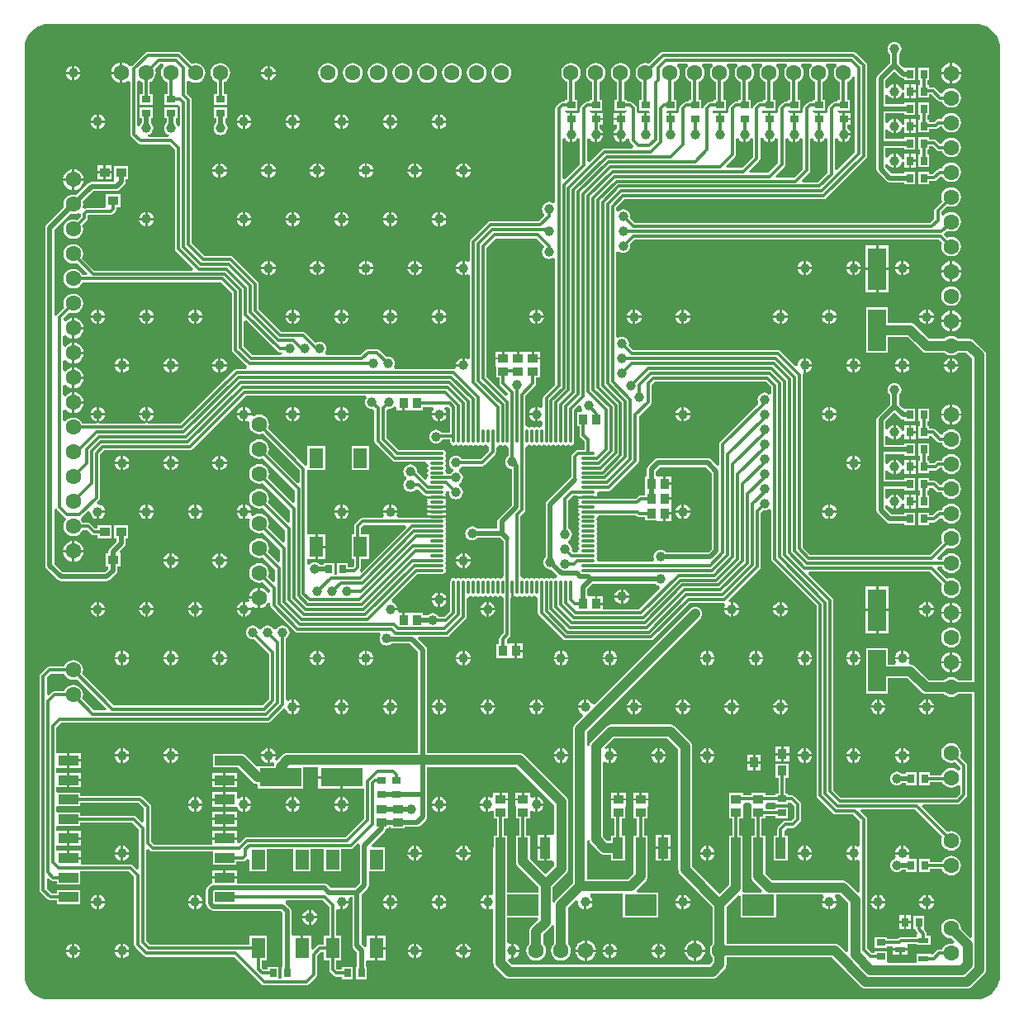
<source format=gbr>
G04 Layer_Physical_Order=1*
G04 Layer_Color=255*
%FSLAX23Y23*%
%MOIN*%
%TF.FileFunction,Copper,L1,Top,Signal*%
%TF.Part,Single*%
G01*
G75*
%ADD10C,0.012*%
%TA.AperFunction,SMDPad*%
%ADD11R,0.039X0.035*%
%TA.AperFunction,SMDPad*%
%ADD12R,0.035X0.039*%
%TA.AperFunction,SMDPad*%
%ADD13R,0.169X0.073*%
%TA.AperFunction,SMDPad*%
%ADD14R,0.073X0.169*%
%TA.AperFunction,SMDPad*%
%ADD15R,0.039X0.024*%
%TA.AperFunction,SMDPad*%
%ADD16R,0.028X0.035*%
%TA.AperFunction,SMDPad*%
%ADD17R,0.035X0.028*%
%TA.AperFunction,SMDPad*%
%ADD18R,0.055X0.083*%
%TA.AperFunction,SMDPad*%
%ADD19R,0.039X0.085*%
%TA.AperFunction,SMDPad*%
%ADD20R,0.128X0.085*%
%TA.AperFunction,SMDPad*%
%ADD21O,0.059X0.012*%
%TA.AperFunction,SMDPad*%
%ADD22O,0.012X0.059*%
%TA.AperFunction,SMDPad*%
%ADD23R,0.079X0.039*%
%TA.AperFunction,SMDPad*%
%ADD24R,0.043X0.035*%
%TA.AperFunction,SMDPad*%
%ADD25R,0.039X0.035*%
%TA.AperFunction,SMDPad*%
%ADD26R,0.035X0.043*%
%TA.AperFunction,SMDPad*%
%ADD27R,0.035X0.039*%
%ADD28C,0.020*%
%ADD29C,0.039*%
%TA.AperFunction,ViaPad*%
%ADD30C,0.063*%
%TA.AperFunction,ViaPad*%
%ADD31C,0.039*%
G36*
X5823Y5905D02*
X5838Y5901D01*
X5852Y5896D01*
X5865Y5887D01*
X5877Y5877D01*
X5887Y5866D01*
X5895Y5852D01*
X5901Y5838D01*
X5905Y5823D01*
X5906Y5808D01*
X5906Y5808D01*
X5906D01*
Y5807D01*
Y2067D01*
X5906D01*
X5906Y2066D01*
X5905Y2051D01*
X5901Y2036D01*
X5896Y2022D01*
X5887Y2009D01*
X5877Y1997D01*
X5866Y1987D01*
X5852Y1979D01*
X5838Y1973D01*
X5823Y1969D01*
X5817Y1969D01*
X5808Y1969D01*
X5807D01*
X5798Y1969D01*
X2067Y1968D01*
X2051Y1969D01*
X2036Y1973D01*
X2022Y1978D01*
X2009Y1987D01*
X1997Y1997D01*
X1987Y2008D01*
X1979Y2022D01*
X1973Y2036D01*
X1969Y2051D01*
X1968Y2066D01*
X1969Y2066D01*
X1969D01*
Y2067D01*
Y5807D01*
X1969D01*
X1968Y5808D01*
X1969Y5823D01*
X1973Y5838D01*
X1978Y5852D01*
X1987Y5865D01*
X1997Y5877D01*
X2008Y5887D01*
X2022Y5895D01*
X2036Y5901D01*
X2051Y5905D01*
X2057Y5905D01*
X2066Y5906D01*
X2067Y5906D01*
Y5906D01*
X2076Y5906D01*
X2076Y5906D01*
X5807Y5906D01*
X5823Y5905D01*
D02*
G37*
%LPC*%
G36*
X2466Y3572D02*
Y3548D01*
X2490D01*
X2489Y3551D01*
X2486Y3558D01*
X2482Y3564D01*
X2476Y3569D01*
X2468Y3572D01*
X2466Y3572D01*
D02*
G37*
G36*
X2653D02*
X2650Y3572D01*
X2643Y3569D01*
X2636Y3564D01*
X2632Y3558D01*
X2629Y3551D01*
X2628Y3548D01*
X2653D01*
Y3572D01*
D02*
G37*
G36*
X2269D02*
Y3548D01*
X2293D01*
X2293Y3551D01*
X2290Y3558D01*
X2285Y3564D01*
X2279Y3569D01*
X2271Y3572D01*
X2269Y3572D01*
D02*
G37*
G36*
X2456D02*
X2453Y3572D01*
X2446Y3569D01*
X2440Y3564D01*
X2435Y3558D01*
X2432Y3551D01*
X2431Y3548D01*
X2456D01*
Y3572D01*
D02*
G37*
G36*
X2662D02*
Y3548D01*
X2687D01*
X2686Y3551D01*
X2683Y3558D01*
X2679Y3564D01*
X2672Y3569D01*
X2665Y3572D01*
X2662Y3572D01*
D02*
G37*
G36*
X5615D02*
Y3548D01*
X5639D01*
X5639Y3551D01*
X5636Y3558D01*
X5631Y3564D01*
X5625Y3569D01*
X5618Y3572D01*
X5615Y3572D01*
D02*
G37*
G36*
X3637Y3578D02*
X3613D01*
X3613Y3575D01*
X3616Y3568D01*
X3621Y3562D01*
X3627Y3557D01*
X3634Y3554D01*
X3637Y3554D01*
Y3578D01*
D02*
G37*
G36*
X2849Y3572D02*
X2847Y3572D01*
X2839Y3569D01*
X2833Y3564D01*
X2829Y3558D01*
X2826Y3551D01*
X2825Y3548D01*
X2849D01*
Y3572D01*
D02*
G37*
G36*
X5605D02*
X5603Y3572D01*
X5595Y3569D01*
X5589Y3564D01*
X5584Y3558D01*
X5581Y3551D01*
X5581Y3548D01*
X5605D01*
Y3572D01*
D02*
G37*
G36*
Y3538D02*
X5581D01*
X5581Y3536D01*
X5584Y3528D01*
X5589Y3522D01*
X5595Y3518D01*
X5603Y3515D01*
X5605Y3514D01*
Y3538D01*
D02*
G37*
G36*
X5639D02*
X5615D01*
Y3514D01*
X5618Y3515D01*
X5625Y3518D01*
X5631Y3522D01*
X5636Y3528D01*
X5639Y3536D01*
X5639Y3538D01*
D02*
G37*
G36*
X2849D02*
X2825D01*
X2826Y3536D01*
X2829Y3528D01*
X2833Y3522D01*
X2839Y3518D01*
X2847Y3515D01*
X2849Y3514D01*
Y3538D01*
D02*
G37*
G36*
X2883D02*
X2859D01*
Y3514D01*
X2862Y3515D01*
X2869Y3518D01*
X2875Y3522D01*
X2880Y3528D01*
X2883Y3536D01*
X2883Y3538D01*
D02*
G37*
G36*
X5704Y3571D02*
X5698Y3570D01*
X5688Y3566D01*
X5679Y3559D01*
X5673Y3550D01*
X5668Y3540D01*
X5668Y3534D01*
X5704D01*
Y3571D01*
D02*
G37*
G36*
X5456Y3635D02*
X5415D01*
Y3546D01*
X5456D01*
Y3635D01*
D02*
G37*
G36*
X2259Y3572D02*
X2256Y3572D01*
X2249Y3569D01*
X2243Y3564D01*
X2238Y3558D01*
X2235Y3551D01*
X2235Y3548D01*
X2259D01*
Y3572D01*
D02*
G37*
G36*
X5714Y3571D02*
Y3534D01*
X5750D01*
X5749Y3540D01*
X5745Y3550D01*
X5738Y3559D01*
X5730Y3566D01*
X5719Y3570D01*
X5714Y3571D01*
D02*
G37*
G36*
X5405Y3635D02*
X5364D01*
Y3546D01*
X5405D01*
Y3635D01*
D02*
G37*
G36*
X2160Y3773D02*
X2124D01*
X2125Y3767D01*
X2129Y3757D01*
X2136Y3748D01*
X2145Y3741D01*
X2155Y3737D01*
X2160Y3737D01*
Y3773D01*
D02*
G37*
G36*
X2206D02*
X2170D01*
Y3737D01*
X2176Y3737D01*
X2186Y3741D01*
X2195Y3748D01*
X2201Y3757D01*
X2206Y3767D01*
X2206Y3773D01*
D02*
G37*
G36*
X3735Y3735D02*
X3711D01*
X3711Y3732D01*
X3714Y3725D01*
X3719Y3719D01*
X3725Y3714D01*
X3732Y3711D01*
X3735Y3711D01*
Y3735D01*
D02*
G37*
G36*
X3769D02*
X3745D01*
Y3711D01*
X3748Y3711D01*
X3755Y3714D01*
X3761Y3719D01*
X3766Y3725D01*
X3769Y3732D01*
X3769Y3735D01*
D02*
G37*
G36*
X3184Y3791D02*
X3152D01*
Y3745D01*
X3184D01*
Y3791D01*
D02*
G37*
G36*
X2751Y3769D02*
X2748Y3769D01*
X2741Y3766D01*
X2735Y3761D01*
X2730Y3755D01*
X2727Y3748D01*
X2727Y3745D01*
X2751D01*
Y3769D01*
D02*
G37*
G36*
X2761D02*
Y3745D01*
X2785D01*
X2785Y3748D01*
X2782Y3755D01*
X2777Y3761D01*
X2771Y3766D01*
X2764Y3769D01*
X2761Y3769D01*
D02*
G37*
G36*
X2554D02*
X2551Y3769D01*
X2544Y3766D01*
X2538Y3761D01*
X2533Y3755D01*
X2530Y3748D01*
X2530Y3745D01*
X2554D01*
Y3769D01*
D02*
G37*
G36*
X2564D02*
Y3745D01*
X2588D01*
X2588Y3748D01*
X2585Y3755D01*
X2580Y3761D01*
X2574Y3766D01*
X2567Y3769D01*
X2564Y3769D01*
D02*
G37*
G36*
X3637Y3612D02*
X3634Y3611D01*
X3627Y3608D01*
X3621Y3604D01*
X3616Y3598D01*
X3613Y3590D01*
X3613Y3588D01*
X3637D01*
Y3612D01*
D02*
G37*
G36*
X3647D02*
Y3588D01*
X3671D01*
X3671Y3590D01*
X3668Y3598D01*
X3663Y3604D01*
X3657Y3608D01*
X3649Y3611D01*
X3647Y3612D01*
D02*
G37*
G36*
X3671Y3578D02*
X3647D01*
Y3554D01*
X3649Y3554D01*
X3657Y3557D01*
X3663Y3562D01*
X3668Y3568D01*
X3671Y3575D01*
X3671Y3578D01*
D02*
G37*
G36*
X2910Y3585D02*
X2874D01*
X2875Y3579D01*
X2876Y3576D01*
X2871Y3572D01*
X2868Y3570D01*
X2862Y3572D01*
X2859Y3572D01*
Y3548D01*
X2883D01*
X2883Y3550D01*
X2886Y3552D01*
X2892Y3556D01*
X2894Y3554D01*
X2904Y3550D01*
X2910Y3549D01*
Y3585D01*
D02*
G37*
G36*
Y3631D02*
X2904Y3630D01*
X2894Y3626D01*
X2886Y3619D01*
X2879Y3611D01*
X2875Y3601D01*
X2874Y3595D01*
X2910D01*
Y3631D01*
D02*
G37*
G36*
X2751Y3735D02*
X2727D01*
X2727Y3732D01*
X2730Y3725D01*
X2735Y3719D01*
X2741Y3714D01*
X2748Y3711D01*
X2751Y3711D01*
Y3735D01*
D02*
G37*
G36*
X2785D02*
X2761D01*
Y3711D01*
X2764Y3711D01*
X2771Y3714D01*
X2777Y3719D01*
X2782Y3725D01*
X2785Y3732D01*
X2785Y3735D01*
D02*
G37*
G36*
X2554D02*
X2530D01*
X2530Y3732D01*
X2533Y3725D01*
X2538Y3719D01*
X2544Y3714D01*
X2551Y3711D01*
X2554Y3711D01*
Y3735D01*
D02*
G37*
G36*
X2588D02*
X2564D01*
Y3711D01*
X2567Y3711D01*
X2574Y3714D01*
X2580Y3719D01*
X2585Y3725D01*
X2588Y3732D01*
X2588Y3735D01*
D02*
G37*
G36*
X2687Y3538D02*
X2662D01*
Y3514D01*
X2665Y3515D01*
X2672Y3518D01*
X2679Y3522D01*
X2683Y3528D01*
X2686Y3536D01*
X2687Y3538D01*
D02*
G37*
G36*
X5714Y3371D02*
Y3334D01*
X5750D01*
X5749Y3340D01*
X5745Y3350D01*
X5738Y3359D01*
X5730Y3366D01*
X5719Y3370D01*
X5714Y3371D01*
D02*
G37*
G36*
X2357Y3376D02*
X2354Y3375D01*
X2347Y3372D01*
X2341Y3368D01*
X2336Y3361D01*
X2333Y3354D01*
X2333Y3351D01*
X2357D01*
Y3376D01*
D02*
G37*
G36*
X5344Y3342D02*
X5320D01*
Y3317D01*
X5323Y3318D01*
X5330Y3321D01*
X5336Y3325D01*
X5341Y3332D01*
X5344Y3339D01*
X5344Y3342D01*
D02*
G37*
G36*
X5704Y3371D02*
X5698Y3370D01*
X5688Y3366D01*
X5679Y3359D01*
X5673Y3350D01*
X5668Y3340D01*
X5668Y3334D01*
X5704D01*
Y3371D01*
D02*
G37*
G36*
X2367Y3376D02*
Y3351D01*
X2391D01*
X2391Y3354D01*
X2388Y3361D01*
X2383Y3368D01*
X2377Y3372D01*
X2370Y3375D01*
X2367Y3376D01*
D02*
G37*
G36*
X2751D02*
X2748Y3375D01*
X2741Y3372D01*
X2735Y3368D01*
X2730Y3361D01*
X2727Y3354D01*
X2727Y3351D01*
X2751D01*
Y3376D01*
D02*
G37*
G36*
X2761D02*
Y3351D01*
X2785D01*
X2785Y3354D01*
X2782Y3361D01*
X2777Y3368D01*
X2771Y3372D01*
X2764Y3375D01*
X2761Y3376D01*
D02*
G37*
G36*
X2554D02*
X2551Y3375D01*
X2544Y3372D01*
X2538Y3368D01*
X2533Y3361D01*
X2530Y3354D01*
X2530Y3351D01*
X2554D01*
Y3376D01*
D02*
G37*
G36*
X2564D02*
Y3351D01*
X2588D01*
X2588Y3354D01*
X2585Y3361D01*
X2580Y3368D01*
X2574Y3372D01*
X2567Y3375D01*
X2564Y3376D01*
D02*
G37*
G36*
X2751Y3342D02*
X2727D01*
X2727Y3339D01*
X2730Y3332D01*
X2735Y3325D01*
X2741Y3321D01*
X2748Y3318D01*
X2751Y3317D01*
Y3342D01*
D02*
G37*
G36*
X2785D02*
X2761D01*
Y3317D01*
X2764Y3318D01*
X2771Y3321D01*
X2777Y3325D01*
X2782Y3332D01*
X2785Y3339D01*
X2785Y3342D01*
D02*
G37*
G36*
X2554D02*
X2530D01*
X2530Y3339D01*
X2533Y3332D01*
X2538Y3325D01*
X2544Y3321D01*
X2551Y3318D01*
X2554Y3317D01*
Y3342D01*
D02*
G37*
G36*
X2588D02*
X2564D01*
Y3317D01*
X2567Y3318D01*
X2574Y3321D01*
X2580Y3325D01*
X2585Y3332D01*
X2588Y3339D01*
X2588Y3342D01*
D02*
G37*
G36*
X3145D02*
X3120D01*
X3121Y3339D01*
X3124Y3332D01*
X3129Y3325D01*
X3135Y3321D01*
X3142Y3318D01*
X3145Y3317D01*
Y3342D01*
D02*
G37*
G36*
X3376D02*
X3351D01*
Y3317D01*
X3354Y3318D01*
X3361Y3321D01*
X3368Y3325D01*
X3372Y3332D01*
X3375Y3339D01*
X3376Y3342D01*
D02*
G37*
G36*
X5310D02*
X5286D01*
X5286Y3339D01*
X5289Y3332D01*
X5294Y3325D01*
X5300Y3321D01*
X5307Y3318D01*
X5310Y3317D01*
Y3342D01*
D02*
G37*
G36*
X3179D02*
X3155D01*
Y3317D01*
X3157Y3318D01*
X3164Y3321D01*
X3171Y3325D01*
X3175Y3332D01*
X3178Y3339D01*
X3179Y3342D01*
D02*
G37*
G36*
X3342D02*
X3317D01*
X3318Y3339D01*
X3321Y3332D01*
X3325Y3325D01*
X3332Y3321D01*
X3339Y3318D01*
X3342Y3317D01*
Y3342D01*
D02*
G37*
G36*
X5704Y3525D02*
X5668D01*
X5668Y3519D01*
X5673Y3509D01*
X5679Y3500D01*
X5688Y3493D01*
X5698Y3489D01*
X5704Y3488D01*
Y3525D01*
D02*
G37*
G36*
X5750D02*
X5714D01*
Y3488D01*
X5719Y3489D01*
X5730Y3493D01*
X5738Y3500D01*
X5745Y3509D01*
X5749Y3519D01*
X5750Y3525D01*
D02*
G37*
G36*
X5405Y3536D02*
X5364D01*
Y3446D01*
X5405D01*
Y3536D01*
D02*
G37*
G36*
X5456D02*
X5415D01*
Y3446D01*
X5456D01*
Y3536D01*
D02*
G37*
G36*
X2259Y3538D02*
X2235D01*
X2235Y3536D01*
X2238Y3528D01*
X2243Y3522D01*
X2249Y3518D01*
X2256Y3515D01*
X2259Y3514D01*
Y3538D01*
D02*
G37*
G36*
X2490D02*
X2466D01*
Y3514D01*
X2468Y3515D01*
X2476Y3518D01*
X2482Y3522D01*
X2486Y3528D01*
X2489Y3536D01*
X2490Y3538D01*
D02*
G37*
G36*
X2653D02*
X2628D01*
X2629Y3536D01*
X2632Y3528D01*
X2636Y3522D01*
X2643Y3518D01*
X2650Y3515D01*
X2653Y3514D01*
Y3538D01*
D02*
G37*
G36*
X2293D02*
X2269D01*
Y3514D01*
X2271Y3515D01*
X2279Y3518D01*
X2285Y3522D01*
X2290Y3528D01*
X2293Y3536D01*
X2293Y3538D01*
D02*
G37*
G36*
X2456D02*
X2431D01*
X2432Y3536D01*
X2435Y3528D01*
X2440Y3522D01*
X2446Y3518D01*
X2453Y3515D01*
X2456Y3514D01*
Y3538D01*
D02*
G37*
G36*
X3342Y3376D02*
X3339Y3375D01*
X3332Y3372D01*
X3325Y3368D01*
X3321Y3361D01*
X3318Y3354D01*
X3317Y3351D01*
X3342D01*
Y3376D01*
D02*
G37*
G36*
X3351D02*
Y3351D01*
X3376D01*
X3375Y3354D01*
X3372Y3361D01*
X3368Y3368D01*
X3361Y3372D01*
X3354Y3375D01*
X3351Y3376D01*
D02*
G37*
G36*
X3145D02*
X3142Y3375D01*
X3135Y3372D01*
X3129Y3368D01*
X3124Y3361D01*
X3121Y3354D01*
X3120Y3351D01*
X3145D01*
Y3376D01*
D02*
G37*
G36*
X3155D02*
Y3351D01*
X3179D01*
X3178Y3354D01*
X3175Y3361D01*
X3171Y3368D01*
X3164Y3372D01*
X3157Y3375D01*
X3155Y3376D01*
D02*
G37*
G36*
X5310D02*
X5307Y3375D01*
X5300Y3372D01*
X5294Y3368D01*
X5289Y3361D01*
X5286Y3354D01*
X5286Y3351D01*
X5310D01*
Y3376D01*
D02*
G37*
G36*
X5517D02*
Y3351D01*
X5541D01*
X5541Y3354D01*
X5538Y3361D01*
X5533Y3368D01*
X5527Y3372D01*
X5520Y3375D01*
X5517Y3376D01*
D02*
G37*
G36*
X5709Y3469D02*
X5698Y3468D01*
X5689Y3464D01*
X5681Y3458D01*
X5674Y3449D01*
X5670Y3440D01*
X5669Y3430D01*
X5670Y3419D01*
X5674Y3410D01*
X5681Y3401D01*
X5689Y3395D01*
X5698Y3391D01*
X5709Y3390D01*
X5719Y3391D01*
X5729Y3395D01*
X5737Y3401D01*
X5743Y3410D01*
X5747Y3419D01*
X5748Y3430D01*
X5747Y3440D01*
X5743Y3449D01*
X5737Y3458D01*
X5729Y3464D01*
X5719Y3468D01*
X5709Y3469D01*
D02*
G37*
G36*
X5320Y3376D02*
Y3351D01*
X5344D01*
X5344Y3354D01*
X5341Y3361D01*
X5336Y3368D01*
X5330Y3372D01*
X5323Y3375D01*
X5320Y3376D01*
D02*
G37*
G36*
X5507D02*
X5504Y3375D01*
X5497Y3372D01*
X5491Y3368D01*
X5486Y3361D01*
X5483Y3354D01*
X5483Y3351D01*
X5507D01*
Y3376D01*
D02*
G37*
G36*
X2357Y4163D02*
X2354Y4163D01*
X2347Y4160D01*
X2341Y4155D01*
X2336Y4149D01*
X2333Y4142D01*
X2333Y4139D01*
X2357D01*
Y4163D01*
D02*
G37*
G36*
X2367D02*
Y4139D01*
X2391D01*
X2391Y4142D01*
X2388Y4149D01*
X2383Y4155D01*
X2377Y4160D01*
X2370Y4163D01*
X2367Y4163D01*
D02*
G37*
G36*
X3359Y4203D02*
X3288D01*
Y4105D01*
X3359D01*
Y4203D01*
D02*
G37*
G36*
X5566Y4145D02*
X5547D01*
Y4123D01*
X5566D01*
Y4145D01*
D02*
G37*
G36*
X2554Y4163D02*
X2551Y4163D01*
X2544Y4160D01*
X2538Y4155D01*
X2533Y4149D01*
X2530Y4142D01*
X2530Y4139D01*
X2554D01*
Y4163D01*
D02*
G37*
G36*
X2761D02*
Y4139D01*
X2785D01*
X2785Y4142D01*
X2782Y4149D01*
X2777Y4155D01*
X2771Y4160D01*
X2764Y4163D01*
X2761Y4163D01*
D02*
G37*
G36*
X5310D02*
X5307Y4163D01*
X5300Y4160D01*
X5294Y4155D01*
X5289Y4149D01*
X5286Y4142D01*
X5286Y4139D01*
X5310D01*
Y4163D01*
D02*
G37*
G36*
X2564D02*
Y4139D01*
X2588D01*
X2588Y4142D01*
X2585Y4149D01*
X2580Y4155D01*
X2574Y4160D01*
X2567Y4163D01*
X2564Y4163D01*
D02*
G37*
G36*
X2751D02*
X2748Y4163D01*
X2741Y4160D01*
X2735Y4155D01*
X2730Y4149D01*
X2727Y4142D01*
X2727Y4139D01*
X2751D01*
Y4163D01*
D02*
G37*
G36*
X2391Y4129D02*
X2367D01*
Y4105D01*
X2370Y4105D01*
X2377Y4108D01*
X2383Y4113D01*
X2388Y4119D01*
X2391Y4126D01*
X2391Y4129D01*
D02*
G37*
G36*
X2554D02*
X2530D01*
X2530Y4126D01*
X2533Y4119D01*
X2538Y4113D01*
X2544Y4108D01*
X2551Y4105D01*
X2554Y4105D01*
Y4129D01*
D02*
G37*
G36*
X5566Y4113D02*
X5547D01*
Y4090D01*
X5566D01*
Y4113D01*
D02*
G37*
G36*
X2357Y4129D02*
X2333D01*
X2333Y4126D01*
X2336Y4119D01*
X2341Y4113D01*
X2347Y4108D01*
X2354Y4105D01*
X2357Y4105D01*
Y4129D01*
D02*
G37*
G36*
X2588D02*
X2564D01*
Y4105D01*
X2567Y4105D01*
X2574Y4108D01*
X2580Y4113D01*
X2585Y4119D01*
X2588Y4126D01*
X2588Y4129D01*
D02*
G37*
G36*
X5310D02*
X5286D01*
X5286Y4126D01*
X5289Y4119D01*
X5294Y4113D01*
X5300Y4108D01*
X5307Y4105D01*
X5310Y4105D01*
Y4129D01*
D02*
G37*
G36*
X5344D02*
X5320D01*
Y4105D01*
X5323Y4105D01*
X5330Y4108D01*
X5336Y4113D01*
X5341Y4119D01*
X5344Y4126D01*
X5344Y4129D01*
D02*
G37*
G36*
X2751D02*
X2727D01*
X2727Y4126D01*
X2730Y4119D01*
X2735Y4113D01*
X2741Y4108D01*
X2748Y4105D01*
X2751Y4105D01*
Y4129D01*
D02*
G37*
G36*
X2785D02*
X2761D01*
Y4105D01*
X2764Y4105D01*
X2771Y4108D01*
X2777Y4113D01*
X2782Y4119D01*
X2785Y4126D01*
X2785Y4129D01*
D02*
G37*
G36*
X2849Y4326D02*
X2825D01*
X2826Y4323D01*
X2829Y4316D01*
X2833Y4310D01*
X2839Y4305D01*
X2847Y4302D01*
X2849Y4302D01*
Y4326D01*
D02*
G37*
G36*
X3046D02*
X3022D01*
X3022Y4323D01*
X3025Y4316D01*
X3030Y4310D01*
X3036Y4305D01*
X3043Y4302D01*
X3046Y4302D01*
Y4326D01*
D02*
G37*
G36*
X2259D02*
X2235D01*
X2235Y4323D01*
X2238Y4316D01*
X2243Y4310D01*
X2249Y4305D01*
X2256Y4302D01*
X2258Y4302D01*
X2259Y4302D01*
Y4326D01*
D02*
G37*
G36*
X2456D02*
X2431D01*
X2432Y4323D01*
X2435Y4316D01*
X2440Y4310D01*
X2446Y4305D01*
X2453Y4302D01*
X2455Y4302D01*
X2456Y4302D01*
Y4326D01*
D02*
G37*
G36*
X3080D02*
X3056D01*
Y4302D01*
X3059Y4302D01*
X3066Y4305D01*
X3072Y4310D01*
X3077Y4316D01*
X3080Y4323D01*
X3080Y4326D01*
D02*
G37*
G36*
X5212D02*
X5187D01*
X5188Y4323D01*
X5191Y4316D01*
X5195Y4310D01*
X5202Y4305D01*
X5209Y4302D01*
X5212Y4302D01*
Y4326D01*
D02*
G37*
G36*
X5246D02*
X5221D01*
Y4302D01*
X5224Y4302D01*
X5231Y4305D01*
X5238Y4310D01*
X5242Y4316D01*
X5245Y4323D01*
X5246Y4326D01*
D02*
G37*
G36*
X3243D02*
X3219D01*
X3219Y4323D01*
X3222Y4316D01*
X3227Y4310D01*
X3233Y4305D01*
X3240Y4302D01*
X3243Y4302D01*
Y4326D01*
D02*
G37*
G36*
X3277D02*
X3253D01*
Y4302D01*
X3256Y4302D01*
X3263Y4305D01*
X3269Y4310D01*
X3274Y4316D01*
X3277Y4323D01*
X3277Y4326D01*
D02*
G37*
G36*
X5485Y4287D02*
Y4258D01*
Y4229D01*
X5488Y4229D01*
X5495Y4232D01*
X5501Y4237D01*
X5506Y4243D01*
X5509Y4250D01*
X5509Y4252D01*
X5519Y4251D01*
Y4230D01*
X5538D01*
Y4258D01*
Y4285D01*
X5519D01*
Y4265D01*
X5509Y4264D01*
X5509Y4266D01*
X5506Y4273D01*
X5501Y4279D01*
X5495Y4284D01*
X5488Y4287D01*
X5485Y4287D01*
D02*
G37*
G36*
X5566Y4253D02*
X5547D01*
Y4230D01*
X5566D01*
Y4253D01*
D02*
G37*
G36*
X5320Y4163D02*
Y4139D01*
X5344D01*
X5344Y4142D01*
X5341Y4149D01*
X5336Y4155D01*
X5330Y4160D01*
X5323Y4163D01*
X5320Y4163D01*
D02*
G37*
G36*
X5619Y4353D02*
X5576D01*
Y4302D01*
X5584D01*
Y4283D01*
X5576D01*
Y4232D01*
X5619D01*
Y4244D01*
X5629D01*
X5653Y4220D01*
X5658Y4217D01*
X5663Y4215D01*
X5672D01*
X5674Y4210D01*
X5681Y4201D01*
X5689Y4195D01*
X5698Y4191D01*
X5709Y4190D01*
X5719Y4191D01*
X5729Y4195D01*
X5737Y4201D01*
X5743Y4210D01*
X5747Y4219D01*
X5748Y4230D01*
X5747Y4240D01*
X5743Y4249D01*
X5737Y4258D01*
X5729Y4264D01*
X5719Y4268D01*
X5709Y4269D01*
X5698Y4268D01*
X5689Y4264D01*
X5681Y4258D01*
X5676Y4251D01*
X5669Y4249D01*
X5664Y4249D01*
X5645Y4268D01*
X5640Y4271D01*
X5635Y4272D01*
X5619D01*
Y4283D01*
X5612D01*
Y4302D01*
X5619D01*
Y4353D01*
D02*
G37*
G36*
X5566Y4285D02*
X5547D01*
Y4263D01*
X5566D01*
Y4285D01*
D02*
G37*
G36*
X2490Y4326D02*
X2466D01*
Y4302D01*
X2466Y4302D01*
X2468Y4302D01*
X2476Y4305D01*
X2482Y4310D01*
X2486Y4316D01*
X2489Y4323D01*
X2490Y4326D01*
D02*
G37*
G36*
X2293D02*
X2269D01*
Y4302D01*
X2269Y4302D01*
X2271Y4302D01*
X2279Y4305D01*
X2285Y4310D01*
X2290Y4316D01*
X2293Y4323D01*
X2293Y4326D01*
D02*
G37*
G36*
X5704Y4325D02*
X5668D01*
X5668Y4319D01*
X5673Y4309D01*
X5679Y4300D01*
X5688Y4293D01*
X5698Y4289D01*
X5704Y4288D01*
Y4325D01*
D02*
G37*
G36*
X5750D02*
X5714D01*
Y4288D01*
X5719Y4289D01*
X5730Y4293D01*
X5738Y4300D01*
X5745Y4309D01*
X5749Y4319D01*
X5750Y4325D01*
D02*
G37*
G36*
X5485Y4147D02*
Y4118D01*
Y4089D01*
X5488Y4089D01*
X5495Y4092D01*
X5501Y4097D01*
X5506Y4103D01*
X5509Y4110D01*
X5509Y4112D01*
X5519Y4111D01*
Y4090D01*
X5538D01*
Y4118D01*
Y4145D01*
X5519D01*
Y4125D01*
X5509Y4124D01*
X5509Y4126D01*
X5506Y4133D01*
X5501Y4139D01*
X5495Y4144D01*
X5488Y4147D01*
X5485Y4147D01*
D02*
G37*
G36*
X3243Y3932D02*
X3219D01*
X3219Y3929D01*
X3222Y3922D01*
X3227Y3916D01*
X3233Y3911D01*
X3240Y3908D01*
X3243Y3908D01*
Y3932D01*
D02*
G37*
G36*
X3277D02*
X3253D01*
Y3908D01*
X3256Y3908D01*
X3263Y3911D01*
X3269Y3916D01*
X3274Y3922D01*
X3277Y3929D01*
X3277Y3932D01*
D02*
G37*
G36*
X2687D02*
X2662D01*
Y3908D01*
X2665Y3908D01*
X2672Y3911D01*
X2679Y3916D01*
X2683Y3922D01*
X2686Y3929D01*
X2687Y3932D01*
D02*
G37*
G36*
X2849D02*
X2825D01*
X2826Y3929D01*
X2829Y3922D01*
X2833Y3916D01*
X2839Y3911D01*
X2847Y3908D01*
X2849Y3908D01*
Y3932D01*
D02*
G37*
G36*
X5212D02*
X5187D01*
X5188Y3929D01*
X5191Y3922D01*
X5195Y3916D01*
X5202Y3911D01*
X5209Y3908D01*
X5212Y3908D01*
Y3932D01*
D02*
G37*
G36*
X3671Y3932D02*
X3593D01*
X3593Y3931D01*
X3596Y3927D01*
X3593Y3923D01*
X3593Y3922D01*
X3671D01*
X3670Y3923D01*
X3668Y3927D01*
X3670Y3931D01*
X3671Y3932D01*
D02*
G37*
G36*
Y3952D02*
X3593D01*
X3593Y3951D01*
X3596Y3947D01*
X3593Y3943D01*
X3593Y3942D01*
X3671D01*
X3670Y3943D01*
X3668Y3947D01*
X3670Y3951D01*
X3671Y3952D01*
D02*
G37*
G36*
X5246Y3932D02*
X5221D01*
Y3908D01*
X5224Y3908D01*
X5231Y3911D01*
X5238Y3916D01*
X5242Y3922D01*
X5245Y3929D01*
X5246Y3932D01*
D02*
G37*
G36*
X5709Y3969D02*
X5698Y3968D01*
X5689Y3964D01*
X5681Y3958D01*
X5674Y3949D01*
X5672Y3944D01*
X5662D01*
X5656Y3943D01*
X5652Y3939D01*
X5634Y3922D01*
X5619D01*
Y3933D01*
X5576D01*
Y3882D01*
X5619D01*
Y3894D01*
X5640D01*
X5645Y3895D01*
X5650Y3898D01*
X5663Y3911D01*
X5674Y3910D01*
X5675Y3909D01*
X5681Y3901D01*
X5689Y3895D01*
X5698Y3891D01*
X5709Y3890D01*
X5719Y3891D01*
X5729Y3895D01*
X5737Y3901D01*
X5743Y3910D01*
X5747Y3919D01*
X5748Y3930D01*
X5747Y3940D01*
X5743Y3949D01*
X5737Y3958D01*
X5729Y3964D01*
X5719Y3968D01*
X5709Y3969D01*
D02*
G37*
G36*
X2160Y3819D02*
X2155Y3818D01*
X2145Y3814D01*
X2136Y3807D01*
X2129Y3798D01*
X2125Y3788D01*
X2124Y3782D01*
X2160D01*
Y3819D01*
D02*
G37*
G36*
X2170D02*
Y3782D01*
X2206D01*
X2206Y3788D01*
X2201Y3798D01*
X2195Y3807D01*
X2186Y3814D01*
X2176Y3818D01*
X2170Y3819D01*
D02*
G37*
G36*
X3735Y3769D02*
X3732Y3769D01*
X3725Y3766D01*
X3719Y3761D01*
X3714Y3755D01*
X3711Y3748D01*
X3711Y3745D01*
X3735D01*
Y3769D01*
D02*
G37*
G36*
X3745D02*
Y3745D01*
X3769D01*
X3769Y3748D01*
X3766Y3755D01*
X3761Y3761D01*
X3755Y3766D01*
X3748Y3769D01*
X3745Y3769D01*
D02*
G37*
G36*
X3152Y3847D02*
Y3801D01*
X3184D01*
Y3847D01*
X3152D01*
D02*
G37*
G36*
X2490Y3932D02*
X2466D01*
Y3908D01*
X2468Y3908D01*
X2476Y3911D01*
X2482Y3916D01*
X2486Y3922D01*
X2489Y3929D01*
X2490Y3932D01*
D02*
G37*
G36*
X2653D02*
X2628D01*
X2629Y3929D01*
X2632Y3922D01*
X2636Y3916D01*
X2643Y3911D01*
X2650Y3908D01*
X2653Y3908D01*
Y3932D01*
D02*
G37*
G36*
X2293D02*
X2269D01*
Y3908D01*
X2271Y3908D01*
X2279Y3911D01*
X2285Y3916D01*
X2290Y3922D01*
X2293Y3929D01*
X2293Y3932D01*
D02*
G37*
G36*
X2456D02*
X2431D01*
X2432Y3929D01*
X2435Y3922D01*
X2440Y3916D01*
X2446Y3911D01*
X2453Y3908D01*
X2456Y3908D01*
Y3932D01*
D02*
G37*
G36*
X5221Y3966D02*
Y3942D01*
X5246D01*
X5245Y3945D01*
X5242Y3952D01*
X5238Y3958D01*
X5231Y3963D01*
X5224Y3966D01*
X5221Y3966D01*
D02*
G37*
G36*
X5485Y4007D02*
Y3978D01*
Y3949D01*
X5488Y3949D01*
X5495Y3952D01*
X5501Y3957D01*
X5506Y3963D01*
X5509Y3970D01*
X5509Y3972D01*
X5519Y3971D01*
Y3950D01*
X5538D01*
Y3978D01*
Y4005D01*
X5519D01*
Y3985D01*
X5509Y3984D01*
X5509Y3986D01*
X5506Y3993D01*
X5501Y3999D01*
X5495Y4004D01*
X5488Y4007D01*
X5485Y4007D01*
D02*
G37*
G36*
X3450Y3966D02*
Y3942D01*
X3474D01*
X3474Y3945D01*
X3471Y3952D01*
X3466Y3958D01*
X3460Y3963D01*
X3453Y3966D01*
X3450Y3966D01*
D02*
G37*
G36*
X5212D02*
X5209Y3966D01*
X5202Y3963D01*
X5195Y3958D01*
X5191Y3952D01*
X5188Y3945D01*
X5187Y3942D01*
X5212D01*
Y3966D01*
D02*
G37*
G36*
X5566Y3973D02*
X5547D01*
Y3950D01*
X5566D01*
Y3973D01*
D02*
G37*
G36*
X5619Y4073D02*
X5576D01*
Y4022D01*
X5584D01*
Y4003D01*
X5576D01*
Y3952D01*
X5619D01*
Y4003D01*
X5612D01*
Y4022D01*
X5619D01*
Y4034D01*
X5634D01*
X5648Y4020D01*
X5653Y4017D01*
X5658Y4015D01*
X5672D01*
X5674Y4010D01*
X5681Y4001D01*
X5689Y3995D01*
X5698Y3991D01*
X5709Y3990D01*
X5719Y3991D01*
X5729Y3995D01*
X5737Y4001D01*
X5743Y4010D01*
X5747Y4019D01*
X5748Y4030D01*
X5747Y4040D01*
X5743Y4049D01*
X5737Y4058D01*
X5729Y4064D01*
X5719Y4068D01*
X5709Y4069D01*
X5698Y4068D01*
X5689Y4064D01*
X5681Y4058D01*
X5674Y4049D01*
X5673Y4046D01*
X5663Y4045D01*
X5650Y4058D01*
X5645Y4061D01*
X5640Y4062D01*
X5619D01*
Y4073D01*
D02*
G37*
G36*
Y4213D02*
X5576D01*
Y4162D01*
X5584D01*
Y4143D01*
X5576D01*
Y4092D01*
X5619D01*
Y4104D01*
X5645D01*
X5650Y4105D01*
X5655Y4108D01*
X5663Y4115D01*
X5672D01*
X5674Y4110D01*
X5681Y4101D01*
X5689Y4095D01*
X5698Y4091D01*
X5709Y4090D01*
X5719Y4091D01*
X5729Y4095D01*
X5737Y4101D01*
X5743Y4110D01*
X5747Y4119D01*
X5748Y4130D01*
X5747Y4140D01*
X5743Y4149D01*
X5737Y4158D01*
X5729Y4164D01*
X5719Y4168D01*
X5709Y4169D01*
X5698Y4168D01*
X5689Y4164D01*
X5681Y4158D01*
X5674Y4149D01*
X5672Y4144D01*
X5657D01*
X5651Y4143D01*
X5647Y4139D01*
X5639Y4132D01*
X5619D01*
Y4143D01*
X5612D01*
Y4162D01*
X5619D01*
Y4213D01*
D02*
G37*
G36*
X3671Y3991D02*
X3593D01*
X3593Y3990D01*
X3597Y3985D01*
X3597Y3985D01*
X3595Y3982D01*
X3594Y3976D01*
X3595Y3971D01*
X3597Y3968D01*
X3597Y3968D01*
X3593Y3963D01*
X3593Y3962D01*
X3671D01*
X3670Y3963D01*
X3667Y3968D01*
X3667Y3968D01*
X3668Y3971D01*
X3670Y3976D01*
X3668Y3982D01*
X3667Y3985D01*
X3667Y3985D01*
X3670Y3990D01*
X3671Y3991D01*
D02*
G37*
G36*
X5566Y4005D02*
X5547D01*
Y3983D01*
X5566D01*
Y4005D01*
D02*
G37*
G36*
X2653Y3966D02*
X2650Y3966D01*
X2643Y3963D01*
X2636Y3958D01*
X2632Y3952D01*
X2629Y3945D01*
X2628Y3942D01*
X2653D01*
Y3966D01*
D02*
G37*
G36*
X2662D02*
Y3942D01*
X2687D01*
X2686Y3945D01*
X2683Y3952D01*
X2679Y3958D01*
X2672Y3963D01*
X2665Y3966D01*
X2662Y3966D01*
D02*
G37*
G36*
X2456D02*
X2453Y3966D01*
X2446Y3963D01*
X2440Y3958D01*
X2435Y3952D01*
X2432Y3945D01*
X2431Y3942D01*
X2456D01*
Y3966D01*
D02*
G37*
G36*
X2466D02*
Y3942D01*
X2490D01*
X2489Y3945D01*
X2486Y3952D01*
X2482Y3958D01*
X2476Y3963D01*
X2468Y3966D01*
X2466Y3966D01*
D02*
G37*
G36*
X2849D02*
X2847Y3966D01*
X2839Y3963D01*
X2833Y3958D01*
X2829Y3952D01*
X2826Y3945D01*
X2825Y3942D01*
X2849D01*
Y3966D01*
D02*
G37*
G36*
X3253D02*
Y3942D01*
X3277D01*
X3277Y3945D01*
X3274Y3952D01*
X3269Y3958D01*
X3263Y3963D01*
X3256Y3966D01*
X3253Y3966D01*
D02*
G37*
G36*
X3440D02*
X3437Y3966D01*
X3430Y3963D01*
X3424Y3958D01*
X3419Y3952D01*
X3416Y3945D01*
X3416Y3942D01*
X3440D01*
Y3966D01*
D02*
G37*
G36*
X2859D02*
Y3942D01*
X2883D01*
X2883Y3945D01*
X2880Y3952D01*
X2875Y3958D01*
X2869Y3963D01*
X2862Y3966D01*
X2859Y3966D01*
D02*
G37*
G36*
X3243D02*
X3240Y3966D01*
X3233Y3963D01*
X3227Y3958D01*
X3222Y3952D01*
X3219Y3945D01*
X3219Y3942D01*
X3243D01*
Y3966D01*
D02*
G37*
G36*
X5541Y2554D02*
X5483D01*
X5483Y2551D01*
X5485Y2547D01*
X5484Y2543D01*
X5482Y2539D01*
X5480Y2536D01*
X5476Y2534D01*
X5470Y2530D01*
X5466Y2524D01*
X5463Y2517D01*
X5462Y2510D01*
X5463Y2503D01*
X5466Y2496D01*
X5470Y2490D01*
X5476Y2486D01*
X5483Y2483D01*
X5490Y2482D01*
X5497Y2483D01*
X5504Y2486D01*
X5510Y2490D01*
X5511Y2492D01*
X5526D01*
Y2484D01*
X5569D01*
Y2536D01*
X5543D01*
X5540Y2541D01*
X5538Y2545D01*
X5541Y2551D01*
X5541Y2554D01*
D02*
G37*
G36*
X5709Y2549D02*
X5698Y2547D01*
X5689Y2543D01*
X5681Y2537D01*
X5674Y2529D01*
X5672Y2524D01*
X5624D01*
Y2536D01*
X5581D01*
Y2484D01*
X5624D01*
Y2496D01*
X5671D01*
X5674Y2489D01*
X5681Y2481D01*
X5689Y2475D01*
X5698Y2471D01*
X5709Y2469D01*
X5719Y2471D01*
X5729Y2475D01*
X5737Y2481D01*
X5743Y2489D01*
X5747Y2499D01*
X5748Y2509D01*
X5747Y2519D01*
X5743Y2529D01*
X5737Y2537D01*
X5729Y2543D01*
X5719Y2547D01*
X5709Y2549D01*
D02*
G37*
G36*
X5605Y2391D02*
X5603Y2391D01*
X5595Y2388D01*
X5589Y2383D01*
X5584Y2377D01*
X5581Y2370D01*
X5581Y2367D01*
X5605D01*
Y2391D01*
D02*
G37*
G36*
X5615D02*
Y2367D01*
X5639D01*
X5639Y2370D01*
X5636Y2377D01*
X5631Y2383D01*
X5625Y2388D01*
X5618Y2391D01*
X5615Y2391D01*
D02*
G37*
G36*
X4066Y2575D02*
X4041D01*
Y2528D01*
X4066D01*
Y2575D01*
D02*
G37*
G36*
X3735Y2554D02*
X3711D01*
X3711Y2551D01*
X3714Y2544D01*
X3719Y2538D01*
X3725Y2533D01*
X3732Y2530D01*
X3735Y2530D01*
Y2554D01*
D02*
G37*
G36*
X3769D02*
X3745D01*
Y2530D01*
X3748Y2530D01*
X3755Y2533D01*
X3761Y2538D01*
X3766Y2544D01*
X3769Y2551D01*
X3769Y2554D01*
D02*
G37*
G36*
X3538D02*
X3514D01*
X3515Y2551D01*
X3518Y2544D01*
X3522Y2538D01*
X3528Y2533D01*
X3536Y2530D01*
X3538Y2530D01*
Y2554D01*
D02*
G37*
G36*
X3572D02*
X3548D01*
Y2530D01*
X3551Y2530D01*
X3558Y2533D01*
X3564Y2538D01*
X3569Y2544D01*
X3572Y2551D01*
X3572Y2554D01*
D02*
G37*
G36*
X3440Y2391D02*
X3437Y2391D01*
X3430Y2388D01*
X3424Y2383D01*
X3419Y2377D01*
X3416Y2370D01*
X3416Y2367D01*
X3440D01*
Y2391D01*
D02*
G37*
G36*
X3450D02*
Y2367D01*
X3474D01*
X3474Y2370D01*
X3471Y2377D01*
X3466Y2383D01*
X3460Y2388D01*
X3453Y2391D01*
X3450Y2391D01*
D02*
G37*
G36*
X2259D02*
X2256Y2391D01*
X2249Y2388D01*
X2243Y2383D01*
X2238Y2377D01*
X2235Y2370D01*
X2235Y2367D01*
X2259D01*
Y2391D01*
D02*
G37*
G36*
X2269D02*
Y2367D01*
X2293D01*
X2293Y2370D01*
X2290Y2377D01*
X2285Y2383D01*
X2279Y2388D01*
X2271Y2391D01*
X2269Y2391D01*
D02*
G37*
G36*
X3637D02*
X3634Y2391D01*
X3627Y2388D01*
X3621Y2383D01*
X3616Y2377D01*
X3613Y2370D01*
X3613Y2367D01*
X3637D01*
Y2391D01*
D02*
G37*
G36*
X5408D02*
X5406Y2391D01*
X5398Y2388D01*
X5392Y2383D01*
X5388Y2377D01*
X5385Y2370D01*
X5384Y2367D01*
X5408D01*
Y2391D01*
D02*
G37*
G36*
X5418D02*
Y2367D01*
X5443D01*
X5442Y2370D01*
X5439Y2377D01*
X5434Y2383D01*
X5428Y2388D01*
X5421Y2391D01*
X5418Y2391D01*
D02*
G37*
G36*
X3647D02*
Y2367D01*
X3671D01*
X3671Y2370D01*
X3668Y2377D01*
X3663Y2383D01*
X3657Y2388D01*
X3649Y2391D01*
X3647Y2391D01*
D02*
G37*
G36*
X3834D02*
X3831Y2391D01*
X3824Y2388D01*
X3818Y2383D01*
X3813Y2377D01*
X3810Y2370D01*
X3809Y2367D01*
X3834D01*
Y2391D01*
D02*
G37*
G36*
X2771Y2726D02*
X2726D01*
Y2702D01*
X2771D01*
Y2726D01*
D02*
G37*
G36*
X2825D02*
X2781D01*
Y2702D01*
X2825D01*
Y2726D01*
D02*
G37*
G36*
X2771Y2692D02*
X2726D01*
Y2667D01*
X2771D01*
Y2692D01*
D02*
G37*
G36*
X2825D02*
X2781D01*
Y2667D01*
X2825D01*
Y2692D01*
D02*
G37*
G36*
X2653Y2751D02*
X2628D01*
X2629Y2748D01*
X2632Y2741D01*
X2636Y2735D01*
X2643Y2730D01*
X2650Y2727D01*
X2653Y2727D01*
Y2751D01*
D02*
G37*
G36*
X2883D02*
X2859D01*
Y2727D01*
X2862Y2727D01*
X2869Y2730D01*
X2875Y2735D01*
X2880Y2741D01*
X2883Y2748D01*
X2883Y2751D01*
D02*
G37*
G36*
X3046D02*
X3022D01*
X3022Y2748D01*
X3025Y2741D01*
X3030Y2735D01*
X3036Y2730D01*
X3043Y2727D01*
X3046Y2727D01*
Y2751D01*
D02*
G37*
G36*
X2687D02*
X2662D01*
Y2727D01*
X2665Y2727D01*
X2672Y2730D01*
X2679Y2735D01*
X2683Y2741D01*
X2686Y2748D01*
X2687Y2751D01*
D02*
G37*
G36*
X2825Y2805D02*
X2781D01*
Y2776D01*
Y2746D01*
X2825D01*
X2829Y2741D01*
X2833Y2735D01*
X2839Y2730D01*
X2847Y2727D01*
X2849Y2727D01*
Y2756D01*
Y2785D01*
X2847Y2785D01*
X2839Y2782D01*
X2835Y2778D01*
X2829Y2779D01*
X2825Y2782D01*
Y2805D01*
D02*
G37*
G36*
X3735Y2588D02*
X3732Y2588D01*
X3725Y2585D01*
X3719Y2580D01*
X3714Y2574D01*
X3711Y2567D01*
X3711Y2564D01*
X3735D01*
Y2588D01*
D02*
G37*
G36*
X3745D02*
Y2564D01*
X3769D01*
X3769Y2567D01*
X3766Y2574D01*
X3761Y2580D01*
X3755Y2585D01*
X3748Y2588D01*
X3745Y2588D01*
D02*
G37*
G36*
X3538D02*
X3536Y2588D01*
X3528Y2585D01*
X3522Y2580D01*
X3518Y2574D01*
X3515Y2567D01*
X3514Y2564D01*
X3538D01*
Y2588D01*
D02*
G37*
G36*
X3548D02*
Y2564D01*
X3572D01*
X3572Y2567D01*
X3569Y2574D01*
X3564Y2580D01*
X3558Y2585D01*
X3551Y2588D01*
X3548Y2588D01*
D02*
G37*
G36*
X5507D02*
X5504Y2588D01*
X5497Y2585D01*
X5491Y2580D01*
X5486Y2574D01*
X5483Y2567D01*
X5483Y2564D01*
X5507D01*
Y2588D01*
D02*
G37*
G36*
X2771Y2648D02*
X2726D01*
Y2623D01*
X2771D01*
Y2648D01*
D02*
G37*
G36*
X2825D02*
X2781D01*
Y2623D01*
X2825D01*
Y2648D01*
D02*
G37*
G36*
X5517Y2588D02*
Y2564D01*
X5541D01*
X5541Y2567D01*
X5538Y2574D01*
X5533Y2580D01*
X5527Y2585D01*
X5520Y2588D01*
X5517Y2588D01*
D02*
G37*
G36*
X4066Y2632D02*
X4041D01*
Y2585D01*
X4066D01*
Y2632D01*
D02*
G37*
G36*
X5639Y2357D02*
X5615D01*
Y2333D01*
X5618Y2333D01*
X5625Y2336D01*
X5631Y2341D01*
X5636Y2347D01*
X5639Y2354D01*
X5639Y2357D01*
D02*
G37*
G36*
X2160Y2194D02*
X2158Y2194D01*
X2150Y2191D01*
X2144Y2186D01*
X2140Y2180D01*
X2137Y2173D01*
X2136Y2170D01*
X2160D01*
Y2194D01*
D02*
G37*
G36*
X2170D02*
Y2170D01*
X2194D01*
X2194Y2173D01*
X2191Y2180D01*
X2186Y2186D01*
X2180Y2191D01*
X2173Y2194D01*
X2170Y2194D01*
D02*
G37*
G36*
X5498Y2165D02*
X5473D01*
Y2148D01*
X5498D01*
Y2165D01*
D02*
G37*
G36*
X5532D02*
X5508D01*
Y2148D01*
X5532D01*
Y2165D01*
D02*
G37*
G36*
X2357Y2194D02*
X2354Y2194D01*
X2347Y2191D01*
X2341Y2186D01*
X2336Y2180D01*
X2333Y2173D01*
X2333Y2170D01*
X2357D01*
Y2194D01*
D02*
G37*
G36*
X3548D02*
Y2170D01*
X3572D01*
X3572Y2173D01*
X3569Y2180D01*
X3564Y2186D01*
X3558Y2191D01*
X3551Y2194D01*
X3548Y2194D01*
D02*
G37*
G36*
X3735D02*
X3732Y2194D01*
X3725Y2191D01*
X3719Y2186D01*
X3714Y2180D01*
X3711Y2173D01*
X3711Y2170D01*
X3735D01*
Y2194D01*
D02*
G37*
G36*
X2367D02*
Y2170D01*
X2391D01*
X2391Y2173D01*
X2388Y2180D01*
X2383Y2186D01*
X2377Y2191D01*
X2370Y2194D01*
X2367Y2194D01*
D02*
G37*
G36*
X3538D02*
X3536Y2194D01*
X3528Y2191D01*
X3522Y2186D01*
X3518Y2180D01*
X3515Y2173D01*
X3514Y2170D01*
X3538D01*
Y2194D01*
D02*
G37*
G36*
X2194Y2160D02*
X2170D01*
Y2136D01*
X2173Y2137D01*
X2180Y2140D01*
X2186Y2144D01*
X2191Y2150D01*
X2194Y2158D01*
X2194Y2160D01*
D02*
G37*
G36*
X2357D02*
X2333D01*
X2333Y2158D01*
X2336Y2150D01*
X2341Y2144D01*
X2347Y2140D01*
X2354Y2137D01*
X2357Y2136D01*
Y2160D01*
D02*
G37*
G36*
X3426Y2171D02*
X3393D01*
Y2125D01*
X3426D01*
Y2171D01*
D02*
G37*
G36*
X2160Y2160D02*
X2136D01*
X2137Y2158D01*
X2140Y2150D01*
X2144Y2144D01*
X2150Y2140D01*
X2158Y2137D01*
X2160Y2136D01*
Y2160D01*
D02*
G37*
G36*
X2391D02*
X2367D01*
Y2136D01*
X2370Y2137D01*
X2377Y2140D01*
X2383Y2144D01*
X2388Y2150D01*
X2391Y2158D01*
X2391Y2160D01*
D02*
G37*
G36*
X3735D02*
X3711D01*
X3711Y2158D01*
X3714Y2150D01*
X3719Y2144D01*
X3725Y2140D01*
X3732Y2137D01*
X3735Y2136D01*
Y2160D01*
D02*
G37*
G36*
X3769D02*
X3745D01*
Y2136D01*
X3748Y2137D01*
X3755Y2140D01*
X3761Y2144D01*
X3766Y2150D01*
X3769Y2158D01*
X3769Y2160D01*
D02*
G37*
G36*
X3538D02*
X3514D01*
X3515Y2158D01*
X3518Y2150D01*
X3522Y2144D01*
X3528Y2140D01*
X3536Y2137D01*
X3538Y2136D01*
Y2160D01*
D02*
G37*
G36*
X3572D02*
X3548D01*
Y2136D01*
X3551Y2137D01*
X3558Y2140D01*
X3564Y2144D01*
X3569Y2150D01*
X3572Y2158D01*
X3572Y2160D01*
D02*
G37*
G36*
X3474Y2357D02*
X3450D01*
Y2333D01*
X3453Y2333D01*
X3460Y2336D01*
X3466Y2341D01*
X3471Y2347D01*
X3474Y2354D01*
X3474Y2357D01*
D02*
G37*
G36*
X3637D02*
X3613D01*
X3613Y2354D01*
X3616Y2347D01*
X3621Y2341D01*
X3627Y2336D01*
X3634Y2333D01*
X3637Y2333D01*
Y2357D01*
D02*
G37*
G36*
X3277D02*
X3253D01*
Y2333D01*
X3256Y2333D01*
X3263Y2336D01*
X3269Y2341D01*
X3274Y2347D01*
X3277Y2354D01*
X3277Y2357D01*
D02*
G37*
G36*
X3440D02*
X3416D01*
X3416Y2354D01*
X3419Y2347D01*
X3424Y2341D01*
X3430Y2336D01*
X3437Y2333D01*
X3440Y2333D01*
Y2357D01*
D02*
G37*
G36*
X3671D02*
X3647D01*
Y2333D01*
X3649Y2333D01*
X3657Y2336D01*
X3663Y2341D01*
X3668Y2347D01*
X3671Y2354D01*
X3671Y2357D01*
D02*
G37*
G36*
X5443D02*
X5418D01*
Y2333D01*
X5421Y2333D01*
X5428Y2336D01*
X5434Y2341D01*
X5439Y2347D01*
X5442Y2354D01*
X5443Y2357D01*
D02*
G37*
G36*
X5605D02*
X5581D01*
X5581Y2354D01*
X5584Y2347D01*
X5589Y2341D01*
X5595Y2336D01*
X5603Y2333D01*
X5605Y2333D01*
Y2357D01*
D02*
G37*
G36*
X3834D02*
X3809D01*
X3810Y2354D01*
X3813Y2347D01*
X3818Y2341D01*
X3824Y2336D01*
X3831Y2333D01*
X3834Y2333D01*
Y2357D01*
D02*
G37*
G36*
X5408D02*
X5384D01*
X5385Y2354D01*
X5388Y2347D01*
X5392Y2341D01*
X5398Y2336D01*
X5406Y2333D01*
X5408Y2333D01*
Y2357D01*
D02*
G37*
G36*
X5599Y2306D02*
X5556D01*
Y2254D01*
X5564D01*
Y2252D01*
X5565Y2247D01*
X5568Y2243D01*
X5574Y2236D01*
X5570Y2227D01*
X5570D01*
Y2221D01*
X5507D01*
X5502Y2220D01*
X5497Y2217D01*
X5492Y2212D01*
X5451D01*
Y2219D01*
X5399D01*
Y2176D01*
X5451D01*
Y2184D01*
X5473D01*
Y2175D01*
X5532D01*
Y2192D01*
X5541Y2193D01*
X5570D01*
Y2188D01*
X5625D01*
Y2227D01*
X5611D01*
Y2233D01*
X5610Y2238D01*
X5607Y2243D01*
X5604Y2246D01*
X5599Y2254D01*
X5599D01*
X5599Y2254D01*
Y2306D01*
D02*
G37*
G36*
X5518Y2275D02*
X5499D01*
Y2252D01*
X5518D01*
Y2275D01*
D02*
G37*
G36*
X3745Y2194D02*
Y2170D01*
X3769D01*
X3769Y2173D01*
X3766Y2180D01*
X3761Y2186D01*
X3755Y2191D01*
X3748Y2194D01*
X3745Y2194D01*
D02*
G37*
G36*
X3426Y2227D02*
X3393D01*
Y2181D01*
X3426D01*
Y2227D01*
D02*
G37*
G36*
X5546Y2275D02*
X5527D01*
Y2252D01*
X5546D01*
Y2275D01*
D02*
G37*
G36*
X2259Y2357D02*
X2235D01*
X2235Y2354D01*
X2238Y2347D01*
X2243Y2341D01*
X2249Y2336D01*
X2256Y2333D01*
X2259Y2333D01*
Y2357D01*
D02*
G37*
G36*
X2293D02*
X2269D01*
Y2333D01*
X2271Y2333D01*
X2279Y2336D01*
X2285Y2341D01*
X2290Y2347D01*
X2293Y2354D01*
X2293Y2357D01*
D02*
G37*
G36*
X5518Y2308D02*
X5499D01*
Y2285D01*
X5518D01*
Y2308D01*
D02*
G37*
G36*
X5546D02*
X5527D01*
Y2285D01*
X5546D01*
Y2308D01*
D02*
G37*
G36*
X5320Y2982D02*
Y2958D01*
X5344D01*
X5344Y2960D01*
X5341Y2968D01*
X5336Y2974D01*
X5330Y2979D01*
X5323Y2982D01*
X5320Y2982D01*
D02*
G37*
G36*
X5507D02*
X5504Y2982D01*
X5497Y2979D01*
X5491Y2974D01*
X5486Y2968D01*
X5483Y2960D01*
X5483Y2958D01*
X5507D01*
Y2982D01*
D02*
G37*
G36*
X2958D02*
Y2958D01*
X2982D01*
X2982Y2960D01*
X2979Y2968D01*
X2974Y2974D01*
X2968Y2979D01*
X2960Y2982D01*
X2958Y2982D01*
D02*
G37*
G36*
X5310D02*
X5307Y2982D01*
X5300Y2979D01*
X5294Y2974D01*
X5289Y2968D01*
X5286Y2960D01*
X5286Y2958D01*
X5310D01*
Y2982D01*
D02*
G37*
G36*
X5517D02*
Y2958D01*
X5541D01*
X5541Y2960D01*
X5538Y2968D01*
X5533Y2974D01*
X5527Y2979D01*
X5520Y2982D01*
X5517Y2982D01*
D02*
G37*
G36*
X3277Y3145D02*
X3253D01*
Y3120D01*
X3256Y3121D01*
X3263Y3124D01*
X3269Y3129D01*
X3274Y3135D01*
X3277Y3142D01*
X3277Y3145D01*
D02*
G37*
G36*
X3440D02*
X3416D01*
X3416Y3142D01*
X3419Y3135D01*
X3424Y3129D01*
X3430Y3124D01*
X3437Y3121D01*
X3440Y3120D01*
Y3145D01*
D02*
G37*
G36*
X3080D02*
X3056D01*
Y3120D01*
X3059Y3121D01*
X3066Y3124D01*
X3072Y3129D01*
X3077Y3135D01*
X3080Y3142D01*
X3080Y3145D01*
D02*
G37*
G36*
X3243D02*
X3219D01*
X3219Y3142D01*
X3222Y3135D01*
X3227Y3129D01*
X3233Y3124D01*
X3240Y3121D01*
X3243Y3120D01*
Y3145D01*
D02*
G37*
G36*
X5541Y2948D02*
X5517D01*
Y2924D01*
X5520Y2924D01*
X5527Y2927D01*
X5533Y2932D01*
X5538Y2938D01*
X5541Y2945D01*
X5541Y2948D01*
D02*
G37*
G36*
X2195Y2963D02*
X2151D01*
Y2938D01*
X2195D01*
Y2963D01*
D02*
G37*
G36*
X5344Y2948D02*
X5320D01*
Y2924D01*
X5323Y2924D01*
X5330Y2927D01*
X5336Y2932D01*
X5341Y2938D01*
X5344Y2945D01*
X5344Y2948D01*
D02*
G37*
G36*
X5507D02*
X5483D01*
X5483Y2945D01*
X5486Y2938D01*
X5491Y2932D01*
X5497Y2927D01*
X5504Y2924D01*
X5507Y2924D01*
Y2948D01*
D02*
G37*
G36*
X2357Y2982D02*
X2354Y2982D01*
X2347Y2979D01*
X2341Y2974D01*
X2336Y2968D01*
X2333Y2960D01*
X2333Y2958D01*
X2357D01*
Y2982D01*
D02*
G37*
G36*
X2564D02*
Y2958D01*
X2588D01*
X2588Y2960D01*
X2585Y2968D01*
X2580Y2974D01*
X2574Y2979D01*
X2567Y2982D01*
X2564Y2982D01*
D02*
G37*
G36*
X2948D02*
X2945Y2982D01*
X2938Y2979D01*
X2932Y2974D01*
X2927Y2968D01*
X2924Y2960D01*
X2924Y2958D01*
X2948D01*
Y2982D01*
D02*
G37*
G36*
X2367D02*
Y2958D01*
X2391D01*
X2391Y2960D01*
X2388Y2968D01*
X2383Y2974D01*
X2377Y2979D01*
X2370Y2982D01*
X2367Y2982D01*
D02*
G37*
G36*
X2554D02*
X2551Y2982D01*
X2544Y2979D01*
X2538Y2974D01*
X2533Y2968D01*
X2530Y2960D01*
X2530Y2958D01*
X2554D01*
Y2982D01*
D02*
G37*
G36*
X5418Y3179D02*
Y3155D01*
X5443D01*
X5442Y3157D01*
X5439Y3164D01*
X5434Y3171D01*
X5428Y3175D01*
X5421Y3178D01*
X5418Y3179D01*
D02*
G37*
G36*
X5605D02*
X5603Y3178D01*
X5595Y3175D01*
X5589Y3171D01*
X5584Y3164D01*
X5581Y3157D01*
X5581Y3155D01*
X5605D01*
Y3179D01*
D02*
G37*
G36*
X3450D02*
Y3155D01*
X3474D01*
X3474Y3157D01*
X3471Y3164D01*
X3466Y3171D01*
X3460Y3175D01*
X3453Y3178D01*
X3450Y3179D01*
D02*
G37*
G36*
X5408D02*
X5406Y3178D01*
X5398Y3175D01*
X5392Y3171D01*
X5388Y3164D01*
X5385Y3157D01*
X5384Y3155D01*
X5408D01*
Y3179D01*
D02*
G37*
G36*
X5615D02*
Y3155D01*
X5639D01*
X5639Y3157D01*
X5636Y3164D01*
X5631Y3171D01*
X5625Y3175D01*
X5618Y3178D01*
X5615Y3179D01*
D02*
G37*
G36*
X2357Y3342D02*
X2333D01*
X2333Y3339D01*
X2336Y3332D01*
X2341Y3325D01*
X2347Y3321D01*
X2354Y3318D01*
X2357Y3317D01*
Y3342D01*
D02*
G37*
G36*
X2391D02*
X2367D01*
Y3317D01*
X2370Y3318D01*
X2377Y3321D01*
X2383Y3325D01*
X2388Y3332D01*
X2391Y3339D01*
X2391Y3342D01*
D02*
G37*
G36*
X5704Y3325D02*
X5668D01*
X5668Y3319D01*
X5673Y3309D01*
X5679Y3300D01*
X5688Y3293D01*
X5698Y3289D01*
X5704Y3288D01*
Y3325D01*
D02*
G37*
G36*
X5750D02*
X5714D01*
Y3288D01*
X5719Y3289D01*
X5730Y3293D01*
X5738Y3300D01*
X5745Y3309D01*
X5749Y3319D01*
X5750Y3325D01*
D02*
G37*
G36*
X5443Y3145D02*
X5418D01*
Y3120D01*
X5421Y3121D01*
X5428Y3124D01*
X5434Y3129D01*
X5439Y3135D01*
X5442Y3142D01*
X5443Y3145D01*
D02*
G37*
G36*
X5605D02*
X5581D01*
X5581Y3142D01*
X5584Y3135D01*
X5589Y3129D01*
X5595Y3124D01*
X5603Y3121D01*
X5605Y3120D01*
Y3145D01*
D02*
G37*
G36*
X3474D02*
X3450D01*
Y3120D01*
X3453Y3121D01*
X3460Y3124D01*
X3466Y3129D01*
X3471Y3135D01*
X3474Y3142D01*
X3474Y3145D01*
D02*
G37*
G36*
X5408D02*
X5384D01*
X5385Y3142D01*
X5388Y3135D01*
X5392Y3129D01*
X5398Y3124D01*
X5406Y3121D01*
X5408Y3120D01*
Y3145D01*
D02*
G37*
G36*
X5639D02*
X5615D01*
Y3120D01*
X5618Y3121D01*
X5625Y3124D01*
X5631Y3129D01*
X5636Y3135D01*
X5639Y3142D01*
X5639Y3145D01*
D02*
G37*
G36*
X3253Y3179D02*
Y3155D01*
X3277D01*
X3277Y3157D01*
X3274Y3164D01*
X3269Y3171D01*
X3263Y3175D01*
X3256Y3178D01*
X3253Y3179D01*
D02*
G37*
G36*
X3440D02*
X3437Y3178D01*
X3430Y3175D01*
X3424Y3171D01*
X3419Y3164D01*
X3416Y3157D01*
X3416Y3155D01*
X3440D01*
Y3179D01*
D02*
G37*
G36*
X3056D02*
Y3155D01*
X3080D01*
X3080Y3157D01*
X3077Y3164D01*
X3072Y3171D01*
X3066Y3175D01*
X3059Y3178D01*
X3056Y3179D01*
D02*
G37*
G36*
X3243D02*
X3240Y3178D01*
X3233Y3175D01*
X3227Y3171D01*
X3222Y3164D01*
X3219Y3157D01*
X3219Y3155D01*
X3243D01*
Y3179D01*
D02*
G37*
G36*
X5310Y2948D02*
X5286D01*
X5286Y2945D01*
X5289Y2938D01*
X5294Y2932D01*
X5300Y2927D01*
X5307Y2924D01*
X5310Y2924D01*
Y2948D01*
D02*
G37*
G36*
X3046Y2785D02*
X3043Y2785D01*
X3036Y2782D01*
X3030Y2777D01*
X3025Y2771D01*
X3022Y2764D01*
X3022Y2761D01*
X3046D01*
Y2785D01*
D02*
G37*
G36*
X3056D02*
Y2761D01*
X3080D01*
X3080Y2764D01*
X3077Y2771D01*
X3072Y2777D01*
X3066Y2782D01*
X3059Y2785D01*
X3056Y2785D01*
D02*
G37*
G36*
X2662D02*
Y2761D01*
X2687D01*
X2686Y2764D01*
X2683Y2771D01*
X2679Y2777D01*
X2672Y2782D01*
X2665Y2785D01*
X2662Y2785D01*
D02*
G37*
G36*
X2859D02*
Y2761D01*
X2883D01*
X2883Y2764D01*
X2880Y2771D01*
X2875Y2777D01*
X2869Y2782D01*
X2862Y2785D01*
X2859Y2785D01*
D02*
G37*
G36*
X3243D02*
X3240Y2785D01*
X3233Y2782D01*
X3227Y2777D01*
X3222Y2771D01*
X3219Y2764D01*
X3219Y2761D01*
X3243D01*
Y2785D01*
D02*
G37*
G36*
X3647D02*
Y2761D01*
X3671D01*
X3671Y2764D01*
X3668Y2771D01*
X3663Y2777D01*
X3657Y2782D01*
X3649Y2785D01*
X3647Y2785D01*
D02*
G37*
G36*
X3830D02*
X3827Y2785D01*
X3820Y2782D01*
X3814Y2777D01*
X3809Y2771D01*
X3806Y2764D01*
X3806Y2761D01*
X3830D01*
Y2785D01*
D02*
G37*
G36*
X3253D02*
Y2761D01*
X3277D01*
X3277Y2764D01*
X3274Y2771D01*
X3269Y2777D01*
X3263Y2782D01*
X3256Y2785D01*
X3253Y2785D01*
D02*
G37*
G36*
X3637D02*
X3634Y2785D01*
X3627Y2782D01*
X3621Y2777D01*
X3616Y2771D01*
X3613Y2764D01*
X3613Y2761D01*
X3637D01*
Y2785D01*
D02*
G37*
G36*
X3277Y2751D02*
X3253D01*
Y2727D01*
X3256Y2727D01*
X3263Y2730D01*
X3269Y2735D01*
X3274Y2741D01*
X3277Y2748D01*
X3277Y2751D01*
D02*
G37*
G36*
X3637D02*
X3613D01*
X3613Y2748D01*
X3616Y2741D01*
X3621Y2735D01*
X3627Y2730D01*
X3634Y2727D01*
X3637Y2727D01*
Y2751D01*
D02*
G37*
G36*
X3080D02*
X3056D01*
Y2727D01*
X3059Y2727D01*
X3066Y2730D01*
X3072Y2735D01*
X3077Y2741D01*
X3080Y2748D01*
X3080Y2751D01*
D02*
G37*
G36*
X3243D02*
X3219D01*
X3219Y2748D01*
X3222Y2741D01*
X3227Y2735D01*
X3233Y2730D01*
X3240Y2727D01*
X3243Y2727D01*
Y2751D01*
D02*
G37*
G36*
X3671D02*
X3647D01*
Y2727D01*
X3649Y2727D01*
X3657Y2730D01*
X3663Y2735D01*
X3668Y2741D01*
X3671Y2748D01*
X3671Y2751D01*
D02*
G37*
G36*
X2771Y2771D02*
X2726D01*
Y2746D01*
X2771D01*
Y2771D01*
D02*
G37*
G36*
X2653Y2785D02*
X2650Y2785D01*
X2643Y2782D01*
X2636Y2777D01*
X2632Y2771D01*
X2629Y2764D01*
X2628Y2761D01*
X2653D01*
Y2785D01*
D02*
G37*
G36*
X3830Y2751D02*
X3806D01*
X3806Y2748D01*
X3809Y2741D01*
X3814Y2735D01*
X3820Y2730D01*
X3827Y2727D01*
X3830Y2727D01*
Y2751D01*
D02*
G37*
G36*
X4065D02*
X4040D01*
Y2727D01*
X4043Y2727D01*
X4050Y2730D01*
X4056Y2735D01*
X4061Y2741D01*
X4064Y2748D01*
X4065Y2751D01*
D02*
G37*
G36*
X2825Y2884D02*
X2781D01*
Y2859D01*
X2825D01*
Y2884D01*
D02*
G37*
G36*
X2195Y2928D02*
X2151D01*
Y2904D01*
X2195D01*
Y2928D01*
D02*
G37*
G36*
Y2884D02*
X2151D01*
Y2859D01*
X2195D01*
Y2884D01*
D02*
G37*
G36*
X2771D02*
X2726D01*
Y2859D01*
X2771D01*
Y2884D01*
D02*
G37*
G36*
X2357Y2948D02*
X2333D01*
X2333Y2945D01*
X2336Y2938D01*
X2341Y2932D01*
X2347Y2927D01*
X2354Y2924D01*
X2357Y2924D01*
Y2948D01*
D02*
G37*
G36*
X2588D02*
X2564D01*
Y2924D01*
X2567Y2924D01*
X2574Y2927D01*
X2580Y2932D01*
X2585Y2938D01*
X2588Y2945D01*
X2588Y2948D01*
D02*
G37*
G36*
X2948D02*
X2924D01*
X2924Y2945D01*
X2927Y2938D01*
X2932Y2932D01*
X2938Y2927D01*
X2945Y2924D01*
X2948Y2924D01*
Y2948D01*
D02*
G37*
G36*
X2391D02*
X2367D01*
Y2924D01*
X2370Y2924D01*
X2377Y2927D01*
X2383Y2932D01*
X2388Y2938D01*
X2391Y2945D01*
X2391Y2948D01*
D02*
G37*
G36*
X2554D02*
X2530D01*
X2530Y2945D01*
X2533Y2938D01*
X2538Y2932D01*
X2544Y2927D01*
X2551Y2924D01*
X2554Y2924D01*
Y2948D01*
D02*
G37*
G36*
X3920Y2804D02*
X3895D01*
Y2781D01*
X3920D01*
Y2804D01*
D02*
G37*
G36*
X3975D02*
X3950D01*
Y2781D01*
X3975D01*
Y2804D01*
D02*
G37*
G36*
X4040Y2785D02*
Y2761D01*
X4065D01*
X4064Y2764D01*
X4061Y2771D01*
X4056Y2777D01*
X4050Y2782D01*
X4043Y2785D01*
X4040Y2785D01*
D02*
G37*
G36*
X2771Y2805D02*
X2726D01*
Y2781D01*
X2771D01*
Y2805D01*
D02*
G37*
G36*
X3243Y2860D02*
X3154D01*
Y2819D01*
X3243D01*
Y2860D01*
D02*
G37*
G36*
X2825Y2849D02*
X2781D01*
Y2825D01*
X2825D01*
Y2849D01*
D02*
G37*
G36*
X5490Y2888D02*
X5483Y2887D01*
X5476Y2884D01*
X5470Y2880D01*
X5466Y2874D01*
X5463Y2867D01*
X5462Y2860D01*
X5463Y2853D01*
X5466Y2846D01*
X5470Y2840D01*
X5476Y2836D01*
X5483Y2833D01*
X5490Y2832D01*
X5497Y2833D01*
X5504Y2836D01*
X5510Y2840D01*
X5511Y2842D01*
X5526D01*
Y2834D01*
X5569D01*
Y2886D01*
X5526D01*
Y2878D01*
X5511D01*
X5510Y2880D01*
X5504Y2884D01*
X5497Y2887D01*
X5490Y2888D01*
D02*
G37*
G36*
X2195Y2849D02*
X2151D01*
Y2825D01*
X2195D01*
Y2849D01*
D02*
G37*
G36*
X2771D02*
X2726D01*
Y2825D01*
X2771D01*
Y2849D01*
D02*
G37*
G36*
X3253Y5147D02*
Y5123D01*
X3277D01*
X3277Y5126D01*
X3274Y5133D01*
X3269Y5139D01*
X3263Y5144D01*
X3256Y5147D01*
X3253Y5147D01*
D02*
G37*
G36*
X3440D02*
X3437Y5147D01*
X3430Y5144D01*
X3424Y5139D01*
X3419Y5133D01*
X3416Y5126D01*
X3416Y5123D01*
X3440D01*
Y5147D01*
D02*
G37*
G36*
X3056D02*
Y5123D01*
X3080D01*
X3080Y5126D01*
X3077Y5133D01*
X3072Y5139D01*
X3066Y5144D01*
X3059Y5147D01*
X3056Y5147D01*
D02*
G37*
G36*
X3243D02*
X3240Y5147D01*
X3233Y5144D01*
X3227Y5139D01*
X3222Y5133D01*
X3219Y5126D01*
X3219Y5123D01*
X3243D01*
Y5147D01*
D02*
G37*
G36*
X3450D02*
Y5123D01*
X3474D01*
X3474Y5126D01*
X3471Y5133D01*
X3466Y5139D01*
X3460Y5144D01*
X3453Y5147D01*
X3450Y5147D01*
D02*
G37*
G36*
X2160Y5273D02*
X2124D01*
X2125Y5267D01*
X2129Y5257D01*
X2136Y5248D01*
X2145Y5241D01*
X2155Y5237D01*
X2160Y5237D01*
Y5273D01*
D02*
G37*
G36*
X2206D02*
X2170D01*
Y5237D01*
X2176Y5237D01*
X2186Y5241D01*
X2195Y5248D01*
X2201Y5257D01*
X2206Y5267D01*
X2206Y5273D01*
D02*
G37*
G36*
X3637Y5147D02*
X3634Y5147D01*
X3627Y5144D01*
X3621Y5139D01*
X3616Y5133D01*
X3613Y5126D01*
X3613Y5123D01*
X3637D01*
Y5147D01*
D02*
G37*
G36*
X3647D02*
Y5123D01*
X3671D01*
X3671Y5126D01*
X3668Y5133D01*
X3663Y5139D01*
X3657Y5144D01*
X3649Y5147D01*
X3647Y5147D01*
D02*
G37*
G36*
X3046D02*
X3043Y5147D01*
X3036Y5144D01*
X3030Y5139D01*
X3025Y5133D01*
X3022Y5126D01*
X3022Y5123D01*
X3046D01*
Y5147D01*
D02*
G37*
G36*
X3474Y5113D02*
X3450D01*
Y5089D01*
X3453Y5089D01*
X3460Y5092D01*
X3466Y5097D01*
X3471Y5103D01*
X3474Y5110D01*
X3474Y5113D01*
D02*
G37*
G36*
X3637D02*
X3613D01*
X3613Y5110D01*
X3616Y5103D01*
X3621Y5097D01*
X3627Y5092D01*
X3634Y5089D01*
X3637Y5089D01*
Y5113D01*
D02*
G37*
G36*
X3277D02*
X3253D01*
Y5089D01*
X3256Y5089D01*
X3263Y5092D01*
X3269Y5097D01*
X3274Y5103D01*
X3277Y5110D01*
X3277Y5113D01*
D02*
G37*
G36*
X3440D02*
X3416D01*
X3416Y5110D01*
X3419Y5103D01*
X3424Y5097D01*
X3430Y5092D01*
X3437Y5089D01*
X3440Y5089D01*
Y5113D01*
D02*
G37*
G36*
X3671D02*
X3647D01*
Y5089D01*
X3649Y5089D01*
X3657Y5092D01*
X3663Y5097D01*
X3668Y5103D01*
X3671Y5110D01*
X3671Y5113D01*
D02*
G37*
G36*
X2849Y5147D02*
X2847Y5147D01*
X2839Y5144D01*
X2833Y5139D01*
X2829Y5133D01*
X2826Y5126D01*
X2825Y5123D01*
X2849D01*
Y5147D01*
D02*
G37*
G36*
X2859D02*
Y5123D01*
X2883D01*
X2883Y5126D01*
X2880Y5133D01*
X2875Y5139D01*
X2869Y5144D01*
X2862Y5147D01*
X2859Y5147D01*
D02*
G37*
G36*
X2456D02*
X2453Y5147D01*
X2446Y5144D01*
X2440Y5139D01*
X2435Y5133D01*
X2432Y5126D01*
X2431Y5123D01*
X2456D01*
Y5147D01*
D02*
G37*
G36*
X2466D02*
Y5123D01*
X2490D01*
X2489Y5126D01*
X2486Y5133D01*
X2482Y5139D01*
X2476Y5144D01*
X2468Y5147D01*
X2466Y5147D01*
D02*
G37*
G36*
X3538Y5310D02*
X3514D01*
X3515Y5307D01*
X3518Y5300D01*
X3522Y5294D01*
X3528Y5289D01*
X3536Y5286D01*
X3538Y5286D01*
Y5310D01*
D02*
G37*
G36*
X3572D02*
X3548D01*
Y5286D01*
X3551Y5286D01*
X3558Y5289D01*
X3564Y5294D01*
X3569Y5300D01*
X3572Y5307D01*
X3572Y5310D01*
D02*
G37*
G36*
X3342D02*
X3317D01*
X3318Y5307D01*
X3321Y5300D01*
X3325Y5294D01*
X3332Y5289D01*
X3339Y5286D01*
X3342Y5286D01*
Y5310D01*
D02*
G37*
G36*
X3376D02*
X3351D01*
Y5286D01*
X3354Y5286D01*
X3361Y5289D01*
X3368Y5294D01*
X3372Y5300D01*
X3375Y5307D01*
X3376Y5310D01*
D02*
G37*
G36*
X3735D02*
X3711D01*
X3711Y5307D01*
X3714Y5300D01*
X3719Y5294D01*
X3725Y5289D01*
X3732Y5286D01*
X3735Y5286D01*
Y5310D01*
D02*
G37*
G36*
X2287Y5335D02*
X2262D01*
Y5312D01*
X2287D01*
Y5335D01*
D02*
G37*
G36*
X2321D02*
X2296D01*
Y5312D01*
X2321D01*
Y5335D01*
D02*
G37*
G36*
X3769Y5310D02*
X3745D01*
Y5286D01*
X3748Y5286D01*
X3755Y5289D01*
X3761Y5294D01*
X3766Y5300D01*
X3769Y5307D01*
X3769Y5310D01*
D02*
G37*
G36*
X5709Y5347D02*
X5698Y5346D01*
X5689Y5342D01*
X5681Y5336D01*
X5674Y5327D01*
X5672Y5322D01*
X5662D01*
X5656Y5320D01*
X5652Y5317D01*
X5634Y5300D01*
X5619D01*
Y5310D01*
X5576D01*
Y5259D01*
X5619D01*
Y5272D01*
X5640D01*
X5645Y5273D01*
X5650Y5276D01*
X5663Y5289D01*
X5674Y5288D01*
X5675Y5287D01*
X5681Y5279D01*
X5689Y5273D01*
X5698Y5269D01*
X5709Y5268D01*
X5719Y5269D01*
X5729Y5273D01*
X5737Y5279D01*
X5743Y5288D01*
X5747Y5297D01*
X5748Y5307D01*
X5747Y5318D01*
X5743Y5327D01*
X5737Y5336D01*
X5729Y5342D01*
X5719Y5346D01*
X5709Y5347D01*
D02*
G37*
G36*
X3179Y5310D02*
X3155D01*
Y5286D01*
X3157Y5286D01*
X3164Y5289D01*
X3171Y5294D01*
X3175Y5300D01*
X3178Y5307D01*
X3179Y5310D01*
D02*
G37*
G36*
X2160Y5319D02*
X2155Y5318D01*
X2145Y5314D01*
X2136Y5307D01*
X2129Y5298D01*
X2125Y5288D01*
X2124Y5282D01*
X2160D01*
Y5319D01*
D02*
G37*
G36*
X2170D02*
Y5282D01*
X2206D01*
X2206Y5288D01*
X2201Y5298D01*
X2195Y5307D01*
X2186Y5314D01*
X2176Y5318D01*
X2170Y5319D01*
D02*
G37*
G36*
X2287Y5302D02*
X2262D01*
Y5280D01*
X2287D01*
Y5302D01*
D02*
G37*
G36*
X2321D02*
X2296D01*
Y5280D01*
X2321D01*
Y5302D01*
D02*
G37*
G36*
X2751Y5310D02*
X2727D01*
X2727Y5307D01*
X2730Y5300D01*
X2735Y5294D01*
X2741Y5289D01*
X2748Y5286D01*
X2751Y5286D01*
Y5310D01*
D02*
G37*
G36*
X2982D02*
X2958D01*
Y5286D01*
X2960Y5286D01*
X2968Y5289D01*
X2974Y5294D01*
X2979Y5300D01*
X2982Y5307D01*
X2982Y5310D01*
D02*
G37*
G36*
X3145D02*
X3120D01*
X3121Y5307D01*
X3124Y5300D01*
X3129Y5294D01*
X3135Y5289D01*
X3142Y5286D01*
X3145Y5286D01*
Y5310D01*
D02*
G37*
G36*
X2785D02*
X2761D01*
Y5286D01*
X2764Y5286D01*
X2771Y5289D01*
X2777Y5294D01*
X2782Y5300D01*
X2785Y5307D01*
X2785Y5310D01*
D02*
G37*
G36*
X2948D02*
X2924D01*
X2924Y5307D01*
X2927Y5300D01*
X2932Y5294D01*
X2938Y5289D01*
X2945Y5286D01*
X2948Y5286D01*
Y5310D01*
D02*
G37*
G36*
X3243Y5113D02*
X3219D01*
X3219Y5110D01*
X3222Y5103D01*
X3227Y5097D01*
X3233Y5092D01*
X3240Y5089D01*
X3243Y5089D01*
Y5113D01*
D02*
G37*
G36*
X5541Y4916D02*
X5517D01*
Y4892D01*
X5520Y4892D01*
X5527Y4895D01*
X5533Y4900D01*
X5538Y4906D01*
X5541Y4914D01*
X5541Y4916D01*
D02*
G37*
G36*
X5704Y4949D02*
X5698Y4948D01*
X5688Y4944D01*
X5679Y4937D01*
X5673Y4928D01*
X5668Y4918D01*
X5668Y4912D01*
X5704D01*
Y4949D01*
D02*
G37*
G36*
X5344Y4916D02*
X5320D01*
Y4892D01*
X5323Y4892D01*
X5330Y4895D01*
X5336Y4900D01*
X5341Y4906D01*
X5344Y4914D01*
X5344Y4916D01*
D02*
G37*
G36*
X5507D02*
X5483D01*
X5483Y4914D01*
X5486Y4906D01*
X5491Y4900D01*
X5497Y4895D01*
X5504Y4892D01*
X5507Y4892D01*
Y4916D01*
D02*
G37*
G36*
X5714Y4949D02*
Y4912D01*
X5750D01*
X5749Y4918D01*
X5745Y4928D01*
X5738Y4937D01*
X5730Y4944D01*
X5719Y4948D01*
X5714Y4949D01*
D02*
G37*
G36*
X2948Y4950D02*
X2945Y4950D01*
X2938Y4947D01*
X2932Y4942D01*
X2927Y4936D01*
X2924Y4929D01*
X2924Y4926D01*
X2948D01*
Y4950D01*
D02*
G37*
G36*
X2958D02*
Y4926D01*
X2982D01*
X2982Y4929D01*
X2979Y4936D01*
X2974Y4942D01*
X2968Y4947D01*
X2960Y4950D01*
X2958Y4950D01*
D02*
G37*
G36*
X5405Y5012D02*
X5364D01*
Y4922D01*
X5405D01*
Y5012D01*
D02*
G37*
G36*
X5456D02*
X5415D01*
Y4922D01*
X5456D01*
Y5012D01*
D02*
G37*
G36*
X5310Y4916D02*
X5286D01*
X5286Y4914D01*
X5289Y4906D01*
X5294Y4900D01*
X5300Y4895D01*
X5307Y4892D01*
X5310Y4892D01*
Y4916D01*
D02*
G37*
G36*
X3342D02*
X3317D01*
X3318Y4914D01*
X3321Y4906D01*
X3325Y4900D01*
X3332Y4895D01*
X3339Y4892D01*
X3342Y4892D01*
Y4916D01*
D02*
G37*
G36*
X3376D02*
X3351D01*
Y4892D01*
X3354Y4892D01*
X3361Y4895D01*
X3368Y4900D01*
X3372Y4906D01*
X3375Y4914D01*
X3376Y4916D01*
D02*
G37*
G36*
X3145D02*
X3120D01*
X3121Y4914D01*
X3124Y4906D01*
X3129Y4900D01*
X3135Y4895D01*
X3142Y4892D01*
X3145Y4892D01*
Y4916D01*
D02*
G37*
G36*
X3179D02*
X3155D01*
Y4892D01*
X3157Y4892D01*
X3164Y4895D01*
X3171Y4900D01*
X3175Y4906D01*
X3178Y4914D01*
X3179Y4916D01*
D02*
G37*
G36*
X3538D02*
X3514D01*
X3515Y4914D01*
X3518Y4906D01*
X3522Y4900D01*
X3528Y4895D01*
X3536Y4892D01*
X3538Y4892D01*
Y4916D01*
D02*
G37*
G36*
X5113D02*
X5089D01*
X5089Y4914D01*
X5092Y4906D01*
X5097Y4900D01*
X5103Y4895D01*
X5110Y4892D01*
X5113Y4892D01*
Y4916D01*
D02*
G37*
G36*
X5147D02*
X5123D01*
Y4892D01*
X5126Y4892D01*
X5133Y4895D01*
X5139Y4900D01*
X5144Y4906D01*
X5147Y4914D01*
X5147Y4916D01*
D02*
G37*
G36*
X3572D02*
X3548D01*
Y4892D01*
X3551Y4892D01*
X3558Y4895D01*
X3564Y4900D01*
X3569Y4906D01*
X3572Y4914D01*
X3572Y4916D01*
D02*
G37*
G36*
X3735D02*
X3711D01*
X3711Y4914D01*
X3714Y4906D01*
X3719Y4900D01*
X3725Y4895D01*
X3732Y4892D01*
X3735Y4892D01*
Y4916D01*
D02*
G37*
G36*
X5517Y4950D02*
Y4926D01*
X5541D01*
X5541Y4929D01*
X5538Y4936D01*
X5533Y4942D01*
X5527Y4947D01*
X5520Y4950D01*
X5517Y4950D01*
D02*
G37*
G36*
X2456Y5113D02*
X2431D01*
X2432Y5110D01*
X2435Y5103D01*
X2440Y5097D01*
X2446Y5092D01*
X2453Y5089D01*
X2456Y5089D01*
Y5113D01*
D02*
G37*
G36*
X5320Y4950D02*
Y4926D01*
X5344D01*
X5344Y4929D01*
X5341Y4936D01*
X5336Y4942D01*
X5330Y4947D01*
X5323Y4950D01*
X5320Y4950D01*
D02*
G37*
G36*
X5507D02*
X5504Y4950D01*
X5497Y4947D01*
X5491Y4942D01*
X5486Y4936D01*
X5483Y4929D01*
X5483Y4926D01*
X5507D01*
Y4950D01*
D02*
G37*
G36*
X2490Y5113D02*
X2466D01*
Y5089D01*
X2468Y5089D01*
X2476Y5092D01*
X2482Y5097D01*
X2486Y5103D01*
X2489Y5110D01*
X2490Y5113D01*
D02*
G37*
G36*
X3046D02*
X3022D01*
X3022Y5110D01*
X3025Y5103D01*
X3030Y5097D01*
X3036Y5092D01*
X3043Y5089D01*
X3046Y5089D01*
Y5113D01*
D02*
G37*
G36*
X3080D02*
X3056D01*
Y5089D01*
X3059Y5089D01*
X3066Y5092D01*
X3072Y5097D01*
X3077Y5103D01*
X3080Y5110D01*
X3080Y5113D01*
D02*
G37*
G36*
X2849D02*
X2825D01*
X2826Y5110D01*
X2829Y5103D01*
X2833Y5097D01*
X2839Y5092D01*
X2847Y5089D01*
X2849Y5089D01*
Y5113D01*
D02*
G37*
G36*
X2883D02*
X2859D01*
Y5089D01*
X2862Y5089D01*
X2869Y5092D01*
X2875Y5097D01*
X2880Y5103D01*
X2883Y5110D01*
X2883Y5113D01*
D02*
G37*
G36*
X5310Y4950D02*
X5307Y4950D01*
X5300Y4947D01*
X5294Y4942D01*
X5289Y4936D01*
X5286Y4929D01*
X5286Y4926D01*
X5310D01*
Y4950D01*
D02*
G37*
G36*
X3342D02*
X3339Y4950D01*
X3332Y4947D01*
X3325Y4942D01*
X3321Y4936D01*
X3318Y4929D01*
X3317Y4926D01*
X3342D01*
Y4950D01*
D02*
G37*
G36*
X3351D02*
Y4926D01*
X3376D01*
X3375Y4929D01*
X3372Y4936D01*
X3368Y4942D01*
X3361Y4947D01*
X3354Y4950D01*
X3351Y4950D01*
D02*
G37*
G36*
X3145D02*
X3142Y4950D01*
X3135Y4947D01*
X3129Y4942D01*
X3124Y4936D01*
X3121Y4929D01*
X3120Y4926D01*
X3145D01*
Y4950D01*
D02*
G37*
G36*
X3155D02*
Y4926D01*
X3179D01*
X3178Y4929D01*
X3175Y4936D01*
X3171Y4942D01*
X3164Y4947D01*
X3157Y4950D01*
X3155Y4950D01*
D02*
G37*
G36*
X3538D02*
X3536Y4950D01*
X3528Y4947D01*
X3522Y4942D01*
X3518Y4936D01*
X3515Y4929D01*
X3514Y4926D01*
X3538D01*
Y4950D01*
D02*
G37*
G36*
X5113D02*
X5110Y4950D01*
X5103Y4947D01*
X5097Y4942D01*
X5092Y4936D01*
X5089Y4929D01*
X5089Y4926D01*
X5113D01*
Y4950D01*
D02*
G37*
G36*
X5123D02*
Y4926D01*
X5147D01*
X5147Y4929D01*
X5144Y4936D01*
X5139Y4942D01*
X5133Y4947D01*
X5126Y4950D01*
X5123Y4950D01*
D02*
G37*
G36*
X3548D02*
Y4926D01*
X3572D01*
X3572Y4929D01*
X3569Y4936D01*
X3564Y4942D01*
X3558Y4947D01*
X3551Y4950D01*
X3548Y4950D01*
D02*
G37*
G36*
X3735D02*
X3732Y4950D01*
X3725Y4947D01*
X3719Y4942D01*
X3714Y4936D01*
X3711Y4929D01*
X3711Y4926D01*
X3735D01*
Y4950D01*
D02*
G37*
G36*
X2751Y5344D02*
X2748Y5344D01*
X2741Y5341D01*
X2735Y5336D01*
X2730Y5330D01*
X2727Y5323D01*
X2727Y5320D01*
X2751D01*
Y5344D01*
D02*
G37*
G36*
X5566Y5629D02*
X5547D01*
Y5607D01*
X5566D01*
Y5629D01*
D02*
G37*
G36*
Y5662D02*
X5547D01*
Y5639D01*
X5566D01*
Y5662D01*
D02*
G37*
G36*
X2759Y5748D02*
X2749Y5747D01*
X2739Y5743D01*
X2731Y5737D01*
X2725Y5729D01*
X2721Y5719D01*
X2719Y5709D01*
X2721Y5698D01*
X2725Y5689D01*
X2731Y5681D01*
X2739Y5674D01*
X2746Y5671D01*
Y5624D01*
X2734D01*
Y5581D01*
X2786D01*
Y5624D01*
X2774D01*
Y5672D01*
X2779Y5674D01*
X2787Y5681D01*
X2793Y5689D01*
X2797Y5698D01*
X2799Y5709D01*
X2797Y5719D01*
X2793Y5729D01*
X2787Y5737D01*
X2779Y5743D01*
X2769Y5747D01*
X2759Y5748D01*
D02*
G37*
G36*
X5485Y5664D02*
Y5634D01*
Y5605D01*
X5488Y5606D01*
X5495Y5609D01*
X5501Y5613D01*
X5506Y5619D01*
X5509Y5627D01*
X5509Y5628D01*
X5519Y5628D01*
Y5607D01*
X5538D01*
Y5634D01*
Y5662D01*
X5519D01*
Y5641D01*
X5509Y5640D01*
X5509Y5642D01*
X5506Y5649D01*
X5501Y5655D01*
X5495Y5660D01*
X5488Y5663D01*
X5485Y5664D01*
D02*
G37*
G36*
X5704Y5703D02*
X5668D01*
X5668Y5697D01*
X5673Y5687D01*
X5679Y5678D01*
X5688Y5671D01*
X5698Y5667D01*
X5704Y5666D01*
Y5703D01*
D02*
G37*
G36*
X3193Y5748D02*
X3183Y5747D01*
X3173Y5743D01*
X3165Y5737D01*
X3159Y5729D01*
X3155Y5719D01*
X3154Y5709D01*
X3155Y5698D01*
X3159Y5689D01*
X3165Y5681D01*
X3173Y5674D01*
X3183Y5670D01*
X3193Y5669D01*
X3204Y5670D01*
X3213Y5674D01*
X3221Y5681D01*
X3228Y5689D01*
X3232Y5698D01*
X3233Y5709D01*
X3232Y5719D01*
X3228Y5729D01*
X3221Y5737D01*
X3213Y5743D01*
X3204Y5747D01*
X3193Y5748D01*
D02*
G37*
G36*
X3293D02*
X3283Y5747D01*
X3273Y5743D01*
X3265Y5737D01*
X3259Y5729D01*
X3255Y5719D01*
X3254Y5709D01*
X3255Y5698D01*
X3259Y5689D01*
X3265Y5681D01*
X3273Y5674D01*
X3283Y5670D01*
X3293Y5669D01*
X3304Y5670D01*
X3313Y5674D01*
X3321Y5681D01*
X3328Y5689D01*
X3332Y5698D01*
X3333Y5709D01*
X3332Y5719D01*
X3328Y5729D01*
X3321Y5737D01*
X3313Y5743D01*
X3304Y5747D01*
X3293Y5748D01*
D02*
G37*
G36*
X5750Y5703D02*
X5714D01*
Y5666D01*
X5719Y5667D01*
X5730Y5671D01*
X5738Y5678D01*
X5745Y5687D01*
X5749Y5697D01*
X5750Y5703D01*
D02*
G37*
G36*
X2354Y5704D02*
X2318D01*
X2319Y5698D01*
X2323Y5688D01*
X2330Y5679D01*
X2338Y5673D01*
X2348Y5668D01*
X2354Y5668D01*
Y5704D01*
D02*
G37*
G36*
X5619Y5730D02*
X5576D01*
Y5679D01*
X5584D01*
Y5660D01*
X5576D01*
Y5609D01*
X5619D01*
Y5622D01*
X5629D01*
X5653Y5598D01*
X5658Y5595D01*
X5663Y5593D01*
X5672D01*
X5674Y5588D01*
X5681Y5579D01*
X5689Y5573D01*
X5698Y5569D01*
X5709Y5568D01*
X5719Y5569D01*
X5729Y5573D01*
X5737Y5579D01*
X5743Y5588D01*
X5747Y5597D01*
X5748Y5607D01*
X5747Y5618D01*
X5743Y5627D01*
X5737Y5636D01*
X5729Y5642D01*
X5719Y5646D01*
X5709Y5647D01*
X5698Y5646D01*
X5689Y5642D01*
X5681Y5636D01*
X5676Y5629D01*
X5669Y5627D01*
X5664Y5627D01*
X5645Y5646D01*
X5640Y5649D01*
X5635Y5650D01*
X5619D01*
Y5660D01*
X5612D01*
Y5679D01*
X5619D01*
Y5730D01*
D02*
G37*
G36*
X3253Y5541D02*
Y5517D01*
X3277D01*
X3277Y5520D01*
X3274Y5527D01*
X3269Y5533D01*
X3263Y5538D01*
X3256Y5541D01*
X3253Y5541D01*
D02*
G37*
G36*
X3440D02*
X3437Y5541D01*
X3430Y5538D01*
X3424Y5533D01*
X3419Y5527D01*
X3416Y5520D01*
X3416Y5517D01*
X3440D01*
Y5541D01*
D02*
G37*
G36*
X3056D02*
Y5517D01*
X3080D01*
X3080Y5520D01*
X3077Y5527D01*
X3072Y5533D01*
X3066Y5538D01*
X3059Y5541D01*
X3056Y5541D01*
D02*
G37*
G36*
X3243D02*
X3240Y5541D01*
X3233Y5538D01*
X3227Y5533D01*
X3222Y5527D01*
X3219Y5520D01*
X3219Y5517D01*
X3243D01*
Y5541D01*
D02*
G37*
G36*
X3450D02*
Y5517D01*
X3474D01*
X3474Y5520D01*
X3471Y5527D01*
X3466Y5533D01*
X3460Y5538D01*
X3453Y5541D01*
X3450Y5541D01*
D02*
G37*
G36*
X4280Y5546D02*
Y5527D01*
X4303D01*
Y5546D01*
X4280D01*
D02*
G37*
G36*
X4370D02*
X4347D01*
Y5527D01*
X4370D01*
Y5546D01*
D02*
G37*
G36*
X3637Y5541D02*
X3634Y5541D01*
X3627Y5538D01*
X3621Y5533D01*
X3616Y5527D01*
X3613Y5520D01*
X3613Y5517D01*
X3637D01*
Y5541D01*
D02*
G37*
G36*
X3647D02*
Y5517D01*
X3671D01*
X3671Y5520D01*
X3668Y5527D01*
X3663Y5533D01*
X3657Y5538D01*
X3649Y5541D01*
X3647Y5541D01*
D02*
G37*
G36*
X5714Y5749D02*
Y5712D01*
X5750D01*
X5749Y5718D01*
X5745Y5728D01*
X5738Y5737D01*
X5730Y5744D01*
X5719Y5748D01*
X5714Y5749D01*
D02*
G37*
G36*
X2354Y5750D02*
X2348Y5749D01*
X2338Y5745D01*
X2330Y5738D01*
X2323Y5730D01*
X2319Y5719D01*
X2318Y5714D01*
X2354D01*
Y5750D01*
D02*
G37*
G36*
X2982Y5704D02*
X2958D01*
Y5680D01*
X2960Y5680D01*
X2968Y5683D01*
X2974Y5688D01*
X2979Y5694D01*
X2982Y5701D01*
X2982Y5704D01*
D02*
G37*
G36*
X5704Y5749D02*
X5698Y5748D01*
X5688Y5744D01*
X5679Y5737D01*
X5673Y5728D01*
X5668Y5718D01*
X5668Y5712D01*
X5704D01*
Y5749D01*
D02*
G37*
G36*
X2160Y5738D02*
X2158Y5737D01*
X2150Y5734D01*
X2144Y5730D01*
X2140Y5724D01*
X2137Y5716D01*
X2136Y5714D01*
X2160D01*
Y5738D01*
D02*
G37*
G36*
X2958D02*
Y5714D01*
X2982D01*
X2982Y5716D01*
X2979Y5724D01*
X2974Y5730D01*
X2968Y5734D01*
X2960Y5737D01*
X2958Y5738D01*
D02*
G37*
G36*
X5313Y5794D02*
X4546D01*
X4540Y5793D01*
X4536Y5790D01*
X4490Y5745D01*
X4485Y5747D01*
X4474Y5748D01*
X4464Y5747D01*
X4455Y5743D01*
X4446Y5737D01*
X4440Y5729D01*
X4436Y5719D01*
X4435Y5709D01*
X4436Y5698D01*
X4440Y5689D01*
X4446Y5681D01*
X4455Y5674D01*
X4460Y5672D01*
Y5599D01*
X4449D01*
Y5556D01*
X4488D01*
X4492Y5547D01*
X4491Y5546D01*
X4480D01*
Y5522D01*
X4470D01*
Y5546D01*
X4447D01*
Y5546D01*
X4439Y5550D01*
Y5565D01*
X4438Y5570D01*
X4435Y5575D01*
X4422Y5587D01*
X4418Y5591D01*
X4412Y5592D01*
X4401D01*
Y5599D01*
X4388D01*
Y5672D01*
X4394Y5674D01*
X4402Y5681D01*
X4409Y5689D01*
X4413Y5698D01*
X4414Y5709D01*
X4413Y5719D01*
X4409Y5729D01*
X4402Y5737D01*
X4394Y5743D01*
X4385Y5747D01*
X4374Y5748D01*
X4364Y5747D01*
X4355Y5743D01*
X4346Y5737D01*
X4340Y5729D01*
X4336Y5719D01*
X4335Y5709D01*
X4336Y5698D01*
X4340Y5689D01*
X4346Y5681D01*
X4355Y5674D01*
X4360Y5672D01*
Y5599D01*
X4349D01*
Y5556D01*
X4401D01*
X4394Y5546D01*
X4380D01*
Y5522D01*
X4375D01*
Y5518D01*
X4347D01*
Y5499D01*
X4361D01*
Y5486D01*
X4360Y5486D01*
X4354Y5481D01*
X4349Y5475D01*
X4346Y5468D01*
X4346Y5465D01*
X4375D01*
Y5460D01*
X4380D01*
Y5431D01*
X4383Y5431D01*
X4390Y5434D01*
X4396Y5439D01*
X4401Y5445D01*
X4401Y5446D01*
X4411Y5444D01*
Y5435D01*
X4412Y5430D01*
X4415Y5425D01*
X4426Y5414D01*
X4422Y5404D01*
X4310D01*
X4305Y5403D01*
X4300Y5400D01*
X4248Y5348D01*
X4239Y5352D01*
Y5444D01*
X4249Y5446D01*
X4249Y5445D01*
X4254Y5439D01*
X4260Y5434D01*
X4267Y5431D01*
X4270Y5431D01*
Y5460D01*
X4275D01*
Y5465D01*
X4304D01*
X4304Y5468D01*
X4301Y5475D01*
X4296Y5481D01*
X4290Y5486D01*
X4289Y5486D01*
Y5499D01*
X4303D01*
Y5518D01*
X4275D01*
Y5522D01*
X4270D01*
Y5546D01*
X4256D01*
X4249Y5556D01*
X4301D01*
Y5599D01*
X4288D01*
Y5672D01*
X4294Y5674D01*
X4302Y5681D01*
X4309Y5689D01*
X4313Y5698D01*
X4314Y5709D01*
X4313Y5719D01*
X4309Y5729D01*
X4302Y5737D01*
X4294Y5743D01*
X4285Y5747D01*
X4274Y5748D01*
X4264Y5747D01*
X4255Y5743D01*
X4246Y5737D01*
X4240Y5729D01*
X4236Y5719D01*
X4235Y5709D01*
X4236Y5698D01*
X4240Y5689D01*
X4246Y5681D01*
X4255Y5674D01*
X4260Y5672D01*
Y5599D01*
X4249D01*
Y5592D01*
X4238D01*
X4232Y5591D01*
X4228Y5587D01*
X4215Y5575D01*
X4212Y5570D01*
X4211Y5565D01*
Y5550D01*
X4203Y5546D01*
X4201Y5546D01*
X4180D01*
Y5522D01*
X4170D01*
Y5546D01*
X4156D01*
X4149Y5556D01*
X4201D01*
Y5599D01*
X4188D01*
Y5672D01*
X4194Y5674D01*
X4202Y5681D01*
X4209Y5689D01*
X4213Y5698D01*
X4214Y5709D01*
X4213Y5719D01*
X4209Y5729D01*
X4202Y5737D01*
X4194Y5743D01*
X4185Y5747D01*
X4174Y5748D01*
X4164Y5747D01*
X4155Y5743D01*
X4146Y5737D01*
X4140Y5729D01*
X4136Y5719D01*
X4135Y5709D01*
X4136Y5698D01*
X4140Y5689D01*
X4146Y5681D01*
X4155Y5674D01*
X4160Y5672D01*
Y5599D01*
X4149D01*
Y5592D01*
X4138D01*
X4132Y5591D01*
X4128Y5587D01*
X4115Y5575D01*
X4112Y5570D01*
X4111Y5565D01*
Y5187D01*
X4101Y5182D01*
X4099Y5184D01*
X4092Y5187D01*
X4085Y5188D01*
X4078Y5187D01*
X4071Y5184D01*
X4065Y5180D01*
X4061Y5174D01*
X4058Y5167D01*
X4057Y5160D01*
X4058Y5153D01*
X4061Y5146D01*
X4065Y5140D01*
X4066Y5131D01*
X4044Y5109D01*
X3849D01*
X3844Y5108D01*
X3839Y5105D01*
X3771Y5036D01*
X3768Y5032D01*
X3767Y5026D01*
Y4951D01*
X3757Y4946D01*
X3755Y4947D01*
X3748Y4950D01*
X3745Y4950D01*
Y4921D01*
Y4892D01*
X3748Y4892D01*
X3755Y4895D01*
X3757Y4897D01*
X3767Y4892D01*
Y4557D01*
X3757Y4552D01*
X3755Y4553D01*
X3748Y4556D01*
X3745Y4557D01*
Y4528D01*
X3740D01*
Y4523D01*
X3711D01*
X3711Y4520D01*
X3709Y4517D01*
X3708Y4517D01*
X3703Y4513D01*
X3699Y4514D01*
X3466D01*
X3464Y4516D01*
X3460Y4524D01*
X3462Y4528D01*
X3463Y4535D01*
X3462Y4542D01*
X3459Y4549D01*
X3455Y4555D01*
X3449Y4559D01*
X3442Y4562D01*
X3435Y4563D01*
X3428Y4562D01*
X3400Y4590D01*
X3395Y4593D01*
X3390Y4594D01*
X3355D01*
X3350Y4593D01*
X3345Y4590D01*
X3324Y4569D01*
X3186D01*
X3182Y4579D01*
X3184Y4581D01*
X3187Y4588D01*
X3187Y4595D01*
X3187Y4602D01*
X3184Y4609D01*
X3179Y4615D01*
X3174Y4619D01*
X3167Y4622D01*
X3160Y4623D01*
X3152Y4622D01*
X3146Y4619D01*
X3144Y4618D01*
X3104Y4658D01*
X3099Y4661D01*
X3094Y4662D01*
X3007D01*
X2913Y4756D01*
Y4857D01*
X2912Y4862D01*
X2909Y4867D01*
X2810Y4966D01*
X2805Y4969D01*
X2800Y4970D01*
X2695D01*
X2644Y5021D01*
Y5598D01*
X2643Y5604D01*
X2640Y5608D01*
X2624Y5624D01*
Y5674D01*
X2625Y5675D01*
X2634Y5678D01*
X2639Y5674D01*
X2649Y5670D01*
X2659Y5669D01*
X2669Y5670D01*
X2679Y5674D01*
X2687Y5681D01*
X2693Y5689D01*
X2697Y5698D01*
X2699Y5709D01*
X2697Y5719D01*
X2693Y5729D01*
X2687Y5737D01*
X2679Y5743D01*
X2669Y5747D01*
X2659Y5748D01*
X2649Y5747D01*
X2643Y5745D01*
X2598Y5790D01*
X2594Y5793D01*
X2588Y5794D01*
X2465D01*
X2459Y5793D01*
X2455Y5790D01*
X2402Y5737D01*
X2394Y5736D01*
X2390Y5737D01*
X2389Y5738D01*
X2380Y5745D01*
X2370Y5749D01*
X2364Y5750D01*
Y5709D01*
Y5668D01*
X2370Y5668D01*
X2380Y5673D01*
X2386Y5677D01*
X2394Y5674D01*
X2396Y5673D01*
Y5460D01*
X2397Y5455D01*
X2400Y5450D01*
X2425Y5425D01*
X2430Y5422D01*
X2435Y5421D01*
X2554D01*
X2576Y5399D01*
Y4999D01*
X2577Y4994D01*
X2580Y4989D01*
X2649Y4920D01*
X2645Y4911D01*
X2251D01*
X2201Y4961D01*
X2204Y4967D01*
X2205Y4978D01*
X2204Y4988D01*
X2200Y4997D01*
X2193Y5006D01*
X2185Y5012D01*
X2176Y5016D01*
X2165Y5017D01*
X2155Y5016D01*
X2145Y5012D01*
X2137Y5006D01*
X2131Y4997D01*
X2127Y4988D01*
X2126Y4978D01*
X2127Y4967D01*
X2131Y4958D01*
X2137Y4949D01*
X2145Y4943D01*
X2155Y4939D01*
X2165Y4938D01*
X2176Y4939D01*
X2181Y4942D01*
X2222Y4901D01*
X2219Y4892D01*
X2202D01*
X2200Y4897D01*
X2193Y4906D01*
X2185Y4912D01*
X2176Y4916D01*
X2165Y4917D01*
X2155Y4916D01*
X2145Y4912D01*
X2137Y4906D01*
X2131Y4897D01*
X2127Y4888D01*
X2126Y4878D01*
X2127Y4867D01*
X2131Y4858D01*
X2137Y4849D01*
X2145Y4843D01*
X2155Y4839D01*
X2165Y4838D01*
X2176Y4839D01*
X2185Y4843D01*
X2193Y4849D01*
X2200Y4858D01*
X2202Y4864D01*
X2762D01*
X2806Y4819D01*
Y4590D01*
X2807Y4585D01*
X2810Y4580D01*
X2865Y4525D01*
X2867Y4524D01*
X2864Y4514D01*
X2825D01*
X2819Y4513D01*
X2815Y4510D01*
X2596Y4292D01*
X2465D01*
X2465Y4297D01*
X2456D01*
X2456Y4292D01*
X2268D01*
X2268Y4297D01*
X2259D01*
X2259Y4292D01*
X2202D01*
X2200Y4297D01*
X2193Y4306D01*
X2185Y4312D01*
X2176Y4316D01*
X2165Y4317D01*
X2155Y4316D01*
X2145Y4312D01*
X2137Y4306D01*
X2134Y4301D01*
X2124Y4305D01*
Y4347D01*
X2134Y4351D01*
X2136Y4348D01*
X2145Y4341D01*
X2155Y4337D01*
X2160Y4337D01*
Y4378D01*
Y4419D01*
X2155Y4418D01*
X2145Y4414D01*
X2136Y4407D01*
X2134Y4404D01*
X2124Y4408D01*
Y4447D01*
X2134Y4451D01*
X2136Y4448D01*
X2145Y4441D01*
X2155Y4437D01*
X2160Y4437D01*
Y4478D01*
Y4519D01*
X2155Y4518D01*
X2145Y4514D01*
X2136Y4507D01*
X2134Y4504D01*
X2124Y4508D01*
Y4547D01*
X2134Y4551D01*
X2136Y4548D01*
X2145Y4541D01*
X2155Y4537D01*
X2160Y4537D01*
Y4578D01*
Y4619D01*
X2155Y4618D01*
X2145Y4614D01*
X2136Y4607D01*
X2134Y4604D01*
X2124Y4608D01*
Y4647D01*
X2134Y4651D01*
X2136Y4648D01*
X2145Y4641D01*
X2155Y4637D01*
X2160Y4637D01*
Y4678D01*
Y4719D01*
X2155Y4718D01*
X2145Y4714D01*
X2136Y4707D01*
X2135Y4705D01*
X2126Y4709D01*
X2125Y4717D01*
X2149Y4742D01*
X2155Y4739D01*
X2165Y4738D01*
X2176Y4739D01*
X2185Y4743D01*
X2193Y4749D01*
X2200Y4758D01*
X2204Y4767D01*
X2205Y4778D01*
X2204Y4788D01*
X2200Y4797D01*
X2193Y4806D01*
X2185Y4812D01*
X2176Y4816D01*
X2165Y4817D01*
X2155Y4816D01*
X2145Y4812D01*
X2137Y4806D01*
X2131Y4797D01*
X2127Y4788D01*
X2126Y4778D01*
X2127Y4767D01*
X2129Y4761D01*
X2100Y4732D01*
X2098Y4729D01*
X2093Y4729D01*
X2088Y4731D01*
Y5075D01*
X2153Y5140D01*
X2155Y5139D01*
X2165Y5138D01*
X2176Y5139D01*
X2185Y5143D01*
X2187Y5144D01*
X2194Y5141D01*
X2196Y5139D01*
Y5128D01*
X2181Y5114D01*
X2176Y5116D01*
X2165Y5117D01*
X2155Y5116D01*
X2145Y5112D01*
X2137Y5106D01*
X2131Y5097D01*
X2127Y5088D01*
X2126Y5078D01*
X2127Y5067D01*
X2131Y5058D01*
X2137Y5049D01*
X2145Y5043D01*
X2155Y5039D01*
X2165Y5038D01*
X2176Y5039D01*
X2185Y5043D01*
X2193Y5049D01*
X2200Y5058D01*
X2204Y5067D01*
X2205Y5078D01*
X2204Y5088D01*
X2201Y5094D01*
X2220Y5112D01*
X2223Y5117D01*
X2224Y5122D01*
Y5134D01*
X2226Y5136D01*
X2315D01*
X2320Y5137D01*
X2325Y5140D01*
X2335Y5150D01*
X2338Y5155D01*
X2339Y5160D01*
Y5167D01*
X2355D01*
Y5219D01*
X2295D01*
Y5167D01*
X2287Y5164D01*
X2220D01*
X2215Y5163D01*
X2212Y5161D01*
X2206Y5164D01*
X2204Y5167D01*
X2204Y5167D01*
X2205Y5178D01*
X2204Y5188D01*
X2203Y5190D01*
X2245Y5232D01*
X2340D01*
X2347Y5233D01*
X2353Y5237D01*
X2371Y5256D01*
X2375Y5262D01*
X2377Y5268D01*
Y5281D01*
X2386D01*
Y5333D01*
X2331D01*
Y5281D01*
X2331D01*
X2330Y5272D01*
X2327Y5268D01*
X2238D01*
X2231Y5267D01*
X2225Y5263D01*
X2177Y5215D01*
X2176Y5216D01*
X2165Y5217D01*
X2155Y5216D01*
X2145Y5212D01*
X2137Y5206D01*
X2131Y5197D01*
X2127Y5188D01*
X2126Y5178D01*
X2127Y5167D01*
X2128Y5165D01*
X2057Y5095D01*
X2053Y5089D01*
X2052Y5082D01*
Y3720D01*
X2053Y3713D01*
X2057Y3707D01*
X2102Y3662D01*
X2108Y3658D01*
X2115Y3657D01*
X2300D01*
X2307Y3658D01*
X2313Y3662D01*
X2338Y3687D01*
X2342Y3693D01*
X2343Y3700D01*
Y3717D01*
X2355D01*
Y3769D01*
X2355Y3769D01*
X2355D01*
X2353Y3777D01*
X2371Y3796D01*
X2375Y3802D01*
X2377Y3808D01*
Y3831D01*
X2386D01*
Y3883D01*
X2331D01*
Y3831D01*
X2340D01*
Y3816D01*
X2312Y3788D01*
X2308Y3782D01*
X2307Y3775D01*
Y3769D01*
X2295D01*
Y3717D01*
X2307D01*
X2307Y3707D01*
X2293Y3693D01*
X2122D01*
X2088Y3727D01*
Y3947D01*
X2093Y3948D01*
X2098Y3948D01*
X2100Y3945D01*
X2130Y3915D01*
X2132Y3914D01*
X2133Y3912D01*
X2135Y3905D01*
X2134Y3902D01*
X2131Y3897D01*
X2127Y3888D01*
X2126Y3878D01*
X2127Y3867D01*
X2131Y3858D01*
X2137Y3849D01*
X2145Y3843D01*
X2155Y3839D01*
X2165Y3838D01*
X2176Y3839D01*
X2185Y3843D01*
X2193Y3849D01*
X2200Y3858D01*
X2202Y3864D01*
X2222D01*
X2238Y3847D01*
X2243Y3844D01*
X2248Y3843D01*
X2264D01*
Y3831D01*
X2319D01*
Y3883D01*
X2264D01*
Y3871D01*
X2254D01*
X2237Y3887D01*
X2233Y3891D01*
X2227Y3892D01*
X2202D01*
X2200Y3897D01*
X2196Y3902D01*
X2196Y3904D01*
X2198Y3913D01*
X2199Y3914D01*
X2200Y3915D01*
X2224Y3940D01*
X2230Y3938D01*
X2234Y3935D01*
X2235Y3929D01*
X2238Y3922D01*
X2243Y3916D01*
X2249Y3911D01*
X2256Y3908D01*
X2259Y3908D01*
Y3937D01*
X2264D01*
Y3942D01*
X2293D01*
X2293Y3945D01*
X2290Y3952D01*
X2285Y3958D01*
X2279Y3963D01*
X2271Y3966D01*
X2265Y3967D01*
X2263Y3971D01*
X2261Y3976D01*
X2269Y3984D01*
X2272Y3989D01*
X2273Y3994D01*
Y4168D01*
X2290Y4185D01*
X2635D01*
X2640Y4186D01*
X2645Y4189D01*
X2863Y4407D01*
X3344D01*
X3346Y4405D01*
X3349Y4397D01*
X3346Y4394D01*
X3343Y4387D01*
X3342Y4380D01*
X3343Y4373D01*
X3346Y4366D01*
X3350Y4360D01*
X3356Y4356D01*
X3363Y4353D01*
X3370Y4352D01*
X3373Y4353D01*
X3381Y4345D01*
Y4222D01*
X3382Y4216D01*
X3385Y4212D01*
X3454Y4144D01*
X3458Y4141D01*
X3464Y4139D01*
X3585D01*
X3594Y4134D01*
X3595Y4128D01*
X3598Y4124D01*
X3595Y4120D01*
X3594Y4114D01*
X3595Y4109D01*
X3598Y4104D01*
X3595Y4100D01*
X3594Y4094D01*
X3595Y4089D01*
X3598Y4085D01*
X3595Y4080D01*
X3594Y4075D01*
X3595Y4072D01*
X3587Y4066D01*
X3553Y4100D01*
X3553Y4100D01*
X3552Y4107D01*
X3549Y4114D01*
X3545Y4120D01*
X3539Y4124D01*
X3532Y4127D01*
X3525Y4128D01*
X3518Y4127D01*
X3511Y4124D01*
X3505Y4120D01*
X3501Y4114D01*
X3498Y4107D01*
X3497Y4100D01*
X3498Y4093D01*
X3501Y4086D01*
X3505Y4080D01*
X3508Y4078D01*
X3509Y4076D01*
Y4069D01*
X3508Y4067D01*
X3505Y4065D01*
X3501Y4059D01*
X3498Y4052D01*
X3497Y4045D01*
X3498Y4038D01*
X3501Y4031D01*
X3505Y4025D01*
X3511Y4021D01*
X3518Y4018D01*
X3525Y4017D01*
X3532Y4018D01*
X3539Y4021D01*
X3545Y4025D01*
X3546Y4027D01*
X3557Y4028D01*
X3579Y4006D01*
X3584Y4003D01*
X3589Y4002D01*
X3590Y4001D01*
X3671D01*
X3670Y4002D01*
X3667Y4007D01*
X3667Y4008D01*
X3668Y4010D01*
X3670Y4016D01*
X3669Y4016D01*
X3671Y4019D01*
X3683Y4021D01*
X3683Y4021D01*
X3682Y4015D01*
X3683Y4008D01*
X3686Y4001D01*
X3690Y3995D01*
X3696Y3991D01*
X3703Y3988D01*
X3710Y3987D01*
X3717Y3988D01*
X3724Y3991D01*
X3730Y3995D01*
X3734Y4001D01*
X3737Y4008D01*
X3738Y4015D01*
X3737Y4022D01*
X3734Y4029D01*
X3730Y4035D01*
X3724Y4039D01*
X3723Y4040D01*
Y4050D01*
X3724Y4051D01*
X3729Y4055D01*
X3734Y4061D01*
X3737Y4068D01*
X3738Y4075D01*
X3737Y4082D01*
X3734Y4089D01*
X3729Y4094D01*
X3724Y4099D01*
X3722Y4100D01*
Y4110D01*
X3724Y4111D01*
X3730Y4115D01*
X3734Y4121D01*
X3815D01*
X3820Y4122D01*
X3825Y4125D01*
X3868Y4168D01*
X3871Y4173D01*
X3872Y4178D01*
Y4196D01*
X3878Y4204D01*
X3883Y4206D01*
X3888Y4209D01*
X3892Y4206D01*
X3898Y4204D01*
X3903Y4206D01*
X3907Y4209D01*
X3912Y4206D01*
X3917Y4204D01*
X3923Y4196D01*
Y4162D01*
X3917Y4158D01*
X3913Y4152D01*
X3910Y4145D01*
X3909Y4138D01*
X3910Y4131D01*
X3913Y4124D01*
X3917Y4118D01*
X3923Y4114D01*
X3930Y4111D01*
X3935Y4110D01*
Y3964D01*
X3882Y3911D01*
X3878Y3905D01*
X3877Y3898D01*
Y3868D01*
X3796D01*
X3795Y3870D01*
X3789Y3874D01*
X3782Y3877D01*
X3775Y3878D01*
X3768Y3877D01*
X3761Y3874D01*
X3755Y3870D01*
X3751Y3864D01*
X3748Y3857D01*
X3747Y3850D01*
X3748Y3843D01*
X3751Y3836D01*
X3755Y3830D01*
X3761Y3826D01*
X3768Y3823D01*
X3775Y3822D01*
X3782Y3823D01*
X3789Y3826D01*
X3795Y3830D01*
X3796Y3832D01*
X3888D01*
X3903Y3816D01*
Y3678D01*
X3898Y3670D01*
X3892Y3668D01*
X3888Y3666D01*
X3883Y3668D01*
X3878Y3670D01*
X3873Y3668D01*
X3868Y3666D01*
X3864Y3668D01*
X3858Y3670D01*
X3853Y3668D01*
X3848Y3666D01*
X3844Y3668D01*
X3839Y3670D01*
X3833Y3668D01*
X3829Y3666D01*
X3824Y3668D01*
X3819Y3670D01*
X3814Y3668D01*
X3809Y3666D01*
X3805Y3668D01*
X3799Y3670D01*
X3794Y3668D01*
X3789Y3666D01*
X3785Y3668D01*
X3780Y3670D01*
X3774Y3668D01*
X3770Y3666D01*
X3765Y3668D01*
X3760Y3670D01*
X3754Y3668D01*
X3750Y3666D01*
X3746Y3668D01*
X3740Y3670D01*
X3735Y3668D01*
X3730Y3666D01*
X3726Y3668D01*
X3720Y3670D01*
X3715Y3668D01*
X3711Y3666D01*
X3706Y3668D01*
X3701Y3670D01*
X3695Y3668D01*
X3691Y3665D01*
X3688Y3661D01*
X3687Y3656D01*
Y3608D01*
Y3537D01*
X3664Y3514D01*
X3639D01*
X3635Y3520D01*
X3629Y3524D01*
X3622Y3527D01*
X3615Y3528D01*
X3608Y3527D01*
X3601Y3524D01*
X3595Y3520D01*
X3594Y3518D01*
X3577D01*
Y3528D01*
X3526D01*
X3526Y3530D01*
X3503D01*
Y3500D01*
X3494D01*
Y3530D01*
X3481D01*
X3475Y3538D01*
X3445D01*
Y3548D01*
X3474D01*
X3474Y3551D01*
X3471Y3558D01*
X3466Y3564D01*
X3460Y3569D01*
X3454Y3571D01*
X3452Y3577D01*
X3451Y3582D01*
X3556Y3687D01*
X3656D01*
X3661Y3688D01*
X3665Y3691D01*
X3668Y3695D01*
X3670Y3701D01*
X3668Y3706D01*
X3666Y3711D01*
X3668Y3715D01*
X3670Y3720D01*
X3668Y3726D01*
X3666Y3730D01*
X3668Y3735D01*
X3670Y3740D01*
X3668Y3746D01*
X3666Y3750D01*
X3668Y3754D01*
X3670Y3760D01*
X3668Y3765D01*
X3666Y3770D01*
X3668Y3774D01*
X3670Y3780D01*
X3668Y3785D01*
X3666Y3789D01*
X3668Y3794D01*
X3670Y3799D01*
X3668Y3805D01*
X3666Y3809D01*
X3668Y3814D01*
X3670Y3819D01*
X3668Y3824D01*
X3666Y3829D01*
X3668Y3833D01*
X3670Y3839D01*
X3668Y3844D01*
X3666Y3848D01*
X3668Y3853D01*
X3670Y3858D01*
X3668Y3864D01*
X3666Y3868D01*
X3668Y3873D01*
X3670Y3878D01*
X3668Y3883D01*
X3666Y3888D01*
X3668Y3892D01*
X3670Y3898D01*
X3668Y3903D01*
X3667Y3906D01*
X3667Y3906D01*
X3670Y3911D01*
X3671Y3912D01*
X3588D01*
X3588Y3912D01*
X3475D01*
X3470Y3922D01*
X3471Y3922D01*
X3474Y3929D01*
X3474Y3932D01*
X3416D01*
X3416Y3929D01*
X3419Y3922D01*
X3420Y3922D01*
X3415Y3912D01*
X3333D01*
X3327Y3911D01*
X3323Y3908D01*
X3303Y3888D01*
X3300Y3884D01*
X3299Y3878D01*
Y3845D01*
X3288D01*
Y3747D01*
X3299D01*
Y3719D01*
X3294Y3714D01*
X3274D01*
Y3731D01*
X3231D01*
Y3684D01*
X3219D01*
Y3731D01*
X3176D01*
Y3723D01*
X3161D01*
X3160Y3725D01*
X3154Y3729D01*
X3147Y3732D01*
X3140Y3733D01*
X3133Y3732D01*
X3126Y3729D01*
X3120Y3725D01*
X3118Y3722D01*
X3108Y3725D01*
Y3735D01*
X3109Y3745D01*
X3118Y3745D01*
X3142D01*
Y3796D01*
Y3847D01*
X3118D01*
X3109Y3847D01*
X3108Y3856D01*
Y4096D01*
X3111Y4105D01*
X3118Y4105D01*
X3182D01*
Y4203D01*
X3111D01*
Y4127D01*
X3102Y4123D01*
X2951Y4274D01*
X2953Y4280D01*
X2955Y4290D01*
X2953Y4300D01*
X2949Y4310D01*
X2943Y4318D01*
X2935Y4324D01*
X2925Y4328D01*
X2915Y4330D01*
X2905Y4328D01*
X2895Y4324D01*
X2893Y4323D01*
X2888Y4326D01*
X2859D01*
Y4302D01*
X2862Y4302D01*
X2868Y4304D01*
X2872Y4302D01*
X2876Y4298D01*
X2875Y4290D01*
X2877Y4280D01*
X2881Y4270D01*
X2887Y4262D01*
X2895Y4256D01*
X2905Y4252D01*
X2915Y4250D01*
X2925Y4252D01*
X2931Y4254D01*
X3080Y4105D01*
Y4057D01*
X3071Y4054D01*
X2951Y4174D01*
X2953Y4180D01*
X2955Y4190D01*
X2953Y4200D01*
X2949Y4210D01*
X2943Y4218D01*
X2935Y4224D01*
X2925Y4228D01*
X2915Y4230D01*
X2905Y4228D01*
X2895Y4224D01*
X2887Y4218D01*
X2881Y4210D01*
X2877Y4200D01*
X2875Y4190D01*
X2877Y4180D01*
X2881Y4170D01*
X2887Y4162D01*
X2895Y4156D01*
X2905Y4152D01*
X2915Y4150D01*
X2925Y4152D01*
X2931Y4154D01*
X3061Y4024D01*
Y3977D01*
X3052Y3973D01*
X2951Y4074D01*
X2953Y4080D01*
X2955Y4090D01*
X2953Y4100D01*
X2949Y4110D01*
X2943Y4118D01*
X2935Y4124D01*
X2925Y4128D01*
X2915Y4130D01*
X2905Y4128D01*
X2895Y4124D01*
X2887Y4118D01*
X2881Y4110D01*
X2877Y4100D01*
X2875Y4090D01*
X2877Y4080D01*
X2881Y4070D01*
X2887Y4062D01*
X2895Y4056D01*
X2905Y4052D01*
X2915Y4050D01*
X2925Y4052D01*
X2931Y4054D01*
X3041Y3944D01*
Y3897D01*
X3032Y3893D01*
X2951Y3974D01*
X2953Y3980D01*
X2955Y3990D01*
X2953Y4000D01*
X2949Y4010D01*
X2943Y4018D01*
X2935Y4024D01*
X2925Y4028D01*
X2915Y4030D01*
X2905Y4028D01*
X2895Y4024D01*
X2887Y4018D01*
X2881Y4010D01*
X2877Y4000D01*
X2875Y3990D01*
X2877Y3980D01*
X2881Y3970D01*
X2887Y3962D01*
X2895Y3956D01*
X2905Y3952D01*
X2915Y3950D01*
X2925Y3952D01*
X2931Y3954D01*
X3021Y3864D01*
Y3817D01*
X3012Y3813D01*
X2951Y3874D01*
X2953Y3880D01*
X2955Y3890D01*
X2953Y3900D01*
X2949Y3910D01*
X2943Y3918D01*
X2935Y3924D01*
X2925Y3928D01*
X2915Y3930D01*
X2905Y3928D01*
X2895Y3924D01*
X2890Y3921D01*
X2882Y3927D01*
X2883Y3929D01*
X2883Y3932D01*
X2859D01*
Y3908D01*
X2862Y3908D01*
X2869Y3911D01*
X2871Y3913D01*
X2879Y3906D01*
X2877Y3900D01*
X2875Y3890D01*
X2877Y3880D01*
X2881Y3870D01*
X2887Y3862D01*
X2895Y3856D01*
X2905Y3852D01*
X2915Y3850D01*
X2925Y3852D01*
X2931Y3854D01*
X3001Y3784D01*
Y3737D01*
X2992Y3733D01*
X2951Y3774D01*
X2953Y3780D01*
X2955Y3790D01*
X2953Y3800D01*
X2949Y3810D01*
X2943Y3818D01*
X2935Y3824D01*
X2925Y3828D01*
X2915Y3830D01*
X2905Y3828D01*
X2895Y3824D01*
X2887Y3818D01*
X2881Y3810D01*
X2877Y3800D01*
X2875Y3790D01*
X2877Y3780D01*
X2881Y3770D01*
X2887Y3762D01*
X2895Y3756D01*
X2905Y3752D01*
X2915Y3750D01*
X2925Y3752D01*
X2931Y3754D01*
X2981Y3704D01*
Y3657D01*
X2972Y3653D01*
X2951Y3674D01*
X2953Y3680D01*
X2955Y3690D01*
X2953Y3700D01*
X2949Y3710D01*
X2943Y3718D01*
X2935Y3724D01*
X2925Y3728D01*
X2915Y3730D01*
X2905Y3728D01*
X2895Y3724D01*
X2887Y3718D01*
X2881Y3710D01*
X2877Y3700D01*
X2875Y3690D01*
X2877Y3680D01*
X2881Y3670D01*
X2887Y3662D01*
X2895Y3656D01*
X2905Y3652D01*
X2915Y3650D01*
X2925Y3652D01*
X2931Y3654D01*
X2961Y3624D01*
Y3612D01*
X2951Y3610D01*
X2951Y3611D01*
X2944Y3619D01*
X2936Y3626D01*
X2926Y3630D01*
X2920Y3631D01*
Y3590D01*
Y3549D01*
X2926Y3550D01*
X2936Y3554D01*
X2944Y3561D01*
X2951Y3569D01*
X2951Y3570D01*
X2961Y3568D01*
Y3558D01*
X2962Y3553D01*
X2965Y3548D01*
X3060Y3453D01*
X3065Y3450D01*
X3070Y3449D01*
X3402D01*
X3406Y3440D01*
X3406Y3439D01*
X3403Y3432D01*
X3402Y3425D01*
X3403Y3418D01*
X3406Y3411D01*
X3410Y3405D01*
X3416Y3401D01*
X3423Y3398D01*
X3430Y3397D01*
X3437Y3398D01*
X3444Y3401D01*
X3449Y3405D01*
X3524D01*
X3557Y3373D01*
Y2963D01*
X3030D01*
X3023Y2962D01*
X3016Y2959D01*
X3010Y2955D01*
X2988Y2932D01*
X2978Y2937D01*
X2979Y2938D01*
X2979Y2938D01*
X2979Y2939D01*
X2982Y2945D01*
X2982Y2948D01*
X2958D01*
Y2924D01*
X2960Y2924D01*
X2967Y2927D01*
X2968Y2927D01*
X2968Y2927D01*
X2978Y2921D01*
X2978Y2921D01*
Y2921D01*
X2977Y2919D01*
X2975Y2914D01*
X2974Y2909D01*
X2909D01*
X2909Y2909D01*
Y2909D01*
X2901Y2913D01*
X2862Y2953D01*
X2856Y2957D01*
X2849Y2960D01*
X2842Y2961D01*
X2776D01*
X2774Y2961D01*
X2728D01*
Y2906D01*
X2774D01*
X2776Y2905D01*
X2830D01*
X2890Y2845D01*
X2896Y2841D01*
X2903Y2838D01*
X2909Y2837D01*
Y2821D01*
X3094D01*
Y2907D01*
X3154D01*
Y2870D01*
X3248D01*
Y2865D01*
X3253D01*
Y2819D01*
X3338D01*
Y2698D01*
X3264Y2624D01*
X2865D01*
X2860Y2623D01*
X2855Y2620D01*
X2835Y2600D01*
X2825Y2604D01*
Y2613D01*
X2726D01*
Y2594D01*
X2491D01*
X2479Y2606D01*
Y2745D01*
X2478Y2750D01*
X2475Y2755D01*
X2444Y2786D01*
X2440Y2789D01*
X2434Y2790D01*
X2193D01*
Y2803D01*
X2098D01*
X2097Y2812D01*
Y2825D01*
X2141D01*
Y2854D01*
Y2884D01*
X2097D01*
Y2904D01*
X2141D01*
Y2933D01*
Y2963D01*
X2097D01*
Y3067D01*
X2117Y3087D01*
X2952D01*
X2957Y3088D01*
X2962Y3091D01*
X3012Y3142D01*
X3016Y3142D01*
X3023Y3139D01*
X3025Y3135D01*
X3030Y3129D01*
X3036Y3124D01*
X3043Y3121D01*
X3046Y3120D01*
Y3150D01*
Y3179D01*
X3043Y3178D01*
X3036Y3175D01*
X3034Y3174D01*
X3024Y3178D01*
Y3426D01*
X3030Y3430D01*
X3034Y3436D01*
X3037Y3443D01*
X3038Y3450D01*
X3037Y3457D01*
X3034Y3464D01*
X3030Y3470D01*
X3024Y3474D01*
X3017Y3477D01*
X3010Y3478D01*
X3003Y3477D01*
X2996Y3474D01*
X2990Y3470D01*
X2986Y3464D01*
X2985Y3462D01*
X2975D01*
X2974Y3464D01*
X2970Y3470D01*
X2964Y3474D01*
X2957Y3477D01*
X2950Y3478D01*
X2943Y3477D01*
X2936Y3474D01*
X2930Y3470D01*
X2926Y3464D01*
X2925Y3462D01*
X2915D01*
X2914Y3464D01*
X2910Y3470D01*
X2904Y3474D01*
X2897Y3477D01*
X2890Y3478D01*
X2883Y3477D01*
X2876Y3474D01*
X2870Y3470D01*
X2866Y3464D01*
X2863Y3457D01*
X2862Y3450D01*
X2863Y3443D01*
X2866Y3436D01*
X2870Y3430D01*
X2876Y3426D01*
X2883Y3423D01*
X2890Y3422D01*
X2897Y3423D01*
X2956Y3364D01*
Y3181D01*
X2930Y3155D01*
X2328D01*
X2201Y3282D01*
X2204Y3288D01*
X2205Y3298D01*
X2204Y3308D01*
X2200Y3318D01*
X2193Y3326D01*
X2185Y3332D01*
X2176Y3336D01*
X2165Y3338D01*
X2155Y3336D01*
X2145Y3332D01*
X2137Y3326D01*
X2131Y3318D01*
X2129Y3312D01*
X2068D01*
X2063Y3311D01*
X2058Y3308D01*
X2034Y3283D01*
X2031Y3279D01*
X2029Y3274D01*
Y2411D01*
X2031Y2406D01*
X2034Y2402D01*
X2063Y2372D01*
X2068Y2369D01*
X2073Y2368D01*
X2098D01*
Y2354D01*
X2193D01*
Y2409D01*
X2098D01*
Y2396D01*
X2079D01*
X2058Y2417D01*
Y2455D01*
X2067Y2458D01*
X2074Y2451D01*
X2079Y2448D01*
X2084Y2447D01*
X2098D01*
Y2433D01*
X2193D01*
Y2486D01*
X2389D01*
X2411Y2464D01*
Y2190D01*
X2412Y2185D01*
X2415Y2180D01*
X2450Y2145D01*
X2455Y2142D01*
X2460Y2141D01*
X2814D01*
X2925Y2030D01*
X2930Y2027D01*
X2935Y2026D01*
X3105D01*
X3110Y2027D01*
X3115Y2030D01*
X3145Y2060D01*
X3148Y2065D01*
X3149Y2070D01*
Y2144D01*
X3167Y2162D01*
X3176Y2161D01*
Y2127D01*
X3198D01*
Y2088D01*
X3199Y2083D01*
X3202Y2078D01*
X3215Y2065D01*
X3220Y2062D01*
X3225Y2061D01*
X3251D01*
Y2049D01*
X3294D01*
Y2101D01*
X3251D01*
Y2089D01*
X3231D01*
X3226Y2094D01*
Y2127D01*
X3247D01*
Y2225D01*
X3226D01*
Y2330D01*
X3228Y2332D01*
X3236Y2335D01*
X3240Y2333D01*
X3243Y2333D01*
Y2362D01*
X3248D01*
Y2367D01*
X3277D01*
X3277Y2370D01*
X3276Y2372D01*
X3282Y2382D01*
X3292D01*
Y2185D01*
X3293Y2178D01*
X3297Y2172D01*
X3309Y2160D01*
Y2101D01*
X3306D01*
Y2049D01*
X3349D01*
Y2101D01*
X3346D01*
Y2117D01*
X3351Y2125D01*
X3355Y2125D01*
X3383D01*
Y2176D01*
Y2227D01*
X3351D01*
Y2182D01*
X3341Y2179D01*
X3340Y2180D01*
X3328Y2192D01*
Y2393D01*
X3353Y2417D01*
X3357Y2423D01*
X3358Y2430D01*
Y2485D01*
X3424D01*
Y2583D01*
X3372D01*
X3368Y2592D01*
X3423Y2647D01*
X3427Y2653D01*
X3428Y2658D01*
X3438D01*
Y2665D01*
X3447D01*
Y2658D01*
X3503D01*
Y2665D01*
X3553D01*
X3560Y2667D01*
X3566Y2671D01*
X3588Y2692D01*
X3592Y2698D01*
X3593Y2705D01*
Y2907D01*
X3953D01*
X4107Y2753D01*
Y2639D01*
X4100Y2632D01*
X4097Y2632D01*
X4075D01*
Y2580D01*
Y2528D01*
X4097D01*
X4100Y2528D01*
X4107Y2521D01*
Y2508D01*
X4072Y2473D01*
X4008Y2537D01*
Y2580D01*
X4008Y2582D01*
Y2630D01*
X3994D01*
Y2698D01*
X4008D01*
Y2728D01*
X4008Y2729D01*
X4017Y2733D01*
X4021Y2730D01*
X4028Y2727D01*
X4031Y2727D01*
Y2756D01*
Y2785D01*
X4028Y2785D01*
X4021Y2782D01*
X4019Y2781D01*
X4010Y2786D01*
Y2804D01*
X3985D01*
Y2777D01*
X3980D01*
Y2772D01*
X3950D01*
Y2749D01*
X3952Y2749D01*
Y2698D01*
X3966D01*
Y2630D01*
X3952D01*
Y2582D01*
X3952Y2580D01*
Y2525D01*
X3953Y2518D01*
X3956Y2511D01*
X3960Y2505D01*
X4044Y2422D01*
Y2400D01*
X3916D01*
Y2530D01*
X3917D01*
Y2630D01*
X3903D01*
Y2698D01*
X3918D01*
Y2749D01*
X3920Y2749D01*
Y2772D01*
X3890D01*
Y2777D01*
X3885D01*
Y2804D01*
X3860D01*
Y2786D01*
X3851Y2781D01*
X3850Y2782D01*
X3842Y2785D01*
X3840Y2785D01*
Y2756D01*
Y2727D01*
X3842Y2727D01*
X3850Y2730D01*
X3853Y2732D01*
X3862Y2728D01*
X3862Y2728D01*
Y2698D01*
X3875D01*
Y2630D01*
X3862D01*
Y2588D01*
X3862Y2587D01*
X3861Y2580D01*
Y2395D01*
X3858Y2393D01*
X3851Y2389D01*
X3846Y2391D01*
X3844Y2391D01*
Y2362D01*
Y2333D01*
X3846Y2333D01*
X3851Y2335D01*
X3858Y2332D01*
X3861Y2330D01*
Y2117D01*
X3862Y2109D01*
X3864Y2103D01*
X3869Y2097D01*
X3905Y2060D01*
X3911Y2056D01*
X3918Y2053D01*
X3925Y2052D01*
X4745D01*
X4752Y2053D01*
X4759Y2056D01*
X4765Y2060D01*
X4794Y2090D01*
X4798Y2096D01*
X4801Y2102D01*
X4802Y2109D01*
Y2137D01*
X4802Y2137D01*
X4803Y2138D01*
X5226D01*
X5344Y2020D01*
X5349Y2016D01*
X5356Y2013D01*
X5363Y2012D01*
X5772D01*
X5779Y2013D01*
X5786Y2016D01*
X5791Y2020D01*
X5842Y2071D01*
X5846Y2077D01*
X5849Y2083D01*
X5850Y2090D01*
Y4568D01*
X5849Y4575D01*
X5846Y4582D01*
X5842Y4587D01*
X5802Y4627D01*
X5796Y4632D01*
X5790Y4634D01*
X5783Y4635D01*
X5737D01*
X5737Y4636D01*
X5729Y4642D01*
X5719Y4646D01*
X5709Y4647D01*
X5698Y4646D01*
X5689Y4642D01*
X5681Y4636D01*
X5680Y4635D01*
X5619D01*
X5563Y4691D01*
X5558Y4695D01*
X5551Y4698D01*
X5544Y4699D01*
X5454D01*
Y4764D01*
X5366D01*
Y4579D01*
X5454D01*
Y4644D01*
X5532D01*
X5588Y4588D01*
X5594Y4583D01*
X5600Y4581D01*
X5608Y4580D01*
X5680D01*
X5681Y4579D01*
X5689Y4573D01*
X5698Y4569D01*
X5709Y4568D01*
X5719Y4569D01*
X5729Y4573D01*
X5737Y4579D01*
X5737Y4580D01*
X5771D01*
X5794Y4556D01*
Y3257D01*
X5737D01*
X5737Y3258D01*
X5729Y3264D01*
X5719Y3268D01*
X5709Y3269D01*
X5698Y3268D01*
X5689Y3264D01*
X5681Y3258D01*
X5680Y3257D01*
X5619D01*
X5563Y3313D01*
X5558Y3317D01*
X5551Y3320D01*
X5544Y3321D01*
X5542D01*
X5537Y3331D01*
X5538Y3332D01*
X5541Y3339D01*
X5541Y3342D01*
X5483D01*
X5483Y3339D01*
X5486Y3332D01*
X5486Y3331D01*
X5482Y3321D01*
X5454D01*
Y3387D01*
X5366D01*
Y3202D01*
X5454D01*
Y3266D01*
X5532D01*
X5588Y3210D01*
X5594Y3205D01*
X5600Y3203D01*
X5608Y3202D01*
X5680D01*
X5681Y3201D01*
X5689Y3195D01*
X5698Y3191D01*
X5709Y3190D01*
X5719Y3191D01*
X5729Y3195D01*
X5737Y3201D01*
X5737Y3202D01*
X5794D01*
Y2221D01*
X5785Y2217D01*
X5748Y2254D01*
X5748Y2255D01*
X5747Y2265D01*
X5743Y2275D01*
X5737Y2283D01*
X5729Y2289D01*
X5719Y2293D01*
X5709Y2294D01*
X5698Y2293D01*
X5689Y2289D01*
X5681Y2283D01*
X5674Y2275D01*
X5670Y2265D01*
X5669Y2255D01*
X5670Y2244D01*
X5674Y2235D01*
X5681Y2227D01*
X5689Y2220D01*
X5698Y2216D01*
X5709Y2215D01*
X5709Y2215D01*
X5722Y2202D01*
X5721Y2199D01*
X5717Y2193D01*
X5709Y2194D01*
X5698Y2193D01*
X5689Y2189D01*
X5681Y2183D01*
X5674Y2175D01*
X5672Y2169D01*
X5660D01*
X5654Y2168D01*
X5650Y2165D01*
X5635Y2150D01*
X5625Y2152D01*
Y2152D01*
X5570D01*
Y2115D01*
X5458D01*
X5451Y2121D01*
Y2164D01*
X5399D01*
Y2156D01*
X5388D01*
X5369Y2176D01*
Y2695D01*
X5368Y2700D01*
X5365Y2705D01*
X5343Y2727D01*
X5347Y2736D01*
X5562D01*
X5673Y2625D01*
X5670Y2619D01*
X5669Y2609D01*
X5670Y2599D01*
X5674Y2589D01*
X5681Y2581D01*
X5689Y2575D01*
X5698Y2571D01*
X5709Y2569D01*
X5719Y2571D01*
X5729Y2575D01*
X5737Y2581D01*
X5743Y2589D01*
X5747Y2599D01*
X5748Y2609D01*
X5747Y2619D01*
X5743Y2629D01*
X5737Y2637D01*
X5729Y2643D01*
X5719Y2647D01*
X5709Y2649D01*
X5698Y2647D01*
X5693Y2645D01*
X5591Y2747D01*
X5595Y2756D01*
X5735D01*
X5740Y2757D01*
X5745Y2760D01*
X5770Y2785D01*
X5773Y2790D01*
X5774Y2795D01*
Y2912D01*
X5773Y2917D01*
X5770Y2922D01*
X5745Y2947D01*
X5747Y2953D01*
X5748Y2963D01*
X5747Y2974D01*
X5743Y2983D01*
X5737Y2991D01*
X5729Y2998D01*
X5719Y3002D01*
X5709Y3003D01*
X5698Y3002D01*
X5689Y2998D01*
X5681Y2991D01*
X5674Y2983D01*
X5670Y2974D01*
X5669Y2963D01*
X5670Y2953D01*
X5674Y2944D01*
X5681Y2935D01*
X5689Y2929D01*
X5698Y2925D01*
X5709Y2924D01*
X5719Y2925D01*
X5725Y2927D01*
X5746Y2906D01*
Y2896D01*
X5739Y2892D01*
X5736Y2892D01*
X5729Y2898D01*
X5719Y2902D01*
X5709Y2903D01*
X5698Y2902D01*
X5689Y2898D01*
X5681Y2891D01*
X5674Y2883D01*
X5670Y2874D01*
X5624D01*
Y2886D01*
X5581D01*
Y2834D01*
X5624D01*
Y2846D01*
X5673D01*
X5674Y2844D01*
X5681Y2835D01*
X5689Y2829D01*
X5698Y2825D01*
X5709Y2824D01*
X5719Y2825D01*
X5729Y2829D01*
X5736Y2835D01*
X5739Y2834D01*
X5746Y2831D01*
Y2801D01*
X5729Y2784D01*
X5264D01*
X5234Y2814D01*
Y3580D01*
X5233Y3585D01*
X5230Y3590D01*
X5132Y3687D01*
X5136Y3696D01*
X5623D01*
X5673Y3646D01*
X5670Y3640D01*
X5669Y3630D01*
X5670Y3619D01*
X5674Y3610D01*
X5681Y3601D01*
X5689Y3595D01*
X5698Y3591D01*
X5709Y3590D01*
X5719Y3591D01*
X5729Y3595D01*
X5737Y3601D01*
X5743Y3610D01*
X5747Y3619D01*
X5748Y3630D01*
X5747Y3640D01*
X5743Y3649D01*
X5737Y3658D01*
X5729Y3664D01*
X5719Y3668D01*
X5709Y3669D01*
X5698Y3668D01*
X5693Y3665D01*
X5652Y3706D01*
X5655Y3715D01*
X5672D01*
X5674Y3710D01*
X5681Y3701D01*
X5689Y3695D01*
X5698Y3691D01*
X5709Y3690D01*
X5719Y3691D01*
X5729Y3695D01*
X5737Y3701D01*
X5743Y3710D01*
X5747Y3719D01*
X5748Y3730D01*
X5747Y3740D01*
X5743Y3749D01*
X5737Y3758D01*
X5729Y3764D01*
X5719Y3768D01*
X5709Y3769D01*
X5698Y3768D01*
X5689Y3764D01*
X5681Y3758D01*
X5674Y3749D01*
X5672Y3744D01*
X5655D01*
X5652Y3753D01*
X5693Y3794D01*
X5698Y3791D01*
X5709Y3790D01*
X5719Y3791D01*
X5729Y3795D01*
X5737Y3801D01*
X5743Y3810D01*
X5747Y3819D01*
X5748Y3830D01*
X5747Y3840D01*
X5743Y3849D01*
X5737Y3858D01*
X5729Y3864D01*
X5719Y3868D01*
X5709Y3869D01*
X5698Y3868D01*
X5689Y3864D01*
X5681Y3858D01*
X5674Y3849D01*
X5670Y3840D01*
X5669Y3830D01*
X5670Y3819D01*
X5673Y3813D01*
X5623Y3763D01*
X5139D01*
X5109Y3794D01*
Y4488D01*
X5108Y4489D01*
X5113Y4495D01*
Y4528D01*
Y4557D01*
X5110Y4556D01*
X5103Y4553D01*
X5097Y4549D01*
X5092Y4542D01*
X5089Y4535D01*
X5088Y4528D01*
X5086Y4527D01*
X5079Y4524D01*
X5018Y4585D01*
X5014Y4588D01*
X5008Y4589D01*
X4426D01*
X4407Y4608D01*
X4408Y4615D01*
X4407Y4622D01*
X4404Y4629D01*
X4400Y4635D01*
X4394Y4639D01*
X4387Y4642D01*
X4380Y4643D01*
X4373Y4642D01*
X4366Y4639D01*
X4365Y4639D01*
X4356Y4643D01*
Y4987D01*
X4365Y4990D01*
X4371Y4986D01*
X4378Y4983D01*
X4385Y4982D01*
X4392Y4983D01*
X4399Y4986D01*
X4405Y4990D01*
X4409Y4996D01*
X4412Y5003D01*
X4413Y5010D01*
X4412Y5017D01*
X4431Y5036D01*
X5660D01*
X5673Y5024D01*
X5670Y5018D01*
X5669Y5007D01*
X5670Y4997D01*
X5674Y4988D01*
X5681Y4979D01*
X5689Y4973D01*
X5698Y4969D01*
X5709Y4968D01*
X5719Y4969D01*
X5729Y4973D01*
X5737Y4979D01*
X5743Y4988D01*
X5747Y4997D01*
X5748Y5007D01*
X5747Y5018D01*
X5743Y5027D01*
X5737Y5036D01*
X5729Y5042D01*
X5719Y5046D01*
X5709Y5047D01*
X5698Y5046D01*
X5693Y5043D01*
X5680Y5056D01*
X5681Y5060D01*
X5693Y5072D01*
X5698Y5069D01*
X5709Y5068D01*
X5719Y5069D01*
X5729Y5073D01*
X5737Y5079D01*
X5743Y5088D01*
X5747Y5097D01*
X5748Y5107D01*
X5747Y5118D01*
X5743Y5127D01*
X5737Y5136D01*
X5729Y5142D01*
X5719Y5146D01*
X5709Y5147D01*
X5698Y5146D01*
X5689Y5142D01*
X5681Y5136D01*
X5679Y5133D01*
X5669Y5137D01*
Y5148D01*
X5693Y5172D01*
X5698Y5169D01*
X5709Y5168D01*
X5719Y5169D01*
X5729Y5173D01*
X5737Y5179D01*
X5743Y5188D01*
X5747Y5197D01*
X5748Y5207D01*
X5747Y5218D01*
X5743Y5227D01*
X5737Y5236D01*
X5729Y5242D01*
X5719Y5246D01*
X5709Y5247D01*
X5698Y5246D01*
X5689Y5242D01*
X5681Y5236D01*
X5674Y5227D01*
X5670Y5218D01*
X5669Y5207D01*
X5670Y5197D01*
X5673Y5191D01*
X5645Y5164D01*
X5642Y5159D01*
X5641Y5154D01*
Y5120D01*
X5624Y5103D01*
X4431D01*
X4412Y5123D01*
X4412Y5123D01*
X4413Y5130D01*
X4412Y5137D01*
X4409Y5144D01*
X4405Y5150D01*
X4399Y5154D01*
X4392Y5157D01*
X4385Y5158D01*
X4378Y5157D01*
X4371Y5154D01*
X4365Y5150D01*
X4356Y5153D01*
Y5165D01*
X4389Y5198D01*
X5193D01*
X5198Y5199D01*
X5203Y5202D01*
X5365Y5364D01*
X5368Y5369D01*
X5369Y5374D01*
Y5738D01*
X5368Y5744D01*
X5365Y5748D01*
X5324Y5789D01*
X5323Y5790D01*
X5319Y5793D01*
X5313Y5794D01*
D02*
G37*
G36*
X2170Y5738D02*
Y5714D01*
X2194D01*
X2194Y5716D01*
X2191Y5724D01*
X2186Y5730D01*
X2180Y5734D01*
X2173Y5737D01*
X2170Y5738D01*
D02*
G37*
G36*
X2948D02*
X2945Y5737D01*
X2938Y5734D01*
X2932Y5730D01*
X2927Y5724D01*
X2924Y5716D01*
X2924Y5714D01*
X2948D01*
Y5738D01*
D02*
G37*
G36*
Y5704D02*
X2924D01*
X2924Y5701D01*
X2927Y5694D01*
X2932Y5688D01*
X2938Y5683D01*
X2945Y5680D01*
X2948Y5680D01*
Y5704D01*
D02*
G37*
G36*
X3593Y5748D02*
X3583Y5747D01*
X3573Y5743D01*
X3565Y5737D01*
X3559Y5729D01*
X3555Y5719D01*
X3554Y5709D01*
X3555Y5698D01*
X3559Y5689D01*
X3565Y5681D01*
X3573Y5674D01*
X3583Y5670D01*
X3593Y5669D01*
X3604Y5670D01*
X3613Y5674D01*
X3621Y5681D01*
X3628Y5689D01*
X3632Y5698D01*
X3633Y5709D01*
X3632Y5719D01*
X3628Y5729D01*
X3621Y5737D01*
X3613Y5743D01*
X3604Y5747D01*
X3593Y5748D01*
D02*
G37*
G36*
X3693D02*
X3683Y5747D01*
X3673Y5743D01*
X3665Y5737D01*
X3659Y5729D01*
X3655Y5719D01*
X3654Y5709D01*
X3655Y5698D01*
X3659Y5689D01*
X3665Y5681D01*
X3673Y5674D01*
X3683Y5670D01*
X3693Y5669D01*
X3704Y5670D01*
X3713Y5674D01*
X3721Y5681D01*
X3728Y5689D01*
X3732Y5698D01*
X3733Y5709D01*
X3732Y5719D01*
X3728Y5729D01*
X3721Y5737D01*
X3713Y5743D01*
X3704Y5747D01*
X3693Y5748D01*
D02*
G37*
G36*
X3393D02*
X3383Y5747D01*
X3373Y5743D01*
X3365Y5737D01*
X3359Y5729D01*
X3355Y5719D01*
X3354Y5709D01*
X3355Y5698D01*
X3359Y5689D01*
X3365Y5681D01*
X3373Y5674D01*
X3383Y5670D01*
X3393Y5669D01*
X3404Y5670D01*
X3413Y5674D01*
X3421Y5681D01*
X3428Y5689D01*
X3432Y5698D01*
X3433Y5709D01*
X3432Y5719D01*
X3428Y5729D01*
X3421Y5737D01*
X3413Y5743D01*
X3404Y5747D01*
X3393Y5748D01*
D02*
G37*
G36*
X3493D02*
X3483Y5747D01*
X3473Y5743D01*
X3465Y5737D01*
X3459Y5729D01*
X3455Y5719D01*
X3454Y5709D01*
X3455Y5698D01*
X3459Y5689D01*
X3465Y5681D01*
X3473Y5674D01*
X3483Y5670D01*
X3493Y5669D01*
X3504Y5670D01*
X3513Y5674D01*
X3521Y5681D01*
X3528Y5689D01*
X3532Y5698D01*
X3533Y5709D01*
X3532Y5719D01*
X3528Y5729D01*
X3521Y5737D01*
X3513Y5743D01*
X3504Y5747D01*
X3493Y5748D01*
D02*
G37*
G36*
X3793D02*
X3783Y5747D01*
X3773Y5743D01*
X3765Y5737D01*
X3759Y5729D01*
X3755Y5719D01*
X3754Y5709D01*
X3755Y5698D01*
X3759Y5689D01*
X3765Y5681D01*
X3773Y5674D01*
X3783Y5670D01*
X3793Y5669D01*
X3804Y5670D01*
X3813Y5674D01*
X3821Y5681D01*
X3828Y5689D01*
X3832Y5698D01*
X3833Y5709D01*
X3832Y5719D01*
X3828Y5729D01*
X3821Y5737D01*
X3813Y5743D01*
X3804Y5747D01*
X3793Y5748D01*
D02*
G37*
G36*
X2160Y5704D02*
X2136D01*
X2137Y5701D01*
X2140Y5694D01*
X2144Y5688D01*
X2150Y5683D01*
X2158Y5680D01*
X2160Y5680D01*
Y5704D01*
D02*
G37*
G36*
X2194D02*
X2170D01*
Y5680D01*
X2173Y5680D01*
X2180Y5683D01*
X2186Y5688D01*
X2191Y5694D01*
X2194Y5701D01*
X2194Y5704D01*
D02*
G37*
G36*
X3893Y5748D02*
X3883Y5747D01*
X3873Y5743D01*
X3865Y5737D01*
X3859Y5729D01*
X3855Y5719D01*
X3854Y5709D01*
X3855Y5698D01*
X3859Y5689D01*
X3865Y5681D01*
X3873Y5674D01*
X3883Y5670D01*
X3893Y5669D01*
X3904Y5670D01*
X3913Y5674D01*
X3921Y5681D01*
X3928Y5689D01*
X3932Y5698D01*
X3933Y5709D01*
X3932Y5719D01*
X3928Y5729D01*
X3921Y5737D01*
X3913Y5743D01*
X3904Y5747D01*
X3893Y5748D01*
D02*
G37*
G36*
X5480Y5833D02*
X5473Y5832D01*
X5466Y5829D01*
X5460Y5825D01*
X5456Y5819D01*
X5453Y5812D01*
X5452Y5805D01*
X5453Y5798D01*
X5456Y5791D01*
X5460Y5785D01*
X5462Y5784D01*
Y5747D01*
X5412Y5698D01*
X5408Y5692D01*
X5407Y5685D01*
Y5320D01*
X5408Y5313D01*
X5412Y5307D01*
X5448Y5272D01*
X5454Y5268D01*
X5461Y5266D01*
X5521D01*
Y5259D01*
X5564D01*
Y5310D01*
X5521D01*
Y5302D01*
X5468D01*
X5443Y5327D01*
Y5341D01*
X5453Y5343D01*
X5454Y5339D01*
X5459Y5333D01*
X5465Y5329D01*
X5472Y5326D01*
X5475Y5325D01*
Y5354D01*
Y5384D01*
X5472Y5383D01*
X5465Y5380D01*
X5459Y5375D01*
X5454Y5369D01*
X5453Y5366D01*
X5443Y5368D01*
Y5406D01*
X5521D01*
Y5399D01*
X5564D01*
Y5450D01*
X5521D01*
Y5442D01*
X5443D01*
Y5481D01*
X5453Y5483D01*
X5454Y5479D01*
X5459Y5473D01*
X5465Y5469D01*
X5472Y5466D01*
X5475Y5465D01*
Y5494D01*
Y5524D01*
X5472Y5523D01*
X5465Y5520D01*
X5459Y5515D01*
X5454Y5509D01*
X5453Y5506D01*
X5443Y5508D01*
Y5546D01*
X5521D01*
Y5539D01*
X5564D01*
Y5590D01*
X5521D01*
Y5582D01*
X5443D01*
Y5621D01*
X5453Y5623D01*
X5454Y5619D01*
X5459Y5613D01*
X5465Y5609D01*
X5472Y5606D01*
X5475Y5605D01*
Y5634D01*
Y5664D01*
X5472Y5663D01*
X5465Y5660D01*
X5459Y5655D01*
X5454Y5649D01*
X5453Y5646D01*
X5443Y5648D01*
Y5678D01*
X5480Y5714D01*
X5503Y5692D01*
X5509Y5688D01*
X5516Y5686D01*
X5521D01*
Y5679D01*
X5564D01*
Y5730D01*
X5521D01*
X5521Y5730D01*
Y5730D01*
X5512Y5733D01*
X5498Y5747D01*
Y5784D01*
X5500Y5785D01*
X5504Y5791D01*
X5507Y5798D01*
X5508Y5805D01*
X5507Y5812D01*
X5504Y5819D01*
X5500Y5825D01*
X5494Y5829D01*
X5487Y5832D01*
X5480Y5833D01*
D02*
G37*
G36*
X3046Y5541D02*
X3043Y5541D01*
X3036Y5538D01*
X3030Y5533D01*
X3025Y5527D01*
X3022Y5520D01*
X3022Y5517D01*
X3046D01*
Y5541D01*
D02*
G37*
G36*
X5566Y5349D02*
X5547D01*
Y5327D01*
X5566D01*
Y5349D01*
D02*
G37*
G36*
Y5382D02*
X5547D01*
Y5359D01*
X5566D01*
Y5382D01*
D02*
G37*
G36*
X3745Y5344D02*
Y5320D01*
X3769D01*
X3769Y5323D01*
X3766Y5330D01*
X3761Y5336D01*
X3755Y5341D01*
X3748Y5344D01*
X3745Y5344D01*
D02*
G37*
G36*
X5485Y5384D02*
Y5354D01*
Y5325D01*
X5488Y5326D01*
X5495Y5329D01*
X5501Y5333D01*
X5506Y5339D01*
X5509Y5347D01*
X5509Y5348D01*
X5519Y5348D01*
Y5327D01*
X5538D01*
Y5354D01*
Y5382D01*
X5519D01*
Y5361D01*
X5509Y5360D01*
X5509Y5362D01*
X5506Y5369D01*
X5501Y5375D01*
X5495Y5380D01*
X5488Y5383D01*
X5485Y5384D01*
D02*
G37*
G36*
X5619Y5450D02*
X5576D01*
Y5399D01*
X5584D01*
Y5380D01*
X5576D01*
Y5329D01*
X5619D01*
Y5380D01*
X5612D01*
Y5399D01*
X5619D01*
Y5412D01*
X5634D01*
X5648Y5398D01*
X5653Y5394D01*
X5658Y5393D01*
X5672D01*
X5674Y5388D01*
X5681Y5379D01*
X5689Y5373D01*
X5698Y5369D01*
X5709Y5368D01*
X5719Y5369D01*
X5729Y5373D01*
X5737Y5379D01*
X5743Y5388D01*
X5747Y5397D01*
X5748Y5407D01*
X5747Y5418D01*
X5743Y5427D01*
X5737Y5436D01*
X5729Y5442D01*
X5719Y5446D01*
X5709Y5447D01*
X5698Y5446D01*
X5689Y5442D01*
X5681Y5436D01*
X5674Y5427D01*
X5673Y5424D01*
X5663Y5423D01*
X5650Y5436D01*
X5645Y5439D01*
X5640Y5440D01*
X5619D01*
Y5450D01*
D02*
G37*
G36*
X2786Y5569D02*
X2734D01*
Y5526D01*
X2742D01*
Y5506D01*
X2740Y5505D01*
X2736Y5499D01*
X2733Y5492D01*
X2732Y5485D01*
X2733Y5478D01*
X2736Y5471D01*
X2740Y5465D01*
X2746Y5461D01*
X2753Y5458D01*
X2760Y5457D01*
X2767Y5458D01*
X2774Y5461D01*
X2780Y5465D01*
X2784Y5471D01*
X2787Y5478D01*
X2788Y5485D01*
X2787Y5492D01*
X2784Y5499D01*
X2780Y5505D01*
X2778Y5506D01*
Y5526D01*
X2786D01*
Y5569D01*
D02*
G37*
G36*
X5485Y5524D02*
Y5494D01*
Y5465D01*
X5488Y5466D01*
X5495Y5469D01*
X5501Y5473D01*
X5506Y5479D01*
X5509Y5487D01*
X5509Y5488D01*
X5519Y5488D01*
Y5467D01*
X5538D01*
Y5494D01*
Y5522D01*
X5519D01*
Y5501D01*
X5509Y5500D01*
X5509Y5502D01*
X5506Y5509D01*
X5501Y5515D01*
X5495Y5520D01*
X5488Y5523D01*
X5485Y5524D01*
D02*
G37*
G36*
X4304Y5455D02*
X4280D01*
Y5431D01*
X4283Y5431D01*
X4290Y5434D01*
X4296Y5439D01*
X4301Y5445D01*
X4304Y5452D01*
X4304Y5455D01*
D02*
G37*
G36*
X4370D02*
X4346D01*
X4346Y5452D01*
X4349Y5445D01*
X4354Y5439D01*
X4360Y5434D01*
X4367Y5431D01*
X4370Y5431D01*
Y5455D01*
D02*
G37*
G36*
X3735Y5344D02*
X3732Y5344D01*
X3725Y5341D01*
X3719Y5336D01*
X3714Y5330D01*
X3711Y5323D01*
X3711Y5320D01*
X3735D01*
Y5344D01*
D02*
G37*
G36*
X2958D02*
Y5320D01*
X2982D01*
X2982Y5323D01*
X2979Y5330D01*
X2974Y5336D01*
X2968Y5341D01*
X2960Y5344D01*
X2958Y5344D01*
D02*
G37*
G36*
X3145D02*
X3142Y5344D01*
X3135Y5341D01*
X3129Y5336D01*
X3124Y5330D01*
X3121Y5323D01*
X3120Y5320D01*
X3145D01*
Y5344D01*
D02*
G37*
G36*
X2761D02*
Y5320D01*
X2785D01*
X2785Y5323D01*
X2782Y5330D01*
X2777Y5336D01*
X2771Y5341D01*
X2764Y5344D01*
X2761Y5344D01*
D02*
G37*
G36*
X2948D02*
X2945Y5344D01*
X2938Y5341D01*
X2932Y5336D01*
X2927Y5330D01*
X2924Y5323D01*
X2924Y5320D01*
X2948D01*
Y5344D01*
D02*
G37*
G36*
X3155D02*
Y5320D01*
X3179D01*
X3178Y5323D01*
X3175Y5330D01*
X3171Y5336D01*
X3164Y5341D01*
X3157Y5344D01*
X3155Y5344D01*
D02*
G37*
G36*
X3538D02*
X3536Y5344D01*
X3528Y5341D01*
X3522Y5336D01*
X3518Y5330D01*
X3515Y5323D01*
X3514Y5320D01*
X3538D01*
Y5344D01*
D02*
G37*
G36*
X3548D02*
Y5320D01*
X3572D01*
X3572Y5323D01*
X3569Y5330D01*
X3564Y5336D01*
X3558Y5341D01*
X3551Y5344D01*
X3548Y5344D01*
D02*
G37*
G36*
X3342D02*
X3339Y5344D01*
X3332Y5341D01*
X3325Y5336D01*
X3321Y5330D01*
X3318Y5323D01*
X3317Y5320D01*
X3342D01*
Y5344D01*
D02*
G37*
G36*
X3351D02*
Y5320D01*
X3376D01*
X3375Y5323D01*
X3372Y5330D01*
X3368Y5336D01*
X3361Y5341D01*
X3354Y5344D01*
X3351Y5344D01*
D02*
G37*
G36*
X3637Y5507D02*
X3613D01*
X3613Y5504D01*
X3616Y5497D01*
X3621Y5491D01*
X3627Y5486D01*
X3634Y5483D01*
X3637Y5483D01*
Y5507D01*
D02*
G37*
G36*
X3671D02*
X3647D01*
Y5483D01*
X3649Y5483D01*
X3657Y5486D01*
X3663Y5491D01*
X3668Y5497D01*
X3671Y5504D01*
X3671Y5507D01*
D02*
G37*
G36*
X3440D02*
X3416D01*
X3416Y5504D01*
X3419Y5497D01*
X3424Y5491D01*
X3430Y5486D01*
X3437Y5483D01*
X3440Y5483D01*
Y5507D01*
D02*
G37*
G36*
X3474D02*
X3450D01*
Y5483D01*
X3453Y5483D01*
X3460Y5486D01*
X3466Y5491D01*
X3471Y5497D01*
X3474Y5504D01*
X3474Y5507D01*
D02*
G37*
G36*
X5566Y5522D02*
X5547D01*
Y5499D01*
X5566D01*
Y5522D01*
D02*
G37*
G36*
X2849Y5541D02*
X2847Y5541D01*
X2839Y5538D01*
X2833Y5533D01*
X2829Y5527D01*
X2826Y5520D01*
X2825Y5517D01*
X2849D01*
Y5541D01*
D02*
G37*
G36*
X2859D02*
Y5517D01*
X2883D01*
X2883Y5520D01*
X2880Y5527D01*
X2875Y5533D01*
X2869Y5538D01*
X2862Y5541D01*
X2859Y5541D01*
D02*
G37*
G36*
X2259D02*
X2256Y5541D01*
X2249Y5538D01*
X2243Y5533D01*
X2238Y5527D01*
X2235Y5520D01*
X2235Y5517D01*
X2259D01*
Y5541D01*
D02*
G37*
G36*
X2269D02*
Y5517D01*
X2293D01*
X2293Y5520D01*
X2290Y5527D01*
X2285Y5533D01*
X2279Y5538D01*
X2271Y5541D01*
X2269Y5541D01*
D02*
G37*
G36*
X3277Y5507D02*
X3253D01*
Y5483D01*
X3256Y5483D01*
X3263Y5486D01*
X3269Y5491D01*
X3274Y5497D01*
X3277Y5504D01*
X3277Y5507D01*
D02*
G37*
G36*
X2259D02*
X2235D01*
X2235Y5504D01*
X2238Y5497D01*
X2243Y5491D01*
X2249Y5486D01*
X2256Y5483D01*
X2259Y5483D01*
Y5507D01*
D02*
G37*
G36*
X2293D02*
X2269D01*
Y5483D01*
X2271Y5483D01*
X2279Y5486D01*
X2285Y5491D01*
X2290Y5497D01*
X2293Y5504D01*
X2293Y5507D01*
D02*
G37*
G36*
X5566Y5489D02*
X5547D01*
Y5467D01*
X5566D01*
Y5489D01*
D02*
G37*
G36*
X5619Y5590D02*
X5576D01*
Y5539D01*
X5584D01*
Y5520D01*
X5576D01*
Y5469D01*
X5619D01*
Y5482D01*
X5645D01*
X5650Y5483D01*
X5655Y5486D01*
X5663Y5493D01*
X5672D01*
X5674Y5488D01*
X5681Y5479D01*
X5689Y5473D01*
X5698Y5469D01*
X5709Y5468D01*
X5719Y5469D01*
X5729Y5473D01*
X5737Y5479D01*
X5743Y5488D01*
X5747Y5497D01*
X5748Y5507D01*
X5747Y5518D01*
X5743Y5527D01*
X5737Y5536D01*
X5729Y5542D01*
X5719Y5546D01*
X5709Y5547D01*
X5698Y5546D01*
X5689Y5542D01*
X5681Y5536D01*
X5674Y5527D01*
X5672Y5522D01*
X5657D01*
X5651Y5520D01*
X5647Y5517D01*
X5639Y5510D01*
X5619D01*
Y5520D01*
X5612D01*
Y5539D01*
X5619D01*
Y5590D01*
D02*
G37*
G36*
X2849Y5507D02*
X2825D01*
X2826Y5504D01*
X2829Y5497D01*
X2833Y5491D01*
X2839Y5486D01*
X2847Y5483D01*
X2849Y5483D01*
Y5507D01*
D02*
G37*
G36*
X3080D02*
X3056D01*
Y5483D01*
X3059Y5483D01*
X3066Y5486D01*
X3072Y5491D01*
X3077Y5497D01*
X3080Y5504D01*
X3080Y5507D01*
D02*
G37*
G36*
X3243D02*
X3219D01*
X3219Y5504D01*
X3222Y5497D01*
X3227Y5491D01*
X3233Y5486D01*
X3240Y5483D01*
X3243Y5483D01*
Y5507D01*
D02*
G37*
G36*
X2883D02*
X2859D01*
Y5483D01*
X2862Y5483D01*
X2869Y5486D01*
X2875Y5491D01*
X2880Y5497D01*
X2883Y5504D01*
X2883Y5507D01*
D02*
G37*
G36*
X3046D02*
X3022D01*
X3022Y5504D01*
X3025Y5497D01*
X3030Y5491D01*
X3036Y5486D01*
X3043Y5483D01*
X3046Y5483D01*
Y5507D01*
D02*
G37*
G36*
X5344Y4523D02*
X5320D01*
Y4498D01*
X5323Y4499D01*
X5330Y4502D01*
X5336Y4506D01*
X5341Y4513D01*
X5344Y4520D01*
X5344Y4523D01*
D02*
G37*
G36*
X5310D02*
X5286D01*
X5286Y4520D01*
X5289Y4513D01*
X5294Y4506D01*
X5300Y4502D01*
X5307Y4499D01*
X5310Y4498D01*
Y4523D01*
D02*
G37*
G36*
X5246Y4719D02*
X5221D01*
Y4695D01*
X5224Y4696D01*
X5231Y4699D01*
X5238Y4703D01*
X5242Y4710D01*
X5245Y4717D01*
X5246Y4719D01*
D02*
G37*
G36*
X5605D02*
X5581D01*
X5581Y4717D01*
X5584Y4710D01*
X5589Y4703D01*
X5595Y4699D01*
X5603Y4696D01*
X5605Y4695D01*
Y4719D01*
D02*
G37*
G36*
X5147Y4523D02*
X5123D01*
Y4498D01*
X5126Y4499D01*
X5133Y4502D01*
X5139Y4506D01*
X5144Y4513D01*
X5147Y4520D01*
X5147Y4523D01*
D02*
G37*
G36*
X2785D02*
X2761D01*
Y4498D01*
X2764Y4499D01*
X2771Y4502D01*
X2777Y4506D01*
X2782Y4513D01*
X2785Y4520D01*
X2785Y4523D01*
D02*
G37*
G36*
X5639Y4719D02*
X5615D01*
Y4695D01*
X5618Y4696D01*
X5625Y4699D01*
X5631Y4703D01*
X5636Y4710D01*
X5639Y4717D01*
X5639Y4719D01*
D02*
G37*
G36*
X5704Y4749D02*
X5698Y4748D01*
X5688Y4744D01*
X5679Y4737D01*
X5673Y4728D01*
X5668Y4718D01*
X5668Y4712D01*
X5704D01*
Y4749D01*
D02*
G37*
G36*
X5507Y4523D02*
X5483D01*
X5483Y4520D01*
X5486Y4513D01*
X5491Y4506D01*
X5497Y4502D01*
X5504Y4499D01*
X5507Y4498D01*
Y4523D01*
D02*
G37*
G36*
X5704D02*
X5680D01*
X5680Y4520D01*
X5683Y4513D01*
X5688Y4506D01*
X5694Y4502D01*
X5701Y4499D01*
X5704Y4498D01*
Y4523D01*
D02*
G37*
G36*
X5541D02*
X5517D01*
Y4498D01*
X5520Y4499D01*
X5527Y4502D01*
X5533Y4506D01*
X5538Y4513D01*
X5541Y4520D01*
X5541Y4523D01*
D02*
G37*
G36*
X4621Y4719D02*
X4597D01*
X4597Y4717D01*
X4600Y4710D01*
X4605Y4703D01*
X4611Y4699D01*
X4618Y4696D01*
X4621Y4695D01*
Y4719D01*
D02*
G37*
G36*
X5738Y4523D02*
X5714D01*
Y4498D01*
X5716Y4499D01*
X5724Y4502D01*
X5730Y4506D01*
X5734Y4513D01*
X5737Y4520D01*
X5738Y4523D01*
D02*
G37*
G36*
X5049Y4719D02*
X5025D01*
Y4695D01*
X5027Y4696D01*
X5035Y4699D01*
X5041Y4703D01*
X5045Y4710D01*
X5048Y4717D01*
X5049Y4719D01*
D02*
G37*
G36*
X5212D02*
X5187D01*
X5188Y4717D01*
X5191Y4710D01*
X5195Y4703D01*
X5202Y4699D01*
X5209Y4696D01*
X5212Y4695D01*
Y4719D01*
D02*
G37*
G36*
X4655D02*
X4631D01*
Y4695D01*
X4634Y4696D01*
X4641Y4699D01*
X4647Y4703D01*
X4652Y4710D01*
X4655Y4717D01*
X4655Y4719D01*
D02*
G37*
G36*
X5015D02*
X4991D01*
X4991Y4717D01*
X4994Y4710D01*
X4999Y4703D01*
X5005Y4699D01*
X5012Y4696D01*
X5015Y4695D01*
Y4719D01*
D02*
G37*
G36*
X2751Y4523D02*
X2727D01*
X2727Y4520D01*
X2730Y4513D01*
X2735Y4506D01*
X2741Y4502D01*
X2748Y4499D01*
X2751Y4498D01*
Y4523D01*
D02*
G37*
G36*
X2206Y4473D02*
X2170D01*
Y4437D01*
X2176Y4437D01*
X2186Y4441D01*
X2195Y4448D01*
X2201Y4457D01*
X2206Y4467D01*
X2206Y4473D01*
D02*
G37*
G36*
X2170Y4419D02*
Y4382D01*
X2206D01*
X2206Y4388D01*
X2201Y4398D01*
X2195Y4407D01*
X2186Y4414D01*
X2176Y4418D01*
X2170Y4419D01*
D02*
G37*
G36*
X2466Y4754D02*
Y4729D01*
X2490D01*
X2489Y4732D01*
X2486Y4739D01*
X2482Y4745D01*
X2476Y4750D01*
X2468Y4753D01*
X2466Y4754D01*
D02*
G37*
G36*
X2653D02*
X2650Y4753D01*
X2643Y4750D01*
X2636Y4745D01*
X2632Y4739D01*
X2629Y4732D01*
X2628Y4729D01*
X2653D01*
Y4754D01*
D02*
G37*
G36*
X3056D02*
Y4729D01*
X3080D01*
X3080Y4732D01*
X3077Y4739D01*
X3072Y4745D01*
X3066Y4750D01*
X3059Y4753D01*
X3056Y4754D01*
D02*
G37*
G36*
X3243D02*
X3240Y4753D01*
X3233Y4750D01*
X3227Y4745D01*
X3222Y4739D01*
X3219Y4732D01*
X3219Y4729D01*
X3243D01*
Y4754D01*
D02*
G37*
G36*
X2662D02*
Y4729D01*
X2687D01*
X2686Y4732D01*
X2683Y4739D01*
X2679Y4745D01*
X2672Y4750D01*
X2665Y4753D01*
X2662Y4754D01*
D02*
G37*
G36*
X3046D02*
X3043Y4753D01*
X3036Y4750D01*
X3030Y4745D01*
X3025Y4739D01*
X3022Y4732D01*
X3022Y4729D01*
X3046D01*
Y4754D01*
D02*
G37*
G36*
X2456D02*
X2453Y4753D01*
X2446Y4750D01*
X2440Y4745D01*
X2435Y4739D01*
X2432Y4732D01*
X2431Y4729D01*
X2456D01*
Y4754D01*
D02*
G37*
G36*
X2391Y4523D02*
X2367D01*
Y4498D01*
X2370Y4499D01*
X2377Y4502D01*
X2383Y4506D01*
X2388Y4513D01*
X2391Y4520D01*
X2391Y4523D01*
D02*
G37*
G36*
X5714Y4749D02*
Y4712D01*
X5750D01*
X5749Y4718D01*
X5745Y4728D01*
X5738Y4737D01*
X5730Y4744D01*
X5719Y4748D01*
X5714Y4749D01*
D02*
G37*
G36*
X2588Y4523D02*
X2564D01*
Y4498D01*
X2567Y4499D01*
X2574Y4502D01*
X2580Y4506D01*
X2585Y4513D01*
X2588Y4520D01*
X2588Y4523D01*
D02*
G37*
G36*
X2554D02*
X2530D01*
X2530Y4520D01*
X2533Y4513D01*
X2538Y4506D01*
X2544Y4502D01*
X2551Y4499D01*
X2554Y4498D01*
Y4523D01*
D02*
G37*
G36*
X2170Y4519D02*
Y4482D01*
X2206D01*
X2206Y4488D01*
X2201Y4498D01*
X2195Y4507D01*
X2186Y4514D01*
X2176Y4518D01*
X2170Y4519D01*
D02*
G37*
G36*
X2269Y4754D02*
Y4729D01*
X2293D01*
X2293Y4732D01*
X2290Y4739D01*
X2285Y4745D01*
X2279Y4750D01*
X2271Y4753D01*
X2269Y4754D01*
D02*
G37*
G36*
X2357Y4523D02*
X2333D01*
X2333Y4520D01*
X2336Y4513D01*
X2341Y4506D01*
X2347Y4502D01*
X2354Y4499D01*
X2357Y4498D01*
Y4523D01*
D02*
G37*
G36*
X2259Y4754D02*
X2256Y4753D01*
X2249Y4750D01*
X2243Y4745D01*
X2238Y4739D01*
X2235Y4732D01*
X2235Y4729D01*
X2259D01*
Y4754D01*
D02*
G37*
G36*
X4458Y4719D02*
X4434D01*
Y4695D01*
X4437Y4696D01*
X4444Y4699D01*
X4450Y4703D01*
X4455Y4710D01*
X4458Y4717D01*
X4458Y4719D01*
D02*
G37*
G36*
X2564Y4557D02*
Y4532D01*
X2588D01*
X2588Y4535D01*
X2585Y4542D01*
X2580Y4549D01*
X2574Y4553D01*
X2567Y4556D01*
X2564Y4557D01*
D02*
G37*
G36*
X2554D02*
X2551Y4556D01*
X2544Y4553D01*
X2538Y4549D01*
X2533Y4542D01*
X2530Y4535D01*
X2530Y4532D01*
X2554D01*
Y4557D01*
D02*
G37*
G36*
X5714D02*
Y4532D01*
X5738D01*
X5737Y4535D01*
X5734Y4542D01*
X5730Y4549D01*
X5724Y4553D01*
X5716Y4556D01*
X5714Y4557D01*
D02*
G37*
G36*
X2206Y4573D02*
X2170D01*
Y4537D01*
X2176Y4537D01*
X2186Y4541D01*
X2195Y4548D01*
X2201Y4557D01*
X2206Y4567D01*
X2206Y4573D01*
D02*
G37*
G36*
X5704Y4703D02*
X5668D01*
X5668Y4697D01*
X5673Y4687D01*
X5679Y4678D01*
X5688Y4671D01*
X5698Y4667D01*
X5704Y4666D01*
Y4703D01*
D02*
G37*
G36*
X5750D02*
X5714D01*
Y4666D01*
X5719Y4667D01*
X5730Y4671D01*
X5738Y4678D01*
X5745Y4687D01*
X5749Y4697D01*
X5750Y4703D01*
D02*
G37*
G36*
X2170Y4619D02*
Y4582D01*
X2206D01*
X2206Y4588D01*
X2201Y4598D01*
X2195Y4607D01*
X2186Y4614D01*
X2176Y4618D01*
X2170Y4619D01*
D02*
G37*
G36*
X2206Y4673D02*
X2170D01*
Y4637D01*
X2176Y4637D01*
X2186Y4641D01*
X2195Y4648D01*
X2201Y4657D01*
X2206Y4667D01*
X2206Y4673D01*
D02*
G37*
G36*
X5704Y4557D02*
X5701Y4556D01*
X5694Y4553D01*
X5688Y4549D01*
X5683Y4542D01*
X5680Y4535D01*
X5680Y4532D01*
X5704D01*
Y4557D01*
D02*
G37*
G36*
X5123D02*
Y4532D01*
X5147D01*
X5147Y4535D01*
X5144Y4542D01*
X5139Y4549D01*
X5133Y4553D01*
X5126Y4556D01*
X5123Y4557D01*
D02*
G37*
G36*
X5310D02*
X5307Y4556D01*
X5300Y4553D01*
X5294Y4549D01*
X5289Y4542D01*
X5286Y4535D01*
X5286Y4532D01*
X5310D01*
Y4557D01*
D02*
G37*
G36*
X2761D02*
Y4532D01*
X2785D01*
X2785Y4535D01*
X2782Y4542D01*
X2777Y4549D01*
X2771Y4553D01*
X2764Y4556D01*
X2761Y4557D01*
D02*
G37*
G36*
X3735D02*
X3732Y4556D01*
X3725Y4553D01*
X3719Y4549D01*
X3714Y4542D01*
X3711Y4535D01*
X3711Y4532D01*
X3735D01*
Y4557D01*
D02*
G37*
G36*
X5517D02*
Y4532D01*
X5541D01*
X5541Y4535D01*
X5538Y4542D01*
X5533Y4549D01*
X5527Y4553D01*
X5520Y4556D01*
X5517Y4557D01*
D02*
G37*
G36*
X2751D02*
X2748Y4556D01*
X2741Y4553D01*
X2735Y4549D01*
X2730Y4542D01*
X2727Y4535D01*
X2727Y4532D01*
X2751D01*
Y4557D01*
D02*
G37*
G36*
X5320D02*
Y4532D01*
X5344D01*
X5344Y4535D01*
X5341Y4542D01*
X5336Y4549D01*
X5330Y4553D01*
X5323Y4556D01*
X5320Y4557D01*
D02*
G37*
G36*
X5507D02*
X5504Y4556D01*
X5497Y4553D01*
X5491Y4549D01*
X5486Y4542D01*
X5483Y4535D01*
X5483Y4532D01*
X5507D01*
Y4557D01*
D02*
G37*
G36*
X2170Y4719D02*
Y4682D01*
X2206D01*
X2206Y4688D01*
X2201Y4698D01*
X2195Y4707D01*
X2186Y4714D01*
X2176Y4718D01*
X2170Y4719D01*
D02*
G37*
G36*
X3474Y4719D02*
X3450D01*
Y4695D01*
X3453Y4696D01*
X3460Y4699D01*
X3466Y4703D01*
X3471Y4710D01*
X3474Y4717D01*
X3474Y4719D01*
D02*
G37*
G36*
X3637D02*
X3613D01*
X3613Y4717D01*
X3616Y4710D01*
X3621Y4703D01*
X3627Y4699D01*
X3634Y4696D01*
X3637Y4695D01*
Y4719D01*
D02*
G37*
G36*
X3277D02*
X3253D01*
Y4695D01*
X3256Y4696D01*
X3263Y4699D01*
X3269Y4703D01*
X3274Y4710D01*
X3277Y4717D01*
X3277Y4719D01*
D02*
G37*
G36*
X3440D02*
X3416D01*
X3416Y4717D01*
X3419Y4710D01*
X3424Y4703D01*
X3430Y4699D01*
X3437Y4696D01*
X3440Y4695D01*
Y4719D01*
D02*
G37*
G36*
X2357Y4557D02*
X2354Y4556D01*
X2347Y4553D01*
X2341Y4549D01*
X2336Y4542D01*
X2333Y4535D01*
X2333Y4532D01*
X2357D01*
Y4557D01*
D02*
G37*
G36*
X4424Y4719D02*
X4400D01*
X4400Y4717D01*
X4403Y4710D01*
X4408Y4703D01*
X4414Y4699D01*
X4421Y4696D01*
X4424Y4695D01*
Y4719D01*
D02*
G37*
G36*
X2367Y4557D02*
Y4532D01*
X2391D01*
X2391Y4535D01*
X2388Y4542D01*
X2383Y4549D01*
X2377Y4553D01*
X2370Y4556D01*
X2367Y4557D01*
D02*
G37*
G36*
X3671Y4719D02*
X3647D01*
Y4695D01*
X3649Y4696D01*
X3657Y4699D01*
X3663Y4703D01*
X3668Y4710D01*
X3671Y4717D01*
X3671Y4719D01*
D02*
G37*
G36*
X3243D02*
X3219D01*
X3219Y4717D01*
X3222Y4710D01*
X3227Y4703D01*
X3233Y4699D01*
X3240Y4696D01*
X3243Y4695D01*
Y4719D01*
D02*
G37*
G36*
X2456D02*
X2431D01*
X2432Y4717D01*
X2435Y4710D01*
X2440Y4703D01*
X2446Y4699D01*
X2453Y4696D01*
X2456Y4695D01*
Y4719D01*
D02*
G37*
G36*
X2490D02*
X2466D01*
Y4695D01*
X2468Y4696D01*
X2476Y4699D01*
X2482Y4703D01*
X2486Y4710D01*
X2489Y4717D01*
X2490Y4719D01*
D02*
G37*
G36*
X2259D02*
X2235D01*
X2235Y4717D01*
X2238Y4710D01*
X2243Y4703D01*
X2249Y4699D01*
X2256Y4696D01*
X2259Y4695D01*
Y4719D01*
D02*
G37*
G36*
X2293D02*
X2269D01*
Y4695D01*
X2271Y4696D01*
X2279Y4699D01*
X2285Y4703D01*
X2290Y4710D01*
X2293Y4717D01*
X2293Y4719D01*
D02*
G37*
G36*
X3046D02*
X3022D01*
X3022Y4717D01*
X3025Y4710D01*
X3030Y4703D01*
X3036Y4699D01*
X3043Y4696D01*
X3046Y4695D01*
Y4719D01*
D02*
G37*
G36*
X3080D02*
X3056D01*
Y4695D01*
X3059Y4696D01*
X3066Y4699D01*
X3072Y4703D01*
X3077Y4710D01*
X3080Y4717D01*
X3080Y4719D01*
D02*
G37*
G36*
X2653D02*
X2628D01*
X2629Y4717D01*
X2632Y4710D01*
X2636Y4703D01*
X2643Y4699D01*
X2650Y4696D01*
X2653Y4695D01*
Y4719D01*
D02*
G37*
G36*
X2687D02*
X2662D01*
Y4695D01*
X2665Y4696D01*
X2672Y4699D01*
X2679Y4703D01*
X2683Y4710D01*
X2686Y4717D01*
X2687Y4719D01*
D02*
G37*
G36*
X3046Y4360D02*
X3043Y4359D01*
X3036Y4357D01*
X3030Y4352D01*
X3025Y4346D01*
X3022Y4338D01*
X3022Y4336D01*
X3046D01*
Y4360D01*
D02*
G37*
G36*
X3056D02*
Y4336D01*
X3080D01*
X3080Y4338D01*
X3077Y4346D01*
X3072Y4352D01*
X3066Y4357D01*
X3059Y4359D01*
X3056Y4360D01*
D02*
G37*
G36*
X3243D02*
X3240Y4359D01*
X3233Y4357D01*
X3227Y4352D01*
X3222Y4346D01*
X3219Y4338D01*
X3219Y4336D01*
X3243D01*
Y4360D01*
D02*
G37*
G36*
X2859D02*
Y4336D01*
X2883D01*
X2883Y4338D01*
X2880Y4346D01*
X2875Y4352D01*
X2869Y4357D01*
X2862Y4359D01*
X2859Y4360D01*
D02*
G37*
G36*
X2259D02*
X2256Y4359D01*
X2249Y4357D01*
X2243Y4352D01*
X2238Y4346D01*
X2235Y4338D01*
X2235Y4336D01*
X2259D01*
Y4360D01*
D02*
G37*
G36*
X5714Y4371D02*
Y4334D01*
X5750D01*
X5749Y4340D01*
X5745Y4350D01*
X5738Y4359D01*
X5730Y4366D01*
X5719Y4370D01*
X5714Y4371D01*
D02*
G37*
G36*
X2849Y4360D02*
X2847Y4359D01*
X2839Y4357D01*
X2833Y4352D01*
X2829Y4346D01*
X2826Y4338D01*
X2825Y4336D01*
X2849D01*
Y4360D01*
D02*
G37*
G36*
X3253D02*
Y4336D01*
X3277D01*
X3277Y4338D01*
X3274Y4346D01*
X3269Y4352D01*
X3263Y4357D01*
X3256Y4359D01*
X3253Y4360D01*
D02*
G37*
G36*
X3450Y4754D02*
Y4729D01*
X3474D01*
X3474Y4732D01*
X3471Y4739D01*
X3466Y4745D01*
X3460Y4750D01*
X3453Y4753D01*
X3450Y4754D01*
D02*
G37*
G36*
X3440D02*
X3437Y4753D01*
X3430Y4750D01*
X3424Y4745D01*
X3419Y4739D01*
X3416Y4732D01*
X3416Y4729D01*
X3440D01*
Y4754D01*
D02*
G37*
G36*
X3253D02*
Y4729D01*
X3277D01*
X3277Y4732D01*
X3274Y4739D01*
X3269Y4745D01*
X3263Y4750D01*
X3256Y4753D01*
X3253Y4754D01*
D02*
G37*
G36*
X3637D02*
X3634Y4753D01*
X3627Y4750D01*
X3621Y4745D01*
X3616Y4739D01*
X3613Y4732D01*
X3613Y4729D01*
X3637D01*
Y4754D01*
D02*
G37*
G36*
X4434D02*
Y4729D01*
X4458D01*
X4458Y4732D01*
X4455Y4739D01*
X4450Y4745D01*
X4444Y4750D01*
X4437Y4753D01*
X4434Y4754D01*
D02*
G37*
G36*
X4424D02*
X4421Y4753D01*
X4414Y4750D01*
X4408Y4745D01*
X4403Y4739D01*
X4400Y4732D01*
X4400Y4729D01*
X4424D01*
Y4754D01*
D02*
G37*
G36*
X3647D02*
Y4729D01*
X3671D01*
X3671Y4732D01*
X3668Y4739D01*
X3663Y4745D01*
X3657Y4750D01*
X3649Y4753D01*
X3647Y4754D01*
D02*
G37*
G36*
X5750Y4903D02*
X5714D01*
Y4866D01*
X5719Y4867D01*
X5730Y4871D01*
X5738Y4878D01*
X5745Y4887D01*
X5749Y4897D01*
X5750Y4903D01*
D02*
G37*
G36*
X2269Y4360D02*
Y4336D01*
X2293D01*
X2293Y4338D01*
X2290Y4346D01*
X2285Y4352D01*
X2279Y4357D01*
X2271Y4359D01*
X2269Y4360D01*
D02*
G37*
G36*
X5212Y4754D02*
X5209Y4753D01*
X5202Y4750D01*
X5195Y4745D01*
X5191Y4739D01*
X5188Y4732D01*
X5187Y4729D01*
X5212D01*
Y4754D01*
D02*
G37*
G36*
X5221D02*
Y4729D01*
X5246D01*
X5245Y4732D01*
X5242Y4739D01*
X5238Y4745D01*
X5231Y4750D01*
X5224Y4753D01*
X5221Y4754D01*
D02*
G37*
G36*
X4621D02*
X4618Y4753D01*
X4611Y4750D01*
X4605Y4745D01*
X4600Y4739D01*
X4597Y4732D01*
X4597Y4729D01*
X4621D01*
Y4754D01*
D02*
G37*
G36*
X5025D02*
Y4729D01*
X5049D01*
X5048Y4732D01*
X5045Y4739D01*
X5041Y4745D01*
X5035Y4750D01*
X5027Y4753D01*
X5025Y4754D01*
D02*
G37*
G36*
X5015D02*
X5012Y4753D01*
X5005Y4750D01*
X4999Y4745D01*
X4994Y4739D01*
X4991Y4732D01*
X4991Y4729D01*
X5015D01*
Y4754D01*
D02*
G37*
G36*
X4631D02*
Y4729D01*
X4655D01*
X4655Y4732D01*
X4652Y4739D01*
X4647Y4745D01*
X4641Y4750D01*
X4634Y4753D01*
X4631Y4754D01*
D02*
G37*
G36*
X5605D02*
X5603Y4753D01*
X5595Y4750D01*
X5589Y4745D01*
X5584Y4739D01*
X5581Y4732D01*
X5581Y4729D01*
X5605D01*
Y4754D01*
D02*
G37*
G36*
X2466Y4360D02*
Y4336D01*
X2490D01*
X2489Y4338D01*
X2486Y4346D01*
X2482Y4352D01*
X2476Y4357D01*
X2468Y4359D01*
X2466Y4360D01*
D02*
G37*
G36*
X5456Y4912D02*
X5415D01*
Y4823D01*
X5456D01*
Y4912D01*
D02*
G37*
G36*
X5704Y4903D02*
X5668D01*
X5668Y4897D01*
X5673Y4887D01*
X5679Y4878D01*
X5688Y4871D01*
X5698Y4867D01*
X5704Y4866D01*
Y4903D01*
D02*
G37*
G36*
X2456Y4360D02*
X2453Y4359D01*
X2446Y4357D01*
X2440Y4352D01*
X2435Y4346D01*
X2432Y4338D01*
X2431Y4336D01*
X2456D01*
Y4360D01*
D02*
G37*
G36*
X5615Y4754D02*
Y4729D01*
X5639D01*
X5639Y4732D01*
X5636Y4739D01*
X5631Y4745D01*
X5625Y4750D01*
X5618Y4753D01*
X5615Y4754D01*
D02*
G37*
G36*
X5709Y4847D02*
X5698Y4846D01*
X5689Y4842D01*
X5681Y4836D01*
X5674Y4827D01*
X5670Y4818D01*
X5669Y4807D01*
X5670Y4797D01*
X5674Y4788D01*
X5681Y4779D01*
X5689Y4773D01*
X5698Y4769D01*
X5709Y4768D01*
X5719Y4769D01*
X5729Y4773D01*
X5737Y4779D01*
X5743Y4788D01*
X5747Y4797D01*
X5748Y4807D01*
X5747Y4818D01*
X5743Y4827D01*
X5737Y4836D01*
X5729Y4842D01*
X5719Y4846D01*
X5709Y4847D01*
D02*
G37*
G36*
X5405Y4912D02*
X5364D01*
Y4823D01*
X5405D01*
Y4912D01*
D02*
G37*
G36*
X5480Y4456D02*
X5473Y4455D01*
X5466Y4452D01*
X5460Y4448D01*
X5456Y4442D01*
X5453Y4436D01*
X5452Y4428D01*
X5453Y4421D01*
X5456Y4415D01*
X5460Y4409D01*
X5462Y4408D01*
Y4371D01*
X5412Y4321D01*
X5408Y4315D01*
X5407Y4308D01*
Y3943D01*
X5408Y3937D01*
X5412Y3931D01*
X5448Y3895D01*
X5454Y3891D01*
X5461Y3890D01*
X5521D01*
Y3882D01*
X5564D01*
Y3933D01*
X5521D01*
Y3926D01*
X5468D01*
X5443Y3951D01*
Y3964D01*
X5453Y3966D01*
X5454Y3963D01*
X5459Y3957D01*
X5465Y3952D01*
X5472Y3949D01*
X5475Y3949D01*
Y3978D01*
Y4007D01*
X5472Y4007D01*
X5465Y4004D01*
X5459Y3999D01*
X5454Y3993D01*
X5453Y3990D01*
X5443Y3992D01*
Y4030D01*
X5521D01*
Y4022D01*
X5564D01*
Y4073D01*
X5521D01*
Y4066D01*
X5443D01*
Y4104D01*
X5453Y4106D01*
X5454Y4103D01*
X5459Y4097D01*
X5465Y4092D01*
X5472Y4089D01*
X5475Y4089D01*
Y4118D01*
Y4147D01*
X5472Y4147D01*
X5465Y4144D01*
X5459Y4139D01*
X5454Y4133D01*
X5453Y4130D01*
X5443Y4132D01*
Y4170D01*
X5521D01*
Y4162D01*
X5564D01*
Y4213D01*
X5521D01*
Y4206D01*
X5443D01*
Y4244D01*
X5453Y4246D01*
X5454Y4243D01*
X5459Y4237D01*
X5465Y4232D01*
X5472Y4229D01*
X5475Y4229D01*
Y4258D01*
Y4287D01*
X5472Y4287D01*
X5465Y4284D01*
X5459Y4279D01*
X5454Y4273D01*
X5453Y4270D01*
X5443Y4272D01*
Y4301D01*
X5480Y4338D01*
X5503Y4315D01*
X5509Y4311D01*
X5516Y4310D01*
X5521D01*
Y4302D01*
X5564D01*
Y4353D01*
X5521D01*
X5521Y4353D01*
Y4353D01*
X5512Y4357D01*
X5498Y4371D01*
Y4408D01*
X5500Y4409D01*
X5504Y4415D01*
X5507Y4421D01*
X5508Y4428D01*
X5507Y4436D01*
X5504Y4442D01*
X5500Y4448D01*
X5494Y4452D01*
X5487Y4455D01*
X5480Y4456D01*
D02*
G37*
G36*
X5221Y4360D02*
Y4336D01*
X5246D01*
X5245Y4338D01*
X5242Y4346D01*
X5238Y4352D01*
X5231Y4357D01*
X5224Y4359D01*
X5221Y4360D01*
D02*
G37*
G36*
X5212D02*
X5209Y4359D01*
X5202Y4357D01*
X5195Y4352D01*
X5191Y4346D01*
X5188Y4338D01*
X5187Y4336D01*
X5212D01*
Y4360D01*
D02*
G37*
G36*
X2982Y4916D02*
X2958D01*
Y4892D01*
X2960Y4892D01*
X2968Y4895D01*
X2974Y4900D01*
X2979Y4906D01*
X2982Y4914D01*
X2982Y4916D01*
D02*
G37*
G36*
X2948D02*
X2924D01*
X2924Y4914D01*
X2927Y4906D01*
X2932Y4900D01*
X2938Y4895D01*
X2945Y4892D01*
X2948Y4892D01*
Y4916D01*
D02*
G37*
G36*
X2206Y4373D02*
X2170D01*
Y4337D01*
X2176Y4337D01*
X2186Y4341D01*
X2195Y4348D01*
X2201Y4357D01*
X2206Y4367D01*
X2206Y4373D01*
D02*
G37*
G36*
X5704Y4371D02*
X5698Y4370D01*
X5688Y4366D01*
X5679Y4359D01*
X5673Y4350D01*
X5668Y4340D01*
X5668Y4334D01*
X5704D01*
Y4371D01*
D02*
G37*
%LPD*%
G36*
X5245Y5739D02*
X5246Y5736D01*
X5240Y5729D01*
X5236Y5719D01*
X5235Y5709D01*
X5236Y5698D01*
X5240Y5689D01*
X5246Y5681D01*
X5255Y5674D01*
X5260Y5672D01*
Y5599D01*
X5249D01*
Y5592D01*
X5238D01*
X5232Y5591D01*
X5228Y5587D01*
X5215Y5575D01*
X5212Y5570D01*
X5211Y5565D01*
Y5550D01*
X5203Y5546D01*
X5201Y5546D01*
X5180D01*
Y5522D01*
X5170D01*
Y5546D01*
X5156D01*
X5149Y5556D01*
X5201D01*
Y5599D01*
X5189D01*
Y5672D01*
X5194Y5674D01*
X5202Y5681D01*
X5209Y5689D01*
X5213Y5698D01*
X5214Y5709D01*
X5213Y5719D01*
X5209Y5729D01*
X5203Y5736D01*
X5203Y5739D01*
X5207Y5746D01*
X5242D01*
X5245Y5739D01*
D02*
G37*
G36*
X5145D02*
X5146Y5736D01*
X5140Y5729D01*
X5136Y5719D01*
X5135Y5709D01*
X5136Y5698D01*
X5140Y5689D01*
X5146Y5681D01*
X5155Y5674D01*
X5161Y5672D01*
Y5599D01*
X5149D01*
Y5592D01*
X5138D01*
X5132Y5591D01*
X5128Y5587D01*
X5115Y5575D01*
X5112Y5570D01*
X5111Y5565D01*
Y5550D01*
X5103Y5546D01*
X5101Y5546D01*
X5080D01*
Y5522D01*
X5070D01*
Y5546D01*
X5056D01*
X5049Y5556D01*
X5101D01*
Y5599D01*
X5088D01*
Y5672D01*
X5094Y5674D01*
X5102Y5681D01*
X5109Y5689D01*
X5113Y5698D01*
X5114Y5709D01*
X5113Y5719D01*
X5109Y5729D01*
X5103Y5736D01*
X5103Y5739D01*
X5107Y5746D01*
X5142D01*
X5145Y5739D01*
D02*
G37*
G36*
X4607Y2978D02*
Y2494D01*
X4608Y2487D01*
X4611Y2480D01*
X4615Y2474D01*
X4747Y2343D01*
Y2194D01*
X4746Y2193D01*
X4740Y2185D01*
X4736Y2176D01*
X4735Y2165D01*
X4736Y2155D01*
X4740Y2145D01*
X4746Y2137D01*
X4747Y2137D01*
Y2121D01*
X4733Y2108D01*
X3937D01*
X3920Y2124D01*
X3921Y2130D01*
X3925Y2133D01*
X3931Y2136D01*
X3932Y2136D01*
Y2165D01*
Y2194D01*
X3929Y2194D01*
X3926Y2193D01*
X3916Y2198D01*
Y2300D01*
X4040D01*
X4042Y2290D01*
X4014Y2262D01*
X4010Y2256D01*
X4007Y2249D01*
X4006Y2242D01*
Y2194D01*
X4006Y2193D01*
X3999Y2185D01*
X3996Y2176D01*
X3994Y2165D01*
X3996Y2155D01*
X3999Y2145D01*
X4006Y2137D01*
X4014Y2131D01*
X4024Y2127D01*
X4034Y2126D01*
X4044Y2127D01*
X4054Y2131D01*
X4062Y2137D01*
X4068Y2145D01*
X4072Y2155D01*
X4074Y2165D01*
X4072Y2176D01*
X4068Y2185D01*
X4062Y2193D01*
X4062Y2194D01*
Y2231D01*
X4091Y2260D01*
X4096Y2266D01*
X4096Y2268D01*
X4106Y2266D01*
Y2194D01*
X4106Y2193D01*
X4099Y2185D01*
X4096Y2176D01*
X4094Y2165D01*
X4096Y2155D01*
X4099Y2145D01*
X4106Y2137D01*
X4114Y2131D01*
X4124Y2127D01*
X4134Y2126D01*
X4144Y2127D01*
X4154Y2131D01*
X4162Y2137D01*
X4168Y2145D01*
X4172Y2155D01*
X4174Y2165D01*
X4172Y2176D01*
X4168Y2185D01*
X4162Y2193D01*
X4162Y2194D01*
Y2337D01*
X4193Y2369D01*
X4203Y2365D01*
X4203Y2362D01*
X4204Y2354D01*
X4206Y2347D01*
X4211Y2341D01*
X4217Y2336D01*
X4225Y2333D01*
X4227Y2333D01*
Y2362D01*
X4232D01*
Y2367D01*
X4261D01*
X4261Y2370D01*
X4258Y2377D01*
X4253Y2383D01*
X4253Y2395D01*
X4255Y2397D01*
X4383D01*
Y2300D01*
X4527D01*
Y2400D01*
X4443D01*
X4439Y2410D01*
X4475Y2445D01*
X4479Y2451D01*
X4482Y2458D01*
X4483Y2465D01*
Y2580D01*
X4483Y2582D01*
Y2630D01*
X4469D01*
Y2698D01*
X4483D01*
Y2740D01*
X4485Y2749D01*
X4485Y2758D01*
Y2772D01*
X4425D01*
Y2758D01*
X4425Y2749D01*
X4427Y2740D01*
Y2698D01*
X4441D01*
Y2630D01*
X4427D01*
Y2582D01*
X4427Y2580D01*
Y2477D01*
X4403Y2453D01*
X4238D01*
Y2611D01*
X4248Y2612D01*
X4248Y2608D01*
X4251Y2601D01*
X4255Y2595D01*
X4290Y2561D01*
X4296Y2556D01*
X4303Y2553D01*
X4310Y2552D01*
X4337D01*
Y2530D01*
X4392D01*
Y2578D01*
X4392Y2580D01*
X4392Y2582D01*
Y2630D01*
X4378D01*
Y2698D01*
X4393D01*
Y2740D01*
X4395Y2749D01*
X4395Y2758D01*
Y2772D01*
X4335D01*
Y2758D01*
X4335Y2749D01*
X4337Y2740D01*
Y2698D01*
X4350D01*
Y2630D01*
X4337D01*
Y2608D01*
X4321D01*
X4303Y2627D01*
Y2925D01*
X4303Y2926D01*
X4313Y2929D01*
X4316Y2927D01*
X4323Y2924D01*
X4326Y2924D01*
Y2953D01*
Y2982D01*
X4323Y2982D01*
X4316Y2979D01*
X4311Y2987D01*
X4347Y3022D01*
X4563D01*
X4607Y2978D01*
D02*
G37*
G36*
X3198Y2342D02*
Y2225D01*
X3176D01*
Y2190D01*
X3161D01*
X3155Y2189D01*
X3151Y2186D01*
X3135Y2170D01*
X3126Y2173D01*
Y2227D01*
X3093D01*
Y2176D01*
X3083D01*
Y2227D01*
X3051D01*
X3046Y2235D01*
Y2327D01*
X3044Y2334D01*
X3040Y2340D01*
X3023Y2357D01*
X3022Y2358D01*
X3025Y2368D01*
X3172D01*
X3198Y2342D01*
D02*
G37*
G36*
X4745Y5739D02*
X4746Y5736D01*
X4740Y5729D01*
X4736Y5719D01*
X4735Y5709D01*
X4736Y5698D01*
X4740Y5689D01*
X4746Y5681D01*
X4755Y5674D01*
X4760Y5672D01*
Y5599D01*
X4749D01*
Y5592D01*
X4737D01*
X4732Y5591D01*
X4727Y5588D01*
X4714Y5576D01*
X4711Y5571D01*
X4710Y5566D01*
X4701Y5566D01*
Y5599D01*
X4688D01*
Y5672D01*
X4694Y5674D01*
X4702Y5681D01*
X4709Y5689D01*
X4713Y5698D01*
X4714Y5709D01*
X4713Y5719D01*
X4709Y5729D01*
X4703Y5736D01*
X4703Y5739D01*
X4707Y5746D01*
X4742D01*
X4745Y5739D01*
D02*
G37*
G36*
X2989Y4585D02*
X2993Y4582D01*
X2999Y4581D01*
X3008D01*
X3009Y4579D01*
X3004Y4569D01*
X2889D01*
X2854Y4604D01*
Y4707D01*
X2863Y4711D01*
X2989Y4585D01*
D02*
G37*
G36*
X4980Y5431D02*
X4983Y5431D01*
X4990Y5434D01*
X4996Y5439D01*
X5001Y5445D01*
X5001Y5446D01*
X5011Y5444D01*
Y5346D01*
X4970Y5305D01*
X4898D01*
X4894Y5314D01*
X4934Y5354D01*
X4937Y5359D01*
X4938Y5364D01*
Y5445D01*
X4948Y5447D01*
X4949Y5445D01*
X4954Y5439D01*
X4960Y5434D01*
X4967Y5431D01*
X4970Y5431D01*
Y5460D01*
X4980D01*
Y5431D01*
D02*
G37*
G36*
X3323Y2594D02*
X3322Y2590D01*
Y2437D01*
X3303Y2418D01*
X3205D01*
X3191Y2432D01*
X3185Y2436D01*
X3178Y2437D01*
X2825D01*
Y2456D01*
X2726D01*
Y2437D01*
X2722Y2436D01*
X2716Y2432D01*
X2706Y2422D01*
X2702Y2416D01*
X2700Y2409D01*
Y2355D01*
X2702Y2348D01*
X2706Y2342D01*
X2716Y2332D01*
X2722Y2328D01*
X2729Y2326D01*
X3003D01*
X3009Y2320D01*
Y2101D01*
X3006D01*
Y2054D01*
X2994D01*
Y2101D01*
X2951D01*
Y2089D01*
X2934D01*
X2926Y2097D01*
Y2127D01*
X2947D01*
Y2225D01*
X2876D01*
Y2190D01*
X2475D01*
X2459Y2206D01*
Y2574D01*
X2468Y2577D01*
X2475Y2570D01*
X2480Y2567D01*
X2485Y2566D01*
X2728D01*
Y2512D01*
X2823D01*
Y2525D01*
X2849D01*
X2855Y2526D01*
X2859Y2529D01*
X2867Y2537D01*
X2876Y2533D01*
Y2485D01*
X2947D01*
Y2576D01*
X3053D01*
Y2485D01*
X3124D01*
Y2576D01*
X3176D01*
Y2485D01*
X3247D01*
Y2576D01*
X3285D01*
X3290Y2577D01*
X3295Y2580D01*
X3314Y2599D01*
X3323Y2594D01*
D02*
G37*
G36*
X4980Y3946D02*
X4982Y3944D01*
Y3747D01*
X4983Y3742D01*
X4986Y3737D01*
X5166Y3558D01*
Y2792D01*
X5167Y2786D01*
X5170Y2782D01*
X5232Y2720D01*
X5236Y2717D01*
X5242Y2716D01*
X5314D01*
X5341Y2689D01*
Y2589D01*
X5331Y2584D01*
X5330Y2585D01*
X5323Y2588D01*
X5320Y2588D01*
Y2559D01*
Y2530D01*
X5323Y2530D01*
X5330Y2533D01*
X5331Y2534D01*
X5341Y2529D01*
Y2403D01*
X5332Y2399D01*
X5291Y2440D01*
X5285Y2444D01*
X5279Y2447D01*
X5272Y2448D01*
X4987D01*
X4958Y2477D01*
Y2580D01*
X4958Y2582D01*
Y2630D01*
X4944D01*
Y2698D01*
X4958D01*
Y2709D01*
X4999D01*
Y2701D01*
X5051D01*
Y2744D01*
X4999D01*
Y2737D01*
X4965D01*
X4958Y2744D01*
X4958Y2757D01*
X4965Y2764D01*
X4999D01*
Y2756D01*
X5051D01*
Y2764D01*
X5062D01*
X5076Y2749D01*
Y2701D01*
X5064Y2689D01*
X5040D01*
X5035Y2688D01*
X5030Y2685D01*
X5011Y2665D01*
X5008Y2661D01*
X5007Y2656D01*
Y2630D01*
X4993D01*
Y2530D01*
X5048D01*
Y2630D01*
X5035D01*
Y2650D01*
X5046Y2661D01*
X5070D01*
X5075Y2662D01*
X5080Y2665D01*
X5100Y2685D01*
X5103Y2690D01*
X5104Y2695D01*
Y2755D01*
X5103Y2760D01*
X5100Y2765D01*
X5077Y2787D01*
X5073Y2791D01*
X5067Y2792D01*
X5051D01*
Y2799D01*
X5041D01*
Y2864D01*
X5053D01*
Y2919D01*
X5001D01*
Y2864D01*
X5013D01*
Y2799D01*
X4999D01*
Y2792D01*
X4958D01*
Y2802D01*
X4902D01*
Y2792D01*
X4868D01*
Y2802D01*
X4812D01*
Y2759D01*
X4812Y2751D01*
X4812Y2741D01*
Y2698D01*
X4825D01*
Y2630D01*
X4812D01*
Y2582D01*
X4812Y2580D01*
Y2431D01*
X4774Y2394D01*
X4663Y2505D01*
Y2990D01*
X4662Y2997D01*
X4659Y3004D01*
X4655Y3010D01*
X4595Y3070D01*
X4589Y3074D01*
X4582Y3077D01*
X4575Y3078D01*
X4335D01*
X4328Y3077D01*
X4321Y3074D01*
X4315Y3070D01*
X4255Y3010D01*
X4251Y3004D01*
X4248Y2997D01*
X4248Y2993D01*
X4238Y2994D01*
Y3048D01*
X4695Y3505D01*
X4699Y3511D01*
X4702Y3518D01*
X4703Y3525D01*
X4702Y3532D01*
X4699Y3539D01*
X4695Y3545D01*
X4689Y3549D01*
X4682Y3552D01*
X4675Y3553D01*
X4668Y3552D01*
X4661Y3549D01*
X4655Y3545D01*
X4270Y3159D01*
X4259Y3162D01*
X4258Y3164D01*
X4253Y3171D01*
X4247Y3175D01*
X4240Y3178D01*
X4237Y3179D01*
Y3150D01*
X4232D01*
Y3145D01*
X4203D01*
X4204Y3142D01*
X4206Y3135D01*
X4211Y3129D01*
X4217Y3124D01*
X4220Y3123D01*
X4222Y3112D01*
X4190Y3080D01*
X4186Y3074D01*
X4183Y3067D01*
X4182Y3060D01*
Y2437D01*
X4114Y2369D01*
X4110Y2363D01*
X4109Y2361D01*
X4099Y2363D01*
Y2422D01*
X4155Y2477D01*
X4159Y2483D01*
X4162Y2490D01*
X4163Y2497D01*
Y2765D01*
X4162Y2772D01*
X4159Y2779D01*
X4155Y2785D01*
X3985Y2955D01*
X3979Y2959D01*
X3972Y2962D01*
X3965Y2963D01*
X3593D01*
Y3380D01*
X3592Y3387D01*
X3588Y3393D01*
X3557Y3424D01*
X3561Y3433D01*
X3673D01*
X3678Y3434D01*
X3682Y3437D01*
X3750Y3505D01*
X3753Y3509D01*
X3754Y3514D01*
Y3585D01*
X3760Y3594D01*
X3765Y3595D01*
X3770Y3598D01*
X3774Y3595D01*
X3780Y3594D01*
X3785Y3595D01*
X3789Y3598D01*
X3794Y3595D01*
X3799Y3594D01*
X3805Y3595D01*
X3809Y3598D01*
X3814Y3595D01*
X3819Y3594D01*
X3824Y3595D01*
X3829Y3598D01*
X3833Y3595D01*
X3839Y3594D01*
X3844Y3595D01*
X3848Y3598D01*
X3853Y3595D01*
X3858Y3594D01*
X3864Y3595D01*
X3868Y3598D01*
X3873Y3595D01*
X3878Y3594D01*
X3883Y3595D01*
X3888Y3598D01*
X3892Y3595D01*
X3898Y3594D01*
X3903Y3585D01*
Y3448D01*
X3888Y3433D01*
X3885Y3429D01*
X3884Y3423D01*
Y3403D01*
X3873D01*
Y3347D01*
X3915D01*
X3924Y3345D01*
X3933Y3345D01*
X3947D01*
Y3375D01*
Y3405D01*
X3933D01*
X3924Y3405D01*
X3922Y3404D01*
X3916Y3409D01*
X3915Y3421D01*
X3927Y3432D01*
X3930Y3437D01*
X3931Y3442D01*
Y3588D01*
X3932Y3588D01*
Y3632D01*
X3942D01*
Y3593D01*
X3943Y3593D01*
X3948Y3597D01*
X3949Y3597D01*
X3951Y3595D01*
X3957Y3594D01*
X3962Y3595D01*
X3967Y3598D01*
X3971Y3595D01*
X3976Y3594D01*
X3982Y3595D01*
X3986Y3598D01*
X3991Y3595D01*
X3996Y3594D01*
X4001Y3595D01*
X4006Y3598D01*
X4010Y3595D01*
X4016Y3594D01*
X4021Y3595D01*
X4026Y3598D01*
X4030Y3595D01*
X4035Y3594D01*
X4041Y3585D01*
Y3529D01*
X4042Y3524D01*
X4045Y3519D01*
X4143Y3422D01*
X4147Y3419D01*
X4153Y3418D01*
X4497D01*
X4503Y3419D01*
X4507Y3422D01*
X4654Y3569D01*
X4793D01*
X4794Y3567D01*
X4798Y3560D01*
X4797Y3558D01*
X4794Y3551D01*
X4794Y3548D01*
X4818D01*
Y3572D01*
X4816Y3572D01*
X4814Y3575D01*
X4811Y3581D01*
X4935Y3705D01*
X4938Y3709D01*
X4939Y3715D01*
Y3934D01*
X4948Y3943D01*
X4955Y3942D01*
X4962Y3943D01*
X4969Y3946D01*
X4972Y3949D01*
X4980Y3946D01*
D02*
G37*
G36*
X2431Y2654D02*
Y2497D01*
X2422Y2493D01*
X2405Y2510D01*
X2400Y2513D01*
X2395Y2514D01*
X2195D01*
Y2534D01*
X2146D01*
Y2539D01*
X2141D01*
Y2569D01*
X2097D01*
Y2589D01*
X2141D01*
Y2618D01*
Y2648D01*
X2097D01*
Y2660D01*
X2098Y2669D01*
X2193D01*
Y2683D01*
X2402D01*
X2431Y2654D01*
D02*
G37*
G36*
X3503Y4345D02*
X3517D01*
X3526Y4345D01*
X3535Y4347D01*
X3577D01*
Y4361D01*
X3616D01*
X3620Y4354D01*
X3620Y4351D01*
X3616Y4346D01*
X3613Y4338D01*
X3613Y4336D01*
X3671D01*
X3671Y4338D01*
X3668Y4346D01*
X3663Y4351D01*
X3664Y4354D01*
X3667Y4361D01*
X3679D01*
X3687Y4353D01*
Y4266D01*
Y4256D01*
X3652D01*
X3650Y4260D01*
X3644Y4264D01*
X3637Y4267D01*
X3630Y4268D01*
X3623Y4267D01*
X3616Y4264D01*
X3610Y4260D01*
X3606Y4254D01*
X3603Y4247D01*
X3602Y4240D01*
X3603Y4233D01*
X3606Y4226D01*
X3610Y4220D01*
X3616Y4216D01*
X3623Y4213D01*
X3630Y4212D01*
X3637Y4213D01*
X3644Y4216D01*
X3650Y4220D01*
X3654Y4226D01*
X3655Y4228D01*
X3687D01*
Y4219D01*
X3688Y4213D01*
X3691Y4209D01*
X3695Y4206D01*
X3701Y4204D01*
X3706Y4206D01*
X3711Y4209D01*
X3715Y4206D01*
X3720Y4204D01*
X3726Y4206D01*
X3730Y4209D01*
X3735Y4206D01*
X3740Y4204D01*
X3746Y4206D01*
X3750Y4209D01*
X3754Y4206D01*
X3760Y4204D01*
X3765Y4206D01*
X3770Y4209D01*
X3774Y4206D01*
X3780Y4204D01*
X3785Y4206D01*
X3789Y4209D01*
X3794Y4206D01*
X3799Y4204D01*
X3805Y4206D01*
X3809Y4209D01*
X3814Y4206D01*
X3819Y4204D01*
X3824Y4206D01*
X3829Y4209D01*
X3833Y4206D01*
X3839Y4204D01*
X3844Y4196D01*
Y4184D01*
X3809Y4149D01*
X3734D01*
X3730Y4155D01*
X3724Y4159D01*
X3717Y4162D01*
X3710Y4163D01*
X3703Y4162D01*
X3696Y4159D01*
X3690Y4155D01*
X3686Y4149D01*
X3683Y4142D01*
X3682Y4135D01*
X3683Y4128D01*
X3686Y4121D01*
X3690Y4115D01*
X3696Y4111D01*
X3698Y4110D01*
Y4100D01*
X3696Y4099D01*
X3690Y4094D01*
X3686Y4089D01*
X3678D01*
X3670Y4094D01*
X3668Y4100D01*
X3666Y4104D01*
X3668Y4109D01*
X3670Y4114D01*
X3668Y4120D01*
X3666Y4124D01*
X3668Y4128D01*
X3670Y4134D01*
X3668Y4139D01*
X3666Y4144D01*
X3668Y4148D01*
X3670Y4154D01*
X3668Y4159D01*
X3666Y4163D01*
X3668Y4168D01*
X3670Y4173D01*
X3668Y4179D01*
X3665Y4183D01*
X3661Y4186D01*
X3656Y4187D01*
X3478D01*
X3429Y4236D01*
Y4345D01*
X3438Y4353D01*
X3440Y4352D01*
X3447Y4353D01*
X3454Y4356D01*
X3460Y4360D01*
X3461Y4362D01*
X3471Y4359D01*
Y4345D01*
X3494D01*
Y4375D01*
X3503D01*
Y4345D01*
D02*
G37*
G36*
X5080Y5431D02*
X5083Y5431D01*
X5090Y5434D01*
X5096Y5439D01*
X5101Y5445D01*
X5101Y5446D01*
X5111Y5444D01*
Y5321D01*
X5075Y5285D01*
X5003D01*
X4999Y5294D01*
X5035Y5330D01*
X5038Y5335D01*
X5039Y5340D01*
Y5444D01*
X5049Y5446D01*
X5049Y5445D01*
X5054Y5439D01*
X5060Y5434D01*
X5067Y5431D01*
X5070Y5431D01*
Y5460D01*
X5080D01*
Y5431D01*
D02*
G37*
G36*
X5180D02*
X5183Y5431D01*
X5190Y5434D01*
X5196Y5439D01*
X5201Y5445D01*
X5201Y5446D01*
X5211Y5444D01*
Y5306D01*
X5171Y5266D01*
X5108D01*
X5105Y5275D01*
X5135Y5305D01*
X5138Y5310D01*
X5139Y5315D01*
Y5444D01*
X5149Y5446D01*
X5149Y5445D01*
X5154Y5439D01*
X5160Y5434D01*
X5167Y5431D01*
X5170Y5431D01*
Y5460D01*
X5180D01*
Y5431D01*
D02*
G37*
G36*
X4742Y4093D02*
Y3787D01*
X4728Y3773D01*
X4556D01*
X4555Y3775D01*
X4549Y3779D01*
X4542Y3782D01*
X4535Y3783D01*
X4528Y3782D01*
X4521Y3779D01*
X4515Y3775D01*
X4511Y3769D01*
X4508Y3762D01*
X4507Y3755D01*
X4508Y3748D01*
X4510Y3744D01*
X4506Y3736D01*
X4504Y3735D01*
X4289D01*
X4280Y3740D01*
X4279Y3746D01*
X4276Y3750D01*
X4279Y3754D01*
X4280Y3760D01*
X4279Y3765D01*
X4276Y3770D01*
X4279Y3774D01*
X4280Y3780D01*
X4279Y3785D01*
X4276Y3789D01*
X4279Y3794D01*
X4280Y3799D01*
X4279Y3805D01*
X4276Y3809D01*
X4279Y3814D01*
X4280Y3819D01*
X4279Y3824D01*
X4276Y3829D01*
X4279Y3833D01*
X4280Y3839D01*
X4279Y3844D01*
X4276Y3848D01*
X4279Y3853D01*
X4280Y3858D01*
X4279Y3864D01*
X4276Y3868D01*
X4279Y3873D01*
X4280Y3878D01*
X4279Y3883D01*
X4276Y3888D01*
X4279Y3892D01*
X4280Y3898D01*
X4279Y3903D01*
X4276Y3907D01*
X4279Y3912D01*
X4280Y3917D01*
X4289Y3923D01*
X4437D01*
X4440Y3920D01*
X4445Y3917D01*
X4450Y3916D01*
X4473D01*
Y3902D01*
X4515D01*
X4524Y3900D01*
X4533Y3900D01*
X4547D01*
Y3930D01*
X4552D01*
Y3935D01*
X4579D01*
Y3951D01*
X4579Y3960D01*
X4579Y3969D01*
Y3985D01*
X4552D01*
Y3995D01*
X4579D01*
Y4011D01*
X4579Y4020D01*
X4579Y4029D01*
Y4045D01*
X4552D01*
Y4050D01*
X4547D01*
Y4080D01*
X4533D01*
X4524Y4080D01*
X4516Y4085D01*
Y4101D01*
X4532Y4117D01*
X4718D01*
X4742Y4093D01*
D02*
G37*
G36*
X5321Y5692D02*
Y5388D01*
X5248Y5315D01*
X5239Y5319D01*
Y5444D01*
X5249Y5446D01*
X5249Y5445D01*
X5254Y5439D01*
X5260Y5434D01*
X5267Y5431D01*
X5270Y5431D01*
Y5460D01*
X5275D01*
Y5465D01*
X5304D01*
X5304Y5468D01*
X5301Y5475D01*
X5296Y5481D01*
X5290Y5486D01*
X5289Y5486D01*
Y5499D01*
X5303D01*
Y5518D01*
X5275D01*
Y5522D01*
X5270D01*
Y5546D01*
X5256D01*
X5249Y5556D01*
X5301D01*
Y5599D01*
X5288D01*
Y5672D01*
X5294Y5674D01*
X5302Y5681D01*
X5309Y5689D01*
X5311Y5694D01*
X5321Y5692D01*
D02*
G37*
G36*
X4982Y4442D02*
Y4416D01*
X4980Y4414D01*
X4972Y4411D01*
X4969Y4414D01*
X4962Y4417D01*
X4955Y4418D01*
X4948Y4417D01*
X4941Y4414D01*
X4935Y4410D01*
X4931Y4404D01*
X4928Y4397D01*
X4927Y4390D01*
X4928Y4383D01*
X4931Y4376D01*
X4932Y4374D01*
X4777Y4219D01*
X4774Y4215D01*
X4773Y4210D01*
Y4126D01*
X4763Y4122D01*
X4738Y4148D01*
X4732Y4152D01*
X4725Y4153D01*
X4525D01*
X4518Y4152D01*
X4512Y4148D01*
X4486Y4121D01*
X4482Y4115D01*
X4480Y4108D01*
Y4078D01*
X4473D01*
Y4022D01*
X4473D01*
Y4018D01*
X4473D01*
Y4004D01*
X4455D01*
X4450Y4003D01*
X4445Y4000D01*
X4436Y3990D01*
X4286D01*
X4286Y3991D01*
X4203D01*
X4204Y3990D01*
X4207Y3985D01*
X4207Y3985D01*
X4206Y3982D01*
X4204Y3976D01*
X4206Y3971D01*
X4207Y3968D01*
X4207Y3968D01*
X4204Y3963D01*
X4203Y3962D01*
X4242D01*
Y3952D01*
X4203D01*
X4204Y3951D01*
X4207Y3945D01*
X4207Y3945D01*
X4206Y3942D01*
X4204Y3937D01*
X4206Y3932D01*
X4209Y3927D01*
X4206Y3923D01*
X4204Y3917D01*
X4206Y3912D01*
X4209Y3907D01*
X4206Y3903D01*
X4204Y3898D01*
X4206Y3892D01*
X4209Y3888D01*
X4206Y3883D01*
X4204Y3878D01*
X4206Y3873D01*
X4209Y3868D01*
X4206Y3864D01*
X4204Y3858D01*
X4206Y3853D01*
X4209Y3848D01*
X4206Y3844D01*
X4204Y3839D01*
X4206Y3833D01*
X4209Y3829D01*
X4206Y3824D01*
X4204Y3819D01*
X4206Y3814D01*
X4209Y3809D01*
X4206Y3805D01*
X4204Y3799D01*
X4206Y3794D01*
X4209Y3789D01*
X4206Y3785D01*
X4204Y3780D01*
X4196Y3774D01*
X4185D01*
X4177Y3782D01*
X4178Y3785D01*
X4177Y3792D01*
X4174Y3799D01*
X4170Y3805D01*
X4164Y3809D01*
X4162Y3810D01*
Y3820D01*
X4164Y3821D01*
X4170Y3825D01*
X4174Y3831D01*
X4177Y3838D01*
X4178Y3845D01*
X4177Y3852D01*
X4174Y3859D01*
X4170Y3865D01*
X4164Y3869D01*
Y3984D01*
X4182Y4002D01*
X4198D01*
X4198Y4001D01*
X4281D01*
X4281Y4002D01*
X4278Y4006D01*
X4280Y4016D01*
X4280Y4016D01*
X4289Y4021D01*
X4326D01*
X4332Y4022D01*
X4336Y4025D01*
X4443Y4133D01*
X4446Y4137D01*
X4448Y4142D01*
Y4323D01*
X4495Y4370D01*
X4498Y4375D01*
X4499Y4380D01*
Y4449D01*
X4512Y4462D01*
X4962D01*
X4982Y4442D01*
D02*
G37*
G36*
X4945Y5739D02*
X4946Y5736D01*
X4940Y5729D01*
X4936Y5719D01*
X4935Y5709D01*
X4936Y5698D01*
X4940Y5689D01*
X4946Y5681D01*
X4955Y5674D01*
X4960Y5672D01*
Y5599D01*
X4949D01*
Y5592D01*
X4937D01*
X4932Y5591D01*
X4927Y5588D01*
X4914Y5576D01*
X4911Y5571D01*
X4910Y5566D01*
X4901Y5566D01*
Y5599D01*
X4888D01*
Y5672D01*
X4894Y5674D01*
X4902Y5681D01*
X4909Y5689D01*
X4913Y5698D01*
X4914Y5709D01*
X4913Y5719D01*
X4909Y5729D01*
X4903Y5736D01*
X4903Y5739D01*
X4907Y5746D01*
X4942D01*
X4945Y5739D01*
D02*
G37*
G36*
X2530D02*
X2530Y5736D01*
X2525Y5729D01*
X2521Y5719D01*
X2519Y5709D01*
X2521Y5698D01*
X2525Y5689D01*
X2531Y5681D01*
X2539Y5674D01*
X2546Y5671D01*
Y5624D01*
X2534D01*
Y5581D01*
X2586D01*
Y5581D01*
X2586Y5581D01*
X2596Y5574D01*
Y5495D01*
X2587Y5492D01*
X2584Y5499D01*
X2580Y5505D01*
X2578Y5506D01*
Y5526D01*
X2586D01*
Y5569D01*
X2534D01*
Y5526D01*
X2542D01*
Y5506D01*
X2540Y5505D01*
X2536Y5499D01*
X2533Y5492D01*
X2532Y5485D01*
X2533Y5478D01*
X2536Y5471D01*
X2540Y5465D01*
X2546Y5461D01*
X2553Y5458D01*
X2550Y5449D01*
X2470D01*
X2467Y5458D01*
X2474Y5461D01*
X2480Y5465D01*
X2484Y5471D01*
X2487Y5478D01*
X2488Y5485D01*
X2487Y5492D01*
X2484Y5499D01*
X2480Y5505D01*
X2478Y5506D01*
Y5526D01*
X2486D01*
Y5569D01*
X2434D01*
Y5526D01*
X2442D01*
Y5506D01*
X2440Y5505D01*
X2436Y5499D01*
X2433Y5492D01*
X2424Y5495D01*
Y5674D01*
X2425Y5675D01*
X2434Y5678D01*
X2439Y5674D01*
X2446Y5671D01*
Y5624D01*
X2434D01*
Y5581D01*
X2486D01*
Y5624D01*
X2474D01*
Y5672D01*
X2479Y5674D01*
X2487Y5681D01*
X2493Y5689D01*
X2497Y5698D01*
X2499Y5709D01*
X2497Y5719D01*
X2495Y5725D01*
X2516Y5746D01*
X2527D01*
X2530Y5739D01*
D02*
G37*
G36*
X4066Y5010D02*
X4065Y5005D01*
X4061Y4999D01*
X4058Y4992D01*
X4057Y4985D01*
X4058Y4978D01*
X4061Y4971D01*
X4065Y4965D01*
X4071Y4961D01*
X4078Y4958D01*
X4085Y4957D01*
X4092Y4958D01*
X4099Y4961D01*
X4101Y4963D01*
X4111Y4958D01*
Y4451D01*
X4065Y4405D01*
X4062Y4400D01*
X4061Y4395D01*
Y4361D01*
X4051Y4356D01*
X4050Y4357D01*
X4043Y4359D01*
X4040Y4360D01*
Y4331D01*
Y4302D01*
X4043Y4302D01*
X4050Y4305D01*
X4051Y4305D01*
X4061Y4301D01*
Y4289D01*
X4055Y4280D01*
X4050Y4279D01*
X4045Y4276D01*
X4041Y4279D01*
X4035Y4280D01*
X4030Y4279D01*
X4026Y4276D01*
X4021Y4279D01*
X4016Y4280D01*
X4010Y4279D01*
X4006Y4276D01*
X4001Y4279D01*
X3996Y4280D01*
X3990Y4289D01*
Y4406D01*
X4030Y4445D01*
X4033Y4450D01*
X4034Y4455D01*
Y4478D01*
X4048D01*
Y4520D01*
X4050Y4529D01*
X4050Y4538D01*
Y4552D01*
X4020D01*
Y4557D01*
X4015D01*
Y4584D01*
X3999D01*
X3990Y4584D01*
X3981Y4584D01*
X3965D01*
Y4557D01*
X3955D01*
Y4584D01*
X3939D01*
X3930Y4584D01*
X3921Y4584D01*
X3905D01*
Y4557D01*
X3900D01*
Y4552D01*
X3870D01*
Y4538D01*
X3870Y4529D01*
X3872Y4520D01*
Y4478D01*
X3886D01*
Y4455D01*
X3887Y4450D01*
X3890Y4445D01*
X3921Y4414D01*
X3921Y4408D01*
X3910Y4405D01*
X3834Y4481D01*
Y5004D01*
X3871Y5041D01*
X4034D01*
X4066Y5010D01*
D02*
G37*
G36*
X2131Y3278D02*
X2137Y3270D01*
X2145Y3264D01*
X2155Y3260D01*
X2165Y3258D01*
X2176Y3260D01*
X2181Y3262D01*
X2299Y3144D01*
X2296Y3135D01*
X2248D01*
X2201Y3182D01*
X2204Y3188D01*
X2205Y3198D01*
X2204Y3208D01*
X2200Y3218D01*
X2193Y3226D01*
X2185Y3232D01*
X2176Y3236D01*
X2165Y3238D01*
X2155Y3236D01*
X2145Y3232D01*
X2137Y3226D01*
X2131Y3218D01*
X2129Y3212D01*
X2088D01*
X2083Y3211D01*
X2078Y3208D01*
X2067Y3197D01*
X2058Y3200D01*
Y3268D01*
X2074Y3284D01*
X2129D01*
X2131Y3278D01*
D02*
G37*
G36*
X4880Y5431D02*
X4883Y5431D01*
X4890Y5434D01*
X4896Y5439D01*
X4901Y5445D01*
X4901Y5445D01*
X4910Y5442D01*
Y5370D01*
X4865Y5325D01*
X4802D01*
X4799Y5334D01*
X4835Y5370D01*
X4838Y5375D01*
X4839Y5380D01*
Y5444D01*
X4849Y5446D01*
X4849Y5445D01*
X4854Y5439D01*
X4860Y5434D01*
X4867Y5431D01*
X4870Y5431D01*
Y5460D01*
X4880D01*
Y5431D01*
D02*
G37*
G36*
X4845Y5739D02*
X4846Y5736D01*
X4840Y5729D01*
X4836Y5719D01*
X4835Y5709D01*
X4836Y5698D01*
X4840Y5689D01*
X4846Y5681D01*
X4855Y5674D01*
X4860Y5672D01*
Y5599D01*
X4849D01*
Y5592D01*
X4838D01*
X4832Y5591D01*
X4828Y5587D01*
X4815Y5575D01*
X4812Y5570D01*
X4811Y5565D01*
Y5550D01*
X4803Y5546D01*
X4801Y5546D01*
X4780D01*
Y5522D01*
X4770D01*
Y5546D01*
X4749D01*
X4747Y5548D01*
X4747Y5555D01*
X4749Y5556D01*
Y5556D01*
X4801D01*
Y5599D01*
X4788D01*
Y5672D01*
X4794Y5674D01*
X4802Y5681D01*
X4809Y5689D01*
X4813Y5698D01*
X4814Y5709D01*
X4813Y5719D01*
X4809Y5729D01*
X4803Y5736D01*
X4803Y5739D01*
X4807Y5746D01*
X4842D01*
X4845Y5739D01*
D02*
G37*
G36*
X4902Y2757D02*
Y2751D01*
X4902Y2741D01*
Y2698D01*
X4916D01*
Y2630D01*
X4902D01*
Y2582D01*
X4902Y2580D01*
Y2465D01*
X4903Y2458D01*
X4906Y2451D01*
X4910Y2445D01*
X4946Y2410D01*
X4942Y2400D01*
X4871D01*
X4865Y2410D01*
X4866Y2412D01*
X4867Y2419D01*
Y2580D01*
X4867Y2582D01*
Y2630D01*
X4853D01*
Y2698D01*
X4868D01*
Y2741D01*
X4868Y2749D01*
X4868Y2757D01*
X4875Y2764D01*
X4895D01*
X4902Y2757D01*
D02*
G37*
G36*
X3509Y3874D02*
X3326Y3691D01*
X3325Y3691D01*
X3322Y3702D01*
X3323Y3703D01*
X3326Y3708D01*
X3327Y3713D01*
Y3747D01*
X3359D01*
Y3845D01*
X3327D01*
Y3872D01*
X3338Y3884D01*
X3505D01*
X3509Y3874D01*
D02*
G37*
G36*
X5294Y2358D02*
Y2162D01*
X5285Y2158D01*
X5257Y2185D01*
X5252Y2189D01*
X5245Y2192D01*
X5238Y2193D01*
X4803D01*
X4802Y2193D01*
X4802Y2194D01*
Y2343D01*
X4849Y2390D01*
X4858Y2386D01*
Y2300D01*
X5002D01*
Y2392D01*
X5191D01*
X5194Y2386D01*
X5195Y2382D01*
X5191Y2377D01*
X5188Y2370D01*
X5187Y2367D01*
X5246D01*
X5245Y2370D01*
X5242Y2377D01*
X5238Y2382D01*
X5239Y2386D01*
X5242Y2392D01*
X5260D01*
X5294Y2358D01*
D02*
G37*
G36*
X2451Y2739D02*
Y2687D01*
X2442Y2683D01*
X2418Y2707D01*
X2414Y2710D01*
X2408Y2711D01*
X2193D01*
Y2724D01*
X2098D01*
X2097Y2734D01*
Y2739D01*
X2098Y2748D01*
X2193D01*
Y2762D01*
X2429D01*
X2451Y2739D01*
D02*
G37*
G36*
X5045Y5739D02*
X5046Y5736D01*
X5040Y5729D01*
X5036Y5719D01*
X5035Y5709D01*
X5036Y5698D01*
X5040Y5689D01*
X5046Y5681D01*
X5055Y5674D01*
X5060Y5672D01*
Y5599D01*
X5049D01*
Y5592D01*
X5038D01*
X5032Y5591D01*
X5028Y5587D01*
X5015Y5575D01*
X5012Y5570D01*
X5011Y5565D01*
Y5550D01*
X5003Y5546D01*
X5001Y5546D01*
X4980D01*
Y5522D01*
X4970D01*
Y5546D01*
X4949D01*
X4947Y5548D01*
X4947Y5555D01*
X4949Y5556D01*
Y5556D01*
X5001D01*
Y5599D01*
X4988D01*
Y5672D01*
X4994Y5674D01*
X5002Y5681D01*
X5009Y5689D01*
X5013Y5698D01*
X5014Y5709D01*
X5013Y5719D01*
X5009Y5729D01*
X5003Y5736D01*
X5003Y5739D01*
X5007Y5746D01*
X5042D01*
X5045Y5739D01*
D02*
G37*
G36*
X4209Y4366D02*
X4216Y4363D01*
X4216Y4357D01*
X4219Y4350D01*
X4221Y4347D01*
X4217Y4338D01*
X4198D01*
Y4282D01*
X4209D01*
Y4247D01*
X4210Y4241D01*
X4213Y4237D01*
X4228Y4222D01*
Y4187D01*
X4203D01*
X4198Y4186D01*
X4193Y4183D01*
X4180Y4170D01*
X4177Y4165D01*
X4176Y4160D01*
Y4076D01*
X4077Y3978D01*
X4073Y3972D01*
X4072Y3965D01*
Y3753D01*
X4070Y3752D01*
X4066Y3746D01*
X4063Y3739D01*
X4062Y3732D01*
X4063Y3725D01*
X4066Y3718D01*
X4070Y3712D01*
X4076Y3708D01*
X4083Y3705D01*
X4090Y3704D01*
X4092Y3705D01*
X4118Y3679D01*
X4115Y3673D01*
X4113Y3669D01*
X4109Y3668D01*
X4104Y3666D01*
X4100Y3668D01*
X4094Y3670D01*
X4089Y3668D01*
X4085Y3666D01*
X4080Y3668D01*
X4075Y3670D01*
X4069Y3668D01*
X4065Y3666D01*
X4060Y3668D01*
X4055Y3670D01*
X4050Y3668D01*
X4045Y3666D01*
X4041Y3668D01*
X4035Y3670D01*
X4030Y3668D01*
X4026Y3666D01*
X4021Y3668D01*
X4016Y3670D01*
X4010Y3668D01*
X4006Y3666D01*
X4001Y3668D01*
X3996Y3670D01*
X3991Y3668D01*
X3986Y3666D01*
X3982Y3668D01*
X3976Y3670D01*
X3971Y3678D01*
Y3921D01*
X3986Y3936D01*
X3989Y3941D01*
X3990Y3946D01*
Y4196D01*
X3996Y4204D01*
X4001Y4206D01*
X4006Y4209D01*
X4010Y4206D01*
X4016Y4204D01*
X4021Y4206D01*
X4026Y4209D01*
X4030Y4206D01*
X4035Y4204D01*
X4041Y4206D01*
X4045Y4209D01*
X4050Y4206D01*
X4055Y4204D01*
X4060Y4206D01*
X4065Y4209D01*
X4069Y4206D01*
X4075Y4204D01*
X4080Y4206D01*
X4085Y4209D01*
X4089Y4206D01*
X4094Y4204D01*
X4100Y4206D01*
X4104Y4209D01*
X4109Y4206D01*
X4114Y4204D01*
X4120Y4206D01*
X4124Y4209D01*
X4128Y4206D01*
X4134Y4204D01*
X4139Y4206D01*
X4144Y4209D01*
X4148Y4206D01*
X4154Y4204D01*
X4159Y4206D01*
X4163Y4209D01*
X4168Y4206D01*
X4173Y4204D01*
X4179Y4206D01*
X4183Y4209D01*
X4186Y4213D01*
X4187Y4219D01*
Y4266D01*
Y4348D01*
X4205Y4366D01*
X4209Y4366D01*
D02*
G37*
G36*
X4515Y3645D02*
X4521Y3641D01*
X4528Y3638D01*
X4531Y3638D01*
X4534Y3628D01*
X4451Y3544D01*
X4304D01*
Y3560D01*
X4277D01*
Y3565D01*
X4272D01*
Y3595D01*
X4249D01*
X4241Y3600D01*
Y3626D01*
X4262Y3647D01*
X4514D01*
X4515Y3645D01*
D02*
G37*
G36*
X4645Y5739D02*
X4646Y5736D01*
X4640Y5729D01*
X4636Y5719D01*
X4635Y5709D01*
X4636Y5698D01*
X4640Y5689D01*
X4646Y5681D01*
X4655Y5674D01*
X4660Y5672D01*
Y5599D01*
X4649D01*
Y5592D01*
X4638D01*
X4632Y5591D01*
X4628Y5587D01*
X4615Y5575D01*
X4612Y5570D01*
X4611Y5565D01*
Y5550D01*
X4603Y5546D01*
Y5546D01*
X4580D01*
Y5522D01*
X4570D01*
Y5546D01*
X4559D01*
X4558Y5547D01*
X4562Y5556D01*
X4601D01*
Y5599D01*
X4588D01*
Y5672D01*
X4594Y5674D01*
X4602Y5681D01*
X4609Y5689D01*
X4613Y5698D01*
X4614Y5709D01*
X4613Y5719D01*
X4609Y5729D01*
X4603Y5736D01*
X4603Y5739D01*
X4607Y5746D01*
X4642D01*
X4645Y5739D01*
D02*
G37*
G36*
X4180Y5431D02*
X4183Y5431D01*
X4190Y5434D01*
X4196Y5439D01*
X4201Y5445D01*
X4201Y5446D01*
X4211Y5444D01*
Y5341D01*
X4148Y5278D01*
X4139Y5282D01*
Y5444D01*
X4149Y5446D01*
X4149Y5445D01*
X4154Y5439D01*
X4160Y5434D01*
X4167Y5431D01*
X4170Y5431D01*
Y5460D01*
X4180D01*
Y5431D01*
D02*
G37*
%LPC*%
G36*
X5310Y2588D02*
X5307Y2588D01*
X5300Y2585D01*
X5294Y2580D01*
X5289Y2574D01*
X5286Y2567D01*
X5286Y2564D01*
X5310D01*
Y2588D01*
D02*
G37*
G36*
X4715Y2160D02*
X4679D01*
Y2124D01*
X4685Y2125D01*
X4695Y2129D01*
X4704Y2136D01*
X4711Y2145D01*
X4715Y2155D01*
X4715Y2160D01*
D02*
G37*
G36*
X2195Y2569D02*
X2151D01*
Y2544D01*
X2195D01*
Y2569D01*
D02*
G37*
G36*
X5310Y2554D02*
X5286D01*
X5286Y2551D01*
X5289Y2544D01*
X5294Y2538D01*
X5300Y2533D01*
X5307Y2530D01*
X5310Y2530D01*
Y2554D01*
D02*
G37*
G36*
X4621Y4326D02*
X4597D01*
X4597Y4323D01*
X4600Y4316D01*
X4605Y4310D01*
X4611Y4305D01*
X4618Y4302D01*
X4621Y4302D01*
Y4326D01*
D02*
G37*
G36*
X4655D02*
X4631D01*
Y4302D01*
X4634Y4302D01*
X4641Y4305D01*
X4647Y4310D01*
X4652Y4316D01*
X4655Y4323D01*
X4655Y4326D01*
D02*
G37*
G36*
X4669Y2160D02*
X4633D01*
X4634Y2155D01*
X4638Y2145D01*
X4645Y2136D01*
X4654Y2129D01*
X4664Y2125D01*
X4669Y2124D01*
Y2160D01*
D02*
G37*
G36*
X5123Y2588D02*
Y2564D01*
X5147D01*
X5147Y2567D01*
X5144Y2574D01*
X5139Y2580D01*
X5133Y2585D01*
X5126Y2588D01*
X5123Y2588D01*
D02*
G37*
G36*
X3671Y4326D02*
X3647D01*
Y4302D01*
X3649Y4302D01*
X3657Y4305D01*
X3663Y4310D01*
X3668Y4316D01*
X3671Y4323D01*
X3671Y4326D01*
D02*
G37*
G36*
X4719Y2588D02*
X4717Y2588D01*
X4710Y2585D01*
X4703Y2580D01*
X4699Y2574D01*
X4696Y2567D01*
X4695Y2564D01*
X4719D01*
Y2588D01*
D02*
G37*
G36*
X3637Y4326D02*
X3613D01*
X3613Y4323D01*
X3616Y4316D01*
X3621Y4310D01*
X3627Y4305D01*
X3634Y4302D01*
X3637Y4302D01*
Y4326D01*
D02*
G37*
G36*
X4229Y2160D02*
X4193D01*
X4194Y2155D01*
X4198Y2145D01*
X4204Y2136D01*
X4213Y2129D01*
X4223Y2125D01*
X4229Y2124D01*
Y2160D01*
D02*
G37*
G36*
X4275D02*
X4239D01*
Y2124D01*
X4245Y2125D01*
X4255Y2129D01*
X4263Y2136D01*
X4270Y2145D01*
X4274Y2155D01*
X4275Y2160D01*
D02*
G37*
G36*
X4729Y2588D02*
Y2564D01*
X4754D01*
X4753Y2567D01*
X4750Y2574D01*
X4745Y2580D01*
X4739Y2585D01*
X4732Y2588D01*
X4729Y2588D01*
D02*
G37*
G36*
X5113D02*
X5110Y2588D01*
X5103Y2585D01*
X5097Y2580D01*
X5092Y2574D01*
X5089Y2567D01*
X5089Y2564D01*
X5113D01*
Y2588D01*
D02*
G37*
G36*
X4031Y4326D02*
X4006D01*
X4007Y4323D01*
X4010Y4316D01*
X4014Y4310D01*
X4021Y4305D01*
X4028Y4302D01*
X4031Y4302D01*
Y4326D01*
D02*
G37*
G36*
X2367Y2588D02*
Y2564D01*
X2391D01*
X2391Y2567D01*
X2388Y2574D01*
X2383Y2580D01*
X2377Y2585D01*
X2370Y2588D01*
X2367Y2588D01*
D02*
G37*
G36*
X2357D02*
X2354Y2588D01*
X2347Y2585D01*
X2341Y2580D01*
X2336Y2574D01*
X2333Y2567D01*
X2333Y2564D01*
X2357D01*
Y2588D01*
D02*
G37*
G36*
X5147Y2554D02*
X5123D01*
Y2530D01*
X5126Y2530D01*
X5133Y2533D01*
X5139Y2538D01*
X5144Y2544D01*
X5147Y2551D01*
X5147Y2554D01*
D02*
G37*
G36*
X4523Y2194D02*
X4520Y2194D01*
X4513Y2191D01*
X4506Y2186D01*
X4502Y2180D01*
X4499Y2173D01*
X4498Y2170D01*
X4523D01*
Y2194D01*
D02*
G37*
G36*
X2653Y2391D02*
X2650Y2391D01*
X2643Y2388D01*
X2636Y2383D01*
X2632Y2377D01*
X2629Y2370D01*
X2628Y2367D01*
X2653D01*
Y2391D01*
D02*
G37*
G36*
X4532Y2194D02*
Y2170D01*
X4557D01*
X4556Y2173D01*
X4553Y2180D01*
X4549Y2186D01*
X4542Y2191D01*
X4535Y2194D01*
X4532Y2194D01*
D02*
G37*
G36*
X5280Y5546D02*
Y5527D01*
X5303D01*
Y5546D01*
X5280D01*
D02*
G37*
G36*
X4631Y4360D02*
Y4336D01*
X4655D01*
X4655Y4338D01*
X4652Y4346D01*
X4647Y4352D01*
X4641Y4357D01*
X4634Y4359D01*
X4631Y4360D01*
D02*
G37*
G36*
X3942Y2194D02*
Y2170D01*
X3966D01*
X3966Y2173D01*
X3963Y2180D01*
X3958Y2186D01*
X3952Y2191D01*
X3945Y2194D01*
X3942Y2194D01*
D02*
G37*
G36*
X4621Y2391D02*
X4618Y2391D01*
X4611Y2388D01*
X4605Y2383D01*
X4600Y2377D01*
X4597Y2370D01*
X4597Y2367D01*
X4621D01*
Y2391D01*
D02*
G37*
G36*
X4326Y2194D02*
X4323Y2194D01*
X4316Y2191D01*
X4310Y2186D01*
X4305Y2180D01*
X4302Y2173D01*
X4302Y2170D01*
X4326D01*
Y2194D01*
D02*
G37*
G36*
X2662Y2391D02*
Y2367D01*
X2687D01*
X2686Y2370D01*
X2683Y2377D01*
X2679Y2383D01*
X2672Y2388D01*
X2665Y2391D01*
X2662Y2391D01*
D02*
G37*
G36*
X4336Y2194D02*
Y2170D01*
X4360D01*
X4359Y2173D01*
X4357Y2180D01*
X4352Y2186D01*
X4346Y2191D01*
X4338Y2194D01*
X4336Y2194D01*
D02*
G37*
G36*
X5246Y2357D02*
X5221D01*
Y2333D01*
X5224Y2333D01*
X5231Y2336D01*
X5238Y2341D01*
X5242Y2347D01*
X5245Y2354D01*
X5246Y2357D01*
D02*
G37*
G36*
X3115Y2295D02*
X3091D01*
X3091Y2292D01*
X3094Y2285D01*
X3099Y2279D01*
X3105Y2274D01*
X3112Y2271D01*
X3115Y2271D01*
Y2295D01*
D02*
G37*
G36*
X2653Y2357D02*
X2628D01*
X2629Y2354D01*
X2632Y2347D01*
X2636Y2341D01*
X2643Y2336D01*
X2650Y2333D01*
X2653Y2333D01*
Y2357D01*
D02*
G37*
G36*
X3149Y2295D02*
X3125D01*
Y2271D01*
X3128Y2271D01*
X3135Y2274D01*
X3141Y2279D01*
X3146Y2285D01*
X3149Y2292D01*
X3149Y2295D01*
D02*
G37*
G36*
X3125Y2329D02*
Y2305D01*
X3149D01*
X3149Y2308D01*
X3146Y2315D01*
X3141Y2321D01*
X3135Y2326D01*
X3128Y2329D01*
X3125Y2329D01*
D02*
G37*
G36*
X3115D02*
X3112Y2329D01*
X3105Y2326D01*
X3099Y2321D01*
X3094Y2315D01*
X3091Y2308D01*
X3091Y2305D01*
X3115D01*
Y2329D01*
D02*
G37*
G36*
X4655Y2357D02*
X4631D01*
Y2333D01*
X4634Y2333D01*
X4641Y2336D01*
X4647Y2341D01*
X4652Y2347D01*
X4655Y2354D01*
X4655Y2357D01*
D02*
G37*
G36*
X5212D02*
X5187D01*
X5188Y2354D01*
X5191Y2347D01*
X5195Y2341D01*
X5202Y2336D01*
X5209Y2333D01*
X5212Y2333D01*
Y2357D01*
D02*
G37*
G36*
X4621D02*
X4597D01*
X4597Y2354D01*
X4600Y2347D01*
X4605Y2341D01*
X4611Y2336D01*
X4618Y2333D01*
X4621Y2333D01*
Y2357D01*
D02*
G37*
G36*
X2687D02*
X2662D01*
Y2333D01*
X2665Y2333D01*
X2672Y2336D01*
X2679Y2341D01*
X2683Y2347D01*
X2686Y2354D01*
X2687Y2357D01*
D02*
G37*
G36*
X4261D02*
X4237D01*
Y2333D01*
X4240Y2333D01*
X4247Y2336D01*
X4253Y2341D01*
X4258Y2347D01*
X4261Y2354D01*
X4261Y2357D01*
D02*
G37*
G36*
X4631Y2391D02*
Y2367D01*
X4655D01*
X4655Y2370D01*
X4652Y2377D01*
X4647Y2383D01*
X4641Y2388D01*
X4634Y2391D01*
X4631Y2391D01*
D02*
G37*
G36*
X4523Y2160D02*
X4498D01*
X4499Y2158D01*
X4502Y2150D01*
X4506Y2144D01*
X4513Y2140D01*
X4520Y2137D01*
X4523Y2136D01*
Y2160D01*
D02*
G37*
G36*
X4360D02*
X4336D01*
Y2136D01*
X4338Y2137D01*
X4346Y2140D01*
X4352Y2144D01*
X4357Y2150D01*
X4359Y2158D01*
X4360Y2160D01*
D02*
G37*
G36*
X4557D02*
X4532D01*
Y2136D01*
X4535Y2137D01*
X4542Y2140D01*
X4549Y2144D01*
X4553Y2150D01*
X4556Y2158D01*
X4557Y2160D01*
D02*
G37*
G36*
X4229Y2206D02*
X4223Y2206D01*
X4213Y2201D01*
X4204Y2195D01*
X4198Y2186D01*
X4194Y2176D01*
X4193Y2170D01*
X4229D01*
Y2206D01*
D02*
G37*
G36*
X4556Y4080D02*
Y4055D01*
X4579D01*
Y4080D01*
X4556D01*
D02*
G37*
G36*
X4754Y2554D02*
X4729D01*
Y2530D01*
X4732Y2530D01*
X4739Y2533D01*
X4745Y2538D01*
X4750Y2544D01*
X4753Y2551D01*
X4754Y2554D01*
D02*
G37*
G36*
X5113D02*
X5089D01*
X5089Y2551D01*
X5092Y2544D01*
X5097Y2538D01*
X5103Y2533D01*
X5110Y2530D01*
X5113Y2530D01*
Y2554D01*
D02*
G37*
G36*
X3966Y2160D02*
X3942D01*
Y2136D01*
X3945Y2137D01*
X3952Y2140D01*
X3958Y2144D01*
X3963Y2150D01*
X3966Y2158D01*
X3966Y2160D01*
D02*
G37*
G36*
X4719Y2554D02*
X4695D01*
X4696Y2551D01*
X4699Y2544D01*
X4703Y2538D01*
X4710Y2533D01*
X4717Y2530D01*
X4719Y2530D01*
Y2554D01*
D02*
G37*
G36*
X4326Y2160D02*
X4302D01*
X4302Y2158D01*
X4305Y2150D01*
X4310Y2144D01*
X4316Y2140D01*
X4323Y2137D01*
X4326Y2136D01*
Y2160D01*
D02*
G37*
G36*
X2391Y2554D02*
X2367D01*
Y2530D01*
X2370Y2530D01*
X2377Y2533D01*
X2383Y2538D01*
X2388Y2544D01*
X2391Y2551D01*
X2391Y2554D01*
D02*
G37*
G36*
X2825Y2490D02*
X2781D01*
Y2466D01*
X2825D01*
Y2490D01*
D02*
G37*
G36*
X4679Y2206D02*
Y2170D01*
X4715D01*
X4715Y2176D01*
X4711Y2186D01*
X4704Y2195D01*
X4695Y2201D01*
X4685Y2206D01*
X4679Y2206D01*
D02*
G37*
G36*
X2771Y2490D02*
X2726D01*
Y2466D01*
X2771D01*
Y2490D01*
D02*
G37*
G36*
X4621Y4360D02*
X4618Y4359D01*
X4611Y4357D01*
X4605Y4352D01*
X4600Y4346D01*
X4597Y4338D01*
X4597Y4336D01*
X4621D01*
Y4360D01*
D02*
G37*
G36*
X4031D02*
X4028Y4359D01*
X4021Y4357D01*
X4014Y4352D01*
X4010Y4346D01*
X4007Y4338D01*
X4006Y4336D01*
X4031D01*
Y4360D01*
D02*
G37*
G36*
X4575Y2575D02*
X4550D01*
Y2528D01*
X4575D01*
Y2575D01*
D02*
G37*
G36*
X2357Y2554D02*
X2333D01*
X2333Y2551D01*
X2336Y2544D01*
X2341Y2538D01*
X2347Y2533D01*
X2354Y2530D01*
X2357Y2530D01*
Y2554D01*
D02*
G37*
G36*
X4541Y2575D02*
X4516D01*
Y2528D01*
X4541D01*
Y2575D01*
D02*
G37*
G36*
X4669Y2206D02*
X4664Y2206D01*
X4654Y2201D01*
X4645Y2195D01*
X4638Y2186D01*
X4634Y2176D01*
X4633Y2170D01*
X4669D01*
Y2206D01*
D02*
G37*
G36*
X4239D02*
Y2170D01*
X4275D01*
X4274Y2176D01*
X4270Y2186D01*
X4263Y2195D01*
X4255Y2201D01*
X4245Y2206D01*
X4239Y2206D01*
D02*
G37*
G36*
X4631Y3179D02*
Y3155D01*
X4655D01*
X4655Y3157D01*
X4652Y3164D01*
X4647Y3171D01*
X4641Y3175D01*
X4634Y3178D01*
X4631Y3179D01*
D02*
G37*
G36*
X4818D02*
X4815Y3178D01*
X4808Y3175D01*
X4802Y3171D01*
X4797Y3164D01*
X4794Y3157D01*
X4794Y3155D01*
X4818D01*
Y3179D01*
D02*
G37*
G36*
X4828D02*
Y3155D01*
X4852D01*
X4852Y3157D01*
X4849Y3164D01*
X4844Y3171D01*
X4838Y3175D01*
X4831Y3178D01*
X4828Y3179D01*
D02*
G37*
G36*
X4621D02*
X4618Y3178D01*
X4611Y3175D01*
X4605Y3171D01*
X4600Y3164D01*
X4597Y3157D01*
X4597Y3155D01*
X4621D01*
Y3179D01*
D02*
G37*
G36*
X4227D02*
X4225Y3178D01*
X4217Y3175D01*
X4211Y3171D01*
X4206Y3164D01*
X4204Y3157D01*
X4203Y3155D01*
X4227D01*
Y3179D01*
D02*
G37*
G36*
X4424D02*
X4421Y3178D01*
X4414Y3175D01*
X4408Y3171D01*
X4403Y3164D01*
X4400Y3157D01*
X4400Y3155D01*
X4424D01*
Y3179D01*
D02*
G37*
G36*
X4434D02*
Y3155D01*
X4458D01*
X4458Y3157D01*
X4455Y3164D01*
X4450Y3171D01*
X4444Y3175D01*
X4437Y3178D01*
X4434Y3179D01*
D02*
G37*
G36*
X5049Y3538D02*
X5025D01*
Y3514D01*
X5027Y3515D01*
X5035Y3518D01*
X5041Y3522D01*
X5045Y3528D01*
X5048Y3536D01*
X5049Y3538D01*
D02*
G37*
G36*
X5015D02*
X4991D01*
X4991Y3536D01*
X4994Y3528D01*
X4999Y3522D01*
X5005Y3518D01*
X5012Y3515D01*
X5015Y3514D01*
Y3538D01*
D02*
G37*
G36*
X4852D02*
X4828D01*
Y3514D01*
X4831Y3515D01*
X4838Y3518D01*
X4844Y3522D01*
X4849Y3528D01*
X4852Y3536D01*
X4852Y3538D01*
D02*
G37*
G36*
X4040Y4754D02*
Y4729D01*
X4065D01*
X4064Y4732D01*
X4061Y4739D01*
X4056Y4745D01*
X4050Y4750D01*
X4043Y4753D01*
X4040Y4754D01*
D02*
G37*
G36*
X5015Y3179D02*
X5012Y3178D01*
X5005Y3175D01*
X4999Y3171D01*
X4994Y3164D01*
X4991Y3157D01*
X4991Y3155D01*
X5015D01*
Y3179D01*
D02*
G37*
G36*
X5025D02*
Y3155D01*
X5049D01*
X5048Y3157D01*
X5045Y3164D01*
X5041Y3171D01*
X5035Y3175D01*
X5027Y3178D01*
X5025Y3179D01*
D02*
G37*
G36*
X4031Y4754D02*
X4028Y4753D01*
X4021Y4750D01*
X4014Y4745D01*
X4010Y4739D01*
X4007Y4732D01*
X4006Y4729D01*
X4031D01*
Y4754D01*
D02*
G37*
G36*
X4040Y3179D02*
Y3155D01*
X4065D01*
X4064Y3157D01*
X4061Y3164D01*
X4056Y3171D01*
X4050Y3175D01*
X4043Y3178D01*
X4040Y3179D01*
D02*
G37*
G36*
X5025Y3572D02*
Y3548D01*
X5049D01*
X5048Y3551D01*
X5045Y3558D01*
X5041Y3564D01*
X5035Y3569D01*
X5027Y3572D01*
X5025Y3572D01*
D02*
G37*
G36*
X5015D02*
X5012Y3572D01*
X5005Y3569D01*
X4999Y3564D01*
X4994Y3558D01*
X4991Y3551D01*
X4991Y3548D01*
X5015D01*
Y3572D01*
D02*
G37*
G36*
X4828D02*
Y3548D01*
X4852D01*
X4852Y3551D01*
X4849Y3558D01*
X4844Y3564D01*
X4838Y3569D01*
X4831Y3572D01*
X4828Y3572D01*
D02*
G37*
G36*
X5049Y3145D02*
X5025D01*
Y3120D01*
X5027Y3121D01*
X5035Y3124D01*
X5041Y3129D01*
X5045Y3135D01*
X5048Y3142D01*
X5049Y3145D01*
D02*
G37*
G36*
X4818D02*
X4794D01*
X4794Y3142D01*
X4797Y3135D01*
X4802Y3129D01*
X4808Y3124D01*
X4815Y3121D01*
X4818Y3120D01*
Y3145D01*
D02*
G37*
G36*
X4852D02*
X4828D01*
Y3120D01*
X4831Y3121D01*
X4838Y3124D01*
X4844Y3129D01*
X4849Y3135D01*
X4852Y3142D01*
X4852Y3145D01*
D02*
G37*
G36*
X5015D02*
X4991D01*
X4991Y3142D01*
X4994Y3135D01*
X4999Y3129D01*
X5005Y3124D01*
X5012Y3121D01*
X5015Y3120D01*
Y3145D01*
D02*
G37*
G36*
X3834Y3179D02*
X3831Y3178D01*
X3824Y3175D01*
X3818Y3171D01*
X3813Y3164D01*
X3810Y3157D01*
X3809Y3155D01*
X3834D01*
Y3179D01*
D02*
G37*
G36*
X3844D02*
Y3155D01*
X3868D01*
X3867Y3157D01*
X3864Y3164D01*
X3860Y3171D01*
X3853Y3175D01*
X3846Y3178D01*
X3844Y3179D01*
D02*
G37*
G36*
X4031D02*
X4028Y3178D01*
X4021Y3175D01*
X4014Y3171D01*
X4010Y3164D01*
X4007Y3157D01*
X4006Y3155D01*
X4031D01*
Y3179D01*
D02*
G37*
G36*
X3647D02*
Y3155D01*
X3671D01*
X3671Y3157D01*
X3668Y3164D01*
X3663Y3171D01*
X3657Y3175D01*
X3649Y3178D01*
X3647Y3179D01*
D02*
G37*
G36*
X3844Y3572D02*
Y3548D01*
X3868D01*
X3867Y3551D01*
X3864Y3558D01*
X3860Y3564D01*
X3853Y3569D01*
X3846Y3572D01*
X3844Y3572D01*
D02*
G37*
G36*
X3834D02*
X3831Y3572D01*
X3824Y3569D01*
X3818Y3564D01*
X3813Y3558D01*
X3810Y3551D01*
X3809Y3548D01*
X3834D01*
Y3572D01*
D02*
G37*
G36*
X3637Y3179D02*
X3634Y3178D01*
X3627Y3175D01*
X3621Y3171D01*
X3616Y3164D01*
X3613Y3157D01*
X3613Y3155D01*
X3637D01*
Y3179D01*
D02*
G37*
G36*
X4129Y3376D02*
X4126Y3375D01*
X4119Y3372D01*
X4113Y3368D01*
X4108Y3361D01*
X4105Y3354D01*
X4105Y3351D01*
X4129D01*
Y3376D01*
D02*
G37*
G36*
X4139D02*
Y3351D01*
X4163D01*
X4163Y3354D01*
X4160Y3361D01*
X4155Y3368D01*
X4149Y3372D01*
X4142Y3375D01*
X4139Y3376D01*
D02*
G37*
G36*
X4326D02*
X4323Y3375D01*
X4316Y3372D01*
X4310Y3368D01*
X4305Y3361D01*
X4302Y3354D01*
X4302Y3351D01*
X4326D01*
Y3376D01*
D02*
G37*
G36*
X3745D02*
Y3351D01*
X3769D01*
X3769Y3354D01*
X3766Y3361D01*
X3761Y3368D01*
X3755Y3372D01*
X3748Y3375D01*
X3745Y3376D01*
D02*
G37*
G36*
X3979Y3370D02*
X3956D01*
Y3345D01*
X3979D01*
Y3370D01*
D02*
G37*
G36*
X3956Y3405D02*
Y3380D01*
X3979D01*
Y3405D01*
X3956D01*
D02*
G37*
G36*
X3735Y3376D02*
X3732Y3375D01*
X3725Y3372D01*
X3719Y3368D01*
X3714Y3361D01*
X3711Y3354D01*
X3711Y3351D01*
X3735D01*
Y3376D01*
D02*
G37*
G36*
X4926D02*
Y3351D01*
X4950D01*
X4950Y3354D01*
X4947Y3361D01*
X4942Y3368D01*
X4936Y3372D01*
X4929Y3375D01*
X4926Y3376D01*
D02*
G37*
G36*
X5113D02*
X5110Y3375D01*
X5103Y3372D01*
X5097Y3368D01*
X5092Y3361D01*
X5089Y3354D01*
X5089Y3351D01*
X5113D01*
Y3376D01*
D02*
G37*
G36*
X5123D02*
Y3351D01*
X5147D01*
X5147Y3354D01*
X5144Y3361D01*
X5139Y3368D01*
X5133Y3372D01*
X5126Y3375D01*
X5123Y3376D01*
D02*
G37*
G36*
X4916D02*
X4914Y3375D01*
X4906Y3372D01*
X4900Y3368D01*
X4895Y3361D01*
X4892Y3354D01*
X4892Y3351D01*
X4916D01*
Y3376D01*
D02*
G37*
G36*
X4336D02*
Y3351D01*
X4360D01*
X4359Y3354D01*
X4357Y3361D01*
X4352Y3368D01*
X4346Y3372D01*
X4338Y3375D01*
X4336Y3376D01*
D02*
G37*
G36*
X4719D02*
X4717Y3375D01*
X4710Y3372D01*
X4703Y3368D01*
X4699Y3361D01*
X4696Y3354D01*
X4695Y3351D01*
X4719D01*
Y3376D01*
D02*
G37*
G36*
X4729D02*
Y3351D01*
X4754D01*
X4753Y3354D01*
X4750Y3361D01*
X4745Y3368D01*
X4739Y3372D01*
X4732Y3375D01*
X4729Y3376D01*
D02*
G37*
G36*
X5147Y3342D02*
X5123D01*
Y3317D01*
X5126Y3318D01*
X5133Y3321D01*
X5139Y3325D01*
X5144Y3332D01*
X5147Y3339D01*
X5147Y3342D01*
D02*
G37*
G36*
X3769D02*
X3745D01*
Y3317D01*
X3748Y3318D01*
X3755Y3321D01*
X3761Y3325D01*
X3766Y3332D01*
X3769Y3339D01*
X3769Y3342D01*
D02*
G37*
G36*
X4129D02*
X4105D01*
X4105Y3339D01*
X4108Y3332D01*
X4113Y3325D01*
X4119Y3321D01*
X4126Y3318D01*
X4129Y3317D01*
Y3342D01*
D02*
G37*
G36*
X4163D02*
X4139D01*
Y3317D01*
X4142Y3318D01*
X4149Y3321D01*
X4155Y3325D01*
X4160Y3332D01*
X4163Y3339D01*
X4163Y3342D01*
D02*
G37*
G36*
X3735D02*
X3711D01*
X3711Y3339D01*
X3714Y3332D01*
X3719Y3325D01*
X3725Y3321D01*
X3732Y3318D01*
X3735Y3317D01*
Y3342D01*
D02*
G37*
G36*
X4818Y3538D02*
X4794D01*
X4794Y3536D01*
X4797Y3528D01*
X4802Y3522D01*
X4808Y3518D01*
X4815Y3515D01*
X4818Y3514D01*
Y3538D01*
D02*
G37*
G36*
X3868D02*
X3844D01*
Y3514D01*
X3846Y3515D01*
X3853Y3518D01*
X3860Y3522D01*
X3864Y3528D01*
X3867Y3536D01*
X3868Y3538D01*
D02*
G37*
G36*
X3834D02*
X3809D01*
X3810Y3536D01*
X3813Y3528D01*
X3818Y3522D01*
X3824Y3518D01*
X3831Y3515D01*
X3834Y3514D01*
Y3538D01*
D02*
G37*
G36*
X4916Y3342D02*
X4892D01*
X4892Y3339D01*
X4895Y3332D01*
X4900Y3325D01*
X4906Y3321D01*
X4914Y3318D01*
X4916Y3317D01*
Y3342D01*
D02*
G37*
G36*
X4950D02*
X4926D01*
Y3317D01*
X4929Y3318D01*
X4936Y3321D01*
X4942Y3325D01*
X4947Y3332D01*
X4950Y3339D01*
X4950Y3342D01*
D02*
G37*
G36*
X5113D02*
X5089D01*
X5089Y3339D01*
X5092Y3332D01*
X5097Y3325D01*
X5103Y3321D01*
X5110Y3318D01*
X5113Y3317D01*
Y3342D01*
D02*
G37*
G36*
X4754D02*
X4729D01*
Y3317D01*
X4732Y3318D01*
X4739Y3321D01*
X4745Y3325D01*
X4750Y3332D01*
X4753Y3339D01*
X4754Y3342D01*
D02*
G37*
G36*
X4326D02*
X4302D01*
X4302Y3339D01*
X4305Y3332D01*
X4310Y3325D01*
X4316Y3321D01*
X4323Y3318D01*
X4326Y3317D01*
Y3342D01*
D02*
G37*
G36*
X4360D02*
X4336D01*
Y3317D01*
X4338Y3318D01*
X4346Y3321D01*
X4352Y3325D01*
X4357Y3332D01*
X4359Y3339D01*
X4360Y3342D01*
D02*
G37*
G36*
X4719D02*
X4695D01*
X4696Y3339D01*
X4699Y3332D01*
X4703Y3325D01*
X4710Y3321D01*
X4717Y3318D01*
X4719Y3317D01*
Y3342D01*
D02*
G37*
G36*
X4655Y3145D02*
X4631D01*
Y3120D01*
X4634Y3121D01*
X4641Y3124D01*
X4647Y3129D01*
X4652Y3135D01*
X4655Y3142D01*
X4655Y3145D01*
D02*
G37*
G36*
X4065Y4719D02*
X4040D01*
Y4695D01*
X4043Y4696D01*
X4050Y4699D01*
X4056Y4703D01*
X4061Y4710D01*
X4064Y4717D01*
X4065Y4719D01*
D02*
G37*
G36*
X4129Y2948D02*
X4105D01*
X4105Y2945D01*
X4108Y2938D01*
X4113Y2932D01*
X4119Y2927D01*
X4126Y2924D01*
X4129Y2924D01*
Y2948D01*
D02*
G37*
G36*
X4163D02*
X4139D01*
Y2924D01*
X4142Y2924D01*
X4149Y2927D01*
X4155Y2932D01*
X4160Y2938D01*
X4163Y2945D01*
X4163Y2948D01*
D02*
G37*
G36*
X4031Y4719D02*
X4006D01*
X4007Y4717D01*
X4010Y4710D01*
X4014Y4703D01*
X4021Y4699D01*
X4028Y4696D01*
X4031Y4695D01*
Y4719D01*
D02*
G37*
G36*
X4579Y3925D02*
X4556D01*
Y3900D01*
X4579D01*
Y3925D01*
D02*
G37*
G36*
X4908Y2920D02*
X4885D01*
Y2894D01*
X4908D01*
Y2920D01*
D02*
G37*
G36*
X4940D02*
X4918D01*
Y2894D01*
X4940D01*
Y2920D01*
D02*
G37*
G36*
X4754Y2948D02*
X4729D01*
Y2924D01*
X4732Y2924D01*
X4739Y2927D01*
X4745Y2932D01*
X4750Y2938D01*
X4753Y2945D01*
X4754Y2948D01*
D02*
G37*
G36*
X5113D02*
X5089D01*
X5089Y2945D01*
X5092Y2938D01*
X5097Y2932D01*
X5103Y2927D01*
X5110Y2924D01*
X5113Y2924D01*
Y2948D01*
D02*
G37*
G36*
X5147D02*
X5123D01*
Y2924D01*
X5126Y2924D01*
X5133Y2927D01*
X5139Y2932D01*
X5144Y2938D01*
X5147Y2945D01*
X5147Y2948D01*
D02*
G37*
G36*
X4719D02*
X4695D01*
X4696Y2945D01*
X4699Y2938D01*
X4703Y2932D01*
X4710Y2927D01*
X4717Y2924D01*
X4719Y2924D01*
Y2948D01*
D02*
G37*
G36*
X4360D02*
X4336D01*
Y2924D01*
X4338Y2924D01*
X4346Y2927D01*
X4352Y2932D01*
X4357Y2938D01*
X4359Y2945D01*
X4360Y2948D01*
D02*
G37*
G36*
X4523D02*
X4498D01*
X4499Y2945D01*
X4502Y2938D01*
X4506Y2932D01*
X4513Y2927D01*
X4520Y2924D01*
X4523Y2924D01*
Y2948D01*
D02*
G37*
G36*
X4557D02*
X4532D01*
Y2924D01*
X4535Y2924D01*
X4542Y2927D01*
X4549Y2932D01*
X4553Y2938D01*
X4556Y2945D01*
X4557Y2948D01*
D02*
G37*
G36*
X4485Y2804D02*
X4460D01*
Y2781D01*
X4485D01*
Y2804D01*
D02*
G37*
G36*
X2195Y2648D02*
X2151D01*
Y2623D01*
X2195D01*
Y2648D01*
D02*
G37*
G36*
X4621Y3966D02*
X4618Y3966D01*
X4611Y3963D01*
X4605Y3958D01*
X4600Y3952D01*
X4597Y3945D01*
X4597Y3942D01*
X4621D01*
Y3966D01*
D02*
G37*
G36*
X5304Y5455D02*
X5280D01*
Y5431D01*
X5283Y5431D01*
X5290Y5434D01*
X5296Y5439D01*
X5301Y5445D01*
X5304Y5452D01*
X5304Y5455D01*
D02*
G37*
G36*
X2195Y2613D02*
X2151D01*
Y2589D01*
X2195D01*
Y2613D01*
D02*
G37*
G36*
X4631Y3966D02*
Y3942D01*
X4655D01*
X4655Y3945D01*
X4652Y3952D01*
X4647Y3958D01*
X4641Y3963D01*
X4634Y3966D01*
X4631Y3966D01*
D02*
G37*
G36*
X4541Y2632D02*
X4516D01*
Y2585D01*
X4541D01*
Y2632D01*
D02*
G37*
G36*
X4575D02*
X4550D01*
Y2585D01*
X4575D01*
Y2632D01*
D02*
G37*
G36*
X4360Y2804D02*
X4335D01*
Y2781D01*
X4360D01*
Y2804D01*
D02*
G37*
G36*
X4395D02*
X4370D01*
Y2781D01*
X4395D01*
Y2804D01*
D02*
G37*
G36*
X4450D02*
X4425D01*
Y2781D01*
X4450D01*
Y2804D01*
D02*
G37*
G36*
X4621Y3932D02*
X4597D01*
X4597Y3929D01*
X4600Y3922D01*
X4605Y3916D01*
X4611Y3911D01*
X4618Y3908D01*
X4621Y3908D01*
Y3932D01*
D02*
G37*
G36*
X3895Y4584D02*
X3870D01*
Y4561D01*
X3895D01*
Y4584D01*
D02*
G37*
G36*
X4025D02*
Y4561D01*
X4050D01*
Y4584D01*
X4025D01*
D02*
G37*
G36*
X4655Y3932D02*
X4631D01*
Y3908D01*
X4634Y3908D01*
X4641Y3911D01*
X4647Y3916D01*
X4652Y3922D01*
X4655Y3929D01*
X4655Y3932D01*
D02*
G37*
G36*
X4375Y3590D02*
X4351D01*
X4351Y3587D01*
X4354Y3580D01*
X4359Y3574D01*
X4365Y3569D01*
X4372Y3566D01*
X4375Y3566D01*
Y3590D01*
D02*
G37*
G36*
X3637Y3145D02*
X3613D01*
X3613Y3142D01*
X3616Y3135D01*
X3621Y3129D01*
X3627Y3124D01*
X3634Y3121D01*
X3637Y3120D01*
Y3145D01*
D02*
G37*
G36*
X3671D02*
X3647D01*
Y3120D01*
X3649Y3121D01*
X3657Y3124D01*
X3663Y3129D01*
X3668Y3135D01*
X3671Y3142D01*
X3671Y3145D01*
D02*
G37*
G36*
X5055Y2988D02*
X5032D01*
Y2963D01*
X5055D01*
Y2988D01*
D02*
G37*
G36*
X4281Y3595D02*
Y3570D01*
X4304D01*
Y3595D01*
X4281D01*
D02*
G37*
G36*
X4409Y3590D02*
X4385D01*
Y3566D01*
X4388Y3566D01*
X4395Y3569D01*
X4401Y3574D01*
X4406Y3580D01*
X4409Y3587D01*
X4409Y3590D01*
D02*
G37*
G36*
X5022Y2988D02*
X5000D01*
Y2963D01*
X5022D01*
Y2988D01*
D02*
G37*
G36*
X4424Y3145D02*
X4400D01*
X4400Y3142D01*
X4403Y3135D01*
X4408Y3129D01*
X4414Y3124D01*
X4421Y3121D01*
X4424Y3120D01*
Y3145D01*
D02*
G37*
G36*
X4458D02*
X4434D01*
Y3120D01*
X4437Y3121D01*
X4444Y3124D01*
X4450Y3129D01*
X4455Y3135D01*
X4458Y3142D01*
X4458Y3145D01*
D02*
G37*
G36*
X4621D02*
X4597D01*
X4597Y3142D01*
X4600Y3135D01*
X4605Y3129D01*
X4611Y3124D01*
X4618Y3121D01*
X4621Y3120D01*
Y3145D01*
D02*
G37*
G36*
X4065D02*
X4040D01*
Y3120D01*
X4043Y3121D01*
X4050Y3124D01*
X4056Y3129D01*
X4061Y3135D01*
X4064Y3142D01*
X4065Y3145D01*
D02*
G37*
G36*
X3834D02*
X3809D01*
X3810Y3142D01*
X3813Y3135D01*
X3818Y3129D01*
X3824Y3124D01*
X3831Y3121D01*
X3834Y3120D01*
Y3145D01*
D02*
G37*
G36*
X3868D02*
X3844D01*
Y3120D01*
X3846Y3121D01*
X3853Y3124D01*
X3860Y3129D01*
X3864Y3135D01*
X3867Y3142D01*
X3868Y3145D01*
D02*
G37*
G36*
X4031D02*
X4006D01*
X4007Y3142D01*
X4010Y3135D01*
X4014Y3129D01*
X4021Y3124D01*
X4028Y3121D01*
X4031Y3120D01*
Y3145D01*
D02*
G37*
G36*
X5123Y2982D02*
Y2958D01*
X5147D01*
X5147Y2960D01*
X5144Y2968D01*
X5139Y2974D01*
X5133Y2979D01*
X5126Y2982D01*
X5123Y2982D01*
D02*
G37*
G36*
X4385Y3624D02*
Y3600D01*
X4409D01*
X4409Y3603D01*
X4406Y3610D01*
X4401Y3616D01*
X4395Y3621D01*
X4388Y3624D01*
X4385Y3624D01*
D02*
G37*
G36*
X4375D02*
X4372Y3624D01*
X4365Y3621D01*
X4359Y3616D01*
X4354Y3610D01*
X4351Y3603D01*
X4351Y3600D01*
X4375D01*
Y3624D01*
D02*
G37*
G36*
X4129Y2982D02*
X4126Y2982D01*
X4119Y2979D01*
X4113Y2974D01*
X4108Y2968D01*
X4105Y2960D01*
X4105Y2958D01*
X4129D01*
Y2982D01*
D02*
G37*
G36*
X4940Y2956D02*
X4918D01*
Y2930D01*
X4940D01*
Y2956D01*
D02*
G37*
G36*
X5022Y2954D02*
X5000D01*
Y2929D01*
X5022D01*
Y2954D01*
D02*
G37*
G36*
X5055D02*
X5032D01*
Y2929D01*
X5055D01*
Y2954D01*
D02*
G37*
G36*
X4908Y2956D02*
X4885D01*
Y2930D01*
X4908D01*
Y2956D01*
D02*
G37*
G36*
X4719Y2982D02*
X4717Y2982D01*
X4710Y2979D01*
X4703Y2974D01*
X4699Y2968D01*
X4696Y2960D01*
X4695Y2958D01*
X4719D01*
Y2982D01*
D02*
G37*
G36*
X4729D02*
Y2958D01*
X4754D01*
X4753Y2960D01*
X4750Y2968D01*
X4745Y2974D01*
X4739Y2979D01*
X4732Y2982D01*
X4729Y2982D01*
D02*
G37*
G36*
X5113D02*
X5110Y2982D01*
X5103Y2979D01*
X5097Y2974D01*
X5092Y2968D01*
X5089Y2960D01*
X5089Y2958D01*
X5113D01*
Y2982D01*
D02*
G37*
G36*
X4532D02*
Y2958D01*
X4557D01*
X4556Y2960D01*
X4553Y2968D01*
X4549Y2974D01*
X4542Y2979D01*
X4535Y2982D01*
X4532Y2982D01*
D02*
G37*
G36*
X4139D02*
Y2958D01*
X4163D01*
X4163Y2960D01*
X4160Y2968D01*
X4155Y2974D01*
X4149Y2979D01*
X4142Y2982D01*
X4139Y2982D01*
D02*
G37*
G36*
X4336D02*
Y2958D01*
X4360D01*
X4359Y2960D01*
X4357Y2968D01*
X4352Y2974D01*
X4346Y2979D01*
X4338Y2982D01*
X4336Y2982D01*
D02*
G37*
G36*
X4523D02*
X4520Y2982D01*
X4513Y2979D01*
X4506Y2974D01*
X4502Y2968D01*
X4499Y2960D01*
X4498Y2958D01*
X4523D01*
Y2982D01*
D02*
G37*
%LPD*%
D10*
X3957Y4448D02*
G03*
X3955Y4450I-2J0D01*
G01*
X3530Y2735D02*
G03*
X3528Y2737I-2J0D01*
G01*
X3953Y4505D02*
X3960Y4498D01*
X3900Y4505D02*
X3953D01*
X3900Y4455D02*
Y4505D01*
X5175Y5460D02*
Y5522D01*
X5275Y5460D02*
Y5522D01*
X5075Y5460D02*
Y5522D01*
X4975Y5460D02*
Y5522D01*
X4875Y5460D02*
Y5522D01*
X4775Y5460D02*
Y5522D01*
X4675Y5460D02*
Y5522D01*
X4575Y5460D02*
Y5522D01*
X4475Y5460D02*
Y5522D01*
X4375Y5460D02*
Y5522D01*
X4275Y5460D02*
Y5522D01*
X4175Y5460D02*
Y5522D01*
X4245Y4365D02*
X4277Y4333D01*
Y4310D02*
Y4333D01*
X3957Y4242D02*
Y4448D01*
X3701Y4242D02*
Y4359D01*
X3685Y4375D02*
X3701Y4359D01*
X3552Y4375D02*
X3685D01*
X3532Y3878D02*
X3632D01*
X3540Y3858D02*
X3632D01*
X3549Y3839D02*
X3632D01*
X3325Y3615D02*
X3549Y3839D01*
X4190Y3565D02*
X4223D01*
X4173Y3582D02*
X4190Y3565D01*
X4173Y3582D02*
Y3632D01*
X3392Y2890D02*
X3455D01*
X3285Y2590D02*
X3372Y2677D01*
Y2842D01*
X3352Y2850D02*
X3392Y2890D01*
X3352Y2692D02*
Y2850D01*
X3372Y2842D02*
X3383Y2853D01*
X3270Y2610D02*
X3352Y2692D01*
X2865Y2610D02*
X3270D01*
X2835Y2580D02*
X2865Y2610D01*
X3383Y2853D02*
X3410D01*
X2875Y2590D02*
X3285D01*
X3212Y2176D02*
Y2348D01*
X3178Y2382D02*
X3212Y2348D01*
X2776Y2382D02*
X3178D01*
X2912Y2091D02*
Y2176D01*
Y2091D02*
X2928Y2075D01*
X2972D01*
X2935Y2040D02*
X3105D01*
X2820Y2155D02*
X2935Y2040D01*
X2460Y2155D02*
X2820D01*
X2408Y2697D02*
X2445Y2660D01*
Y2200D02*
Y2660D01*
Y2200D02*
X2469Y2176D01*
X2395Y2500D02*
X2425Y2470D01*
Y2190D02*
Y2470D01*
Y2190D02*
X2460Y2155D01*
X2434Y2776D02*
X2465Y2745D01*
Y2600D02*
Y2745D01*
Y2600D02*
X2485Y2580D01*
X2063Y2482D02*
Y3173D01*
Y2482D02*
X2084Y2461D01*
X2044Y2411D02*
Y3274D01*
Y2411D02*
X2073Y2382D01*
X2044Y3274D02*
X2068Y3298D01*
X2063Y3173D02*
X2088Y3198D01*
X2083Y2522D02*
Y3073D01*
Y2522D02*
X2105Y2500D01*
X2111Y3101D02*
X2952D01*
X2083Y3073D02*
X2111Y3101D01*
X2323Y3141D02*
X2935D01*
X2165Y3298D02*
X2323Y3141D01*
X2890Y3450D02*
X2970Y3370D01*
Y3175D02*
Y3370D01*
X2935Y3141D02*
X2970Y3175D01*
X2944Y3121D02*
X2990Y3167D01*
X2165Y3198D02*
X2242Y3121D01*
X2944D01*
X3701Y3531D02*
Y3632D01*
X3670Y3500D02*
X3701Y3531D01*
X3889Y2580D02*
Y2723D01*
X4176Y4016D02*
X4242D01*
X4150Y3990D02*
X4176Y4016D01*
X4150Y3845D02*
Y3990D01*
X3147Y4595D02*
X3160D01*
X3094Y4648D02*
X3147Y4595D01*
X3001Y4648D02*
X3094D01*
X2580Y5760D02*
X2610Y5730D01*
X2510Y5760D02*
X2580D01*
X2610Y5618D02*
X2630Y5598D01*
X2610Y5618D02*
Y5730D01*
X2459Y5709D02*
X2510Y5760D01*
X2460Y5603D02*
Y5708D01*
X2800Y4956D02*
X2899Y4857D01*
X2689Y4956D02*
X2800D01*
X2899Y4750D02*
X3001Y4648D01*
X2899Y4750D02*
Y4857D01*
X2630Y5015D02*
Y5598D01*
Y5015D02*
X2689Y4956D01*
X4200Y3740D02*
X4242D01*
X4185Y3725D02*
X4200Y3740D01*
X4150Y3725D02*
X4185D01*
X2860Y4734D02*
X2999Y4595D01*
X2860Y4734D02*
Y4841D01*
X2999Y4595D02*
X3040D01*
X2588Y5780D02*
X2659Y5709D01*
X2465Y5780D02*
X2588D01*
X2659Y5709D02*
Y5709D01*
X2410Y5460D02*
Y5725D01*
X2465Y5780D01*
X2435Y5435D02*
X2560D01*
X2672Y4917D02*
X2784D01*
X2590Y4999D02*
X2672Y4917D01*
X2784D02*
X2860Y4841D01*
X2560Y5435D02*
X2590Y5405D01*
X2410Y5460D02*
X2435Y5435D01*
X2590Y4999D02*
Y5405D01*
X4150Y3785D02*
X4175Y3760D01*
X4242D01*
X3087Y4595D02*
X3100D01*
X3054Y4628D02*
X3087Y4595D01*
X2993Y4628D02*
X3054D01*
X2597Y5603D02*
X2610Y5590D01*
X2560Y5603D02*
X2597D01*
X2610Y5007D02*
Y5590D01*
X2560Y5603D02*
Y5708D01*
X2880Y4742D02*
Y4849D01*
X2792Y4937D02*
X2880Y4849D01*
Y4742D02*
X2993Y4628D01*
X2610Y5007D02*
X2681Y4937D01*
X2792D01*
X4955Y4017D02*
Y4030D01*
Y4077D02*
Y4090D01*
Y4137D02*
Y4150D01*
Y4197D02*
Y4210D01*
Y4257D02*
Y4270D01*
X4055Y3529D02*
X4153Y3432D01*
X4055Y3529D02*
Y3632D01*
X4075Y3537D02*
X4161Y3451D01*
X4075Y3537D02*
Y3632D01*
X4094Y3545D02*
X4169Y3471D01*
X4094Y3545D02*
Y3632D01*
X4114Y3554D02*
Y3632D01*
Y3554D02*
X4177Y3491D01*
X4134Y3562D02*
Y3632D01*
Y3562D02*
X4185Y3510D01*
X4154Y3570D02*
X4193Y3530D01*
X4154Y3570D02*
Y3632D01*
X4153Y3432D02*
X4497D01*
X4648Y3583D01*
X4161Y3451D02*
X4489D01*
X4640Y3602D01*
X4169Y3471D02*
X4481D01*
X4632Y3622D01*
X4177Y3491D02*
X4473D01*
X4624Y3642D01*
X4185Y3510D02*
X4465D01*
X4616Y3661D01*
X4457Y3530D02*
X4608Y3681D01*
X4193Y3530D02*
X4457D01*
X4955Y4377D02*
Y4390D01*
X4787Y4210D02*
X4955Y4377D01*
Y4317D02*
Y4330D01*
X4807Y4169D02*
X4955Y4317D01*
X4506Y4476D02*
X4967D01*
X4485Y4455D02*
X4506Y4476D01*
X4485Y4380D02*
Y4455D01*
X4496Y4496D02*
X4976D01*
X4450Y4450D02*
X4496Y4496D01*
X4450Y4400D02*
Y4450D01*
X4486Y4516D02*
X4984D01*
X4415Y4445D02*
X4486Y4516D01*
X4242Y4035D02*
X4326D01*
X4434Y4142D01*
Y4329D01*
X4485Y4380D01*
X4967Y4476D02*
X4996Y4447D01*
Y3747D02*
Y4447D01*
Y3747D02*
X5180Y3563D01*
Y2792D02*
Y3563D01*
Y2792D02*
X5242Y2730D01*
X5320D01*
X5355Y2695D01*
Y2170D02*
Y2695D01*
Y2170D02*
X5383Y2142D01*
X5425D01*
X3597Y4035D02*
X3632D01*
X3533Y4100D02*
X3597Y4035D01*
X3525Y4100D02*
X3533D01*
X3589Y4016D02*
X3632D01*
X3560Y4045D02*
X3589Y4016D01*
X3525Y4045D02*
X3560D01*
X4976Y4496D02*
X5016Y4456D01*
Y3756D02*
Y4456D01*
Y3756D02*
X5200Y3571D01*
X4984Y4516D02*
X5036Y4464D01*
Y3764D02*
Y4464D01*
Y3764D02*
X5220Y3580D01*
Y2808D02*
Y3580D01*
Y2808D02*
X5258Y2770D01*
X5735D01*
X5760Y2795D01*
Y2912D01*
X5709Y2963D02*
X5760Y2912D01*
X5200Y2800D02*
Y3571D01*
Y2800D02*
X5250Y2750D01*
X5568D01*
X5709Y2609D01*
X3710Y4135D02*
X3815D01*
X3632Y4055D02*
X3670D01*
X3710Y4015D01*
X3632Y4075D02*
X3710D01*
X3815Y4135D02*
X3858Y4178D01*
Y4242D01*
X5628Y3710D02*
X5709Y3630D01*
X5117Y3710D02*
X5628D01*
X5055Y3772D02*
X5117Y3710D01*
X5055Y3772D02*
Y4472D01*
X4992Y4535D02*
X5055Y4472D01*
X4420Y4535D02*
X4992D01*
X4380Y4495D02*
X4420Y4535D01*
X4380Y4615D02*
X4420Y4575D01*
X5008D01*
X5095Y4488D01*
Y3788D02*
Y4488D01*
Y3788D02*
X5134Y3749D01*
X5628D01*
X5709Y3830D01*
X4380Y4555D02*
X5000D01*
X5075Y4480D01*
Y3780D02*
Y4480D01*
Y3780D02*
X5125Y3730D01*
X5709D01*
X4385Y5070D02*
X5671D01*
X4040Y5055D02*
X4085Y5010D01*
Y4985D02*
Y5010D01*
X4125Y4445D02*
Y5565D01*
X4145Y4437D02*
Y5255D01*
X4164Y4429D02*
Y5244D01*
X4184Y4421D02*
Y5236D01*
X4204Y4412D02*
Y5228D01*
X4223Y4404D02*
Y5220D01*
X4243Y4423D02*
Y5212D01*
X4263Y4431D02*
Y5204D01*
X4282Y4439D02*
Y5195D01*
X4302Y4447D02*
Y5187D01*
X4322Y4455D02*
Y5179D01*
X4342Y4463D02*
Y5171D01*
X4085Y5130D02*
Y5160D01*
X4050Y5095D02*
X4085Y5130D01*
X3849Y5095D02*
X4050D01*
X3781Y4459D02*
Y5026D01*
X3857Y5075D02*
X4081D01*
X3800Y4467D02*
Y5018D01*
X3781Y5026D02*
X3849Y5095D01*
X3800Y5018D02*
X3857Y5075D01*
X3865Y5055D02*
X4040D01*
X3820Y5010D02*
X3865Y5055D01*
X3820Y4475D02*
Y5010D01*
X3781Y4459D02*
X3878Y4361D01*
X3800Y4467D02*
X3898Y4370D01*
X3820Y4475D02*
X3917Y4378D01*
Y4242D02*
Y4378D01*
X3898Y4242D02*
Y4370D01*
X3878Y4242D02*
Y4361D01*
X4081Y5075D02*
X4085Y5070D01*
X4385Y5010D02*
X4425Y5050D01*
X4385Y5129D02*
X4425Y5089D01*
X5655Y5154D02*
X5709Y5207D01*
X5630Y5089D02*
X5655Y5114D01*
Y5154D01*
X4425Y5089D02*
X5630D01*
X5671Y5070D02*
X5709Y5107D01*
X5666Y5050D02*
X5709Y5007D01*
X4425Y5050D02*
X5666D01*
X4974Y5578D02*
Y5709D01*
X4937Y5578D02*
X4974D01*
X4924Y5566D02*
X4937Y5578D01*
X4924Y5364D02*
Y5566D01*
X4871Y5311D02*
X4924Y5364D01*
X4243Y5212D02*
X4342Y5311D01*
X4871D01*
X4243Y4423D02*
X4315Y4350D01*
X5074Y5578D02*
Y5709D01*
X5038Y5578D02*
X5075D01*
X5025Y5565D02*
X5038Y5578D01*
X5025Y5340D02*
Y5565D01*
X4976Y5291D02*
X5025Y5340D01*
X4263Y5204D02*
X4350Y5291D01*
X4976D01*
X5175Y5578D02*
Y5708D01*
X5138Y5578D02*
X5175D01*
X5125Y5565D02*
X5138Y5578D01*
X5125Y5315D02*
Y5565D01*
X5081Y5271D02*
X5125Y5315D01*
X4282Y5195D02*
X4358Y5271D01*
X5081D01*
X4282Y4439D02*
X4343Y4378D01*
X4546Y5780D02*
X5313D01*
Y5780D02*
X5355Y5738D01*
X4474Y5709D02*
X4546Y5780D01*
X5355Y5374D02*
Y5738D01*
X5193Y5212D02*
X5355Y5374D01*
X4474Y5578D02*
Y5709D01*
X4342Y5171D02*
X4383Y5212D01*
X5193D01*
X4342Y4463D02*
X4414Y4391D01*
X4555Y5760D02*
X5305D01*
X4525Y5730D02*
X4555Y5760D01*
X5305D02*
X5335Y5730D01*
X4525Y5680D02*
Y5730D01*
X4515Y5670D02*
X4525Y5680D01*
X4515Y5440D02*
Y5670D01*
X5335Y5382D02*
Y5730D01*
X4490Y5415D02*
X4515Y5440D01*
X5185Y5232D02*
X5335Y5382D01*
X4425Y5435D02*
X4445Y5415D01*
X4425Y5435D02*
Y5565D01*
X4445Y5415D02*
X4490D01*
X4412Y5578D02*
X4425Y5565D01*
X4375Y5578D02*
X4412D01*
X4375Y5232D02*
X5185D01*
X4374Y5578D02*
Y5709D01*
X4322Y4455D02*
X4371Y4406D01*
X4322Y5179D02*
X4375Y5232D01*
X5274Y5578D02*
Y5709D01*
X5238Y5578D02*
X5275D01*
X5225Y5565D02*
X5238Y5578D01*
X5225Y5300D02*
Y5565D01*
X5177Y5252D02*
X5225Y5300D01*
X4302Y5187D02*
X4367Y5252D01*
X5177D01*
X4414Y4151D02*
Y4391D01*
X4318Y4055D02*
X4414Y4151D01*
X4242Y4055D02*
X4318D01*
X4242Y4075D02*
X4310D01*
X4394Y4159D01*
Y4383D01*
X4371Y4406D02*
X4394Y4383D01*
X4371Y4406D02*
Y4406D01*
X4374Y4167D02*
Y4375D01*
X4302Y4447D02*
X4374Y4375D01*
X4242Y4094D02*
X4302D01*
X4374Y4167D01*
X4294Y4114D02*
X4355Y4175D01*
X4242Y4114D02*
X4294D01*
X4355Y4175D02*
Y4367D01*
X4343Y4378D02*
X4355Y4367D01*
X4343Y4378D02*
Y4378D01*
X4335Y4183D02*
Y4359D01*
X4263Y4431D02*
X4335Y4359D01*
X4242Y4134D02*
X4286D01*
X4335Y4183D01*
X4242Y4154D02*
X4278D01*
X4315Y4191D01*
Y4350D01*
X4535Y5430D02*
Y5565D01*
X4495Y5390D02*
X4535Y5430D01*
X4310Y5390D02*
X4495D01*
X4535Y5565D02*
X4548Y5578D01*
X4575D01*
X4164Y5244D02*
X4310Y5390D01*
X4575Y5370D02*
X4625Y5420D01*
X4318Y5370D02*
X4575D01*
X4184Y5236D02*
X4318Y5370D01*
X4775Y5330D02*
X4825Y5380D01*
X4334Y5330D02*
X4775D01*
X4223Y5220D02*
X4334Y5330D01*
X4675Y5350D02*
X4724Y5399D01*
X4326Y5350D02*
X4675D01*
X4204Y5228D02*
X4326Y5350D01*
X4225Y5335D02*
Y5565D01*
X4145Y5255D02*
X4225Y5335D01*
X4223Y4247D02*
Y4310D01*
Y4247D02*
X4242Y4228D01*
Y4173D02*
Y4228D01*
X4874Y5578D02*
Y5709D01*
X4838Y5578D02*
X4875D01*
X4825Y5565D02*
X4838Y5578D01*
X4825Y5380D02*
Y5565D01*
X4774Y5578D02*
Y5709D01*
X4737Y5578D02*
X4774D01*
X4724Y5566D02*
X4737Y5578D01*
X4724Y5399D02*
Y5566D01*
X4674Y5578D02*
Y5709D01*
X4638Y5578D02*
X4675D01*
X4625Y5565D02*
X4638Y5578D01*
X4625Y5420D02*
Y5565D01*
X4138Y5578D02*
X4175D01*
X4174Y5578D02*
Y5709D01*
X4125Y5565D02*
X4138Y5578D01*
X4238D02*
X4275D01*
X4274Y5578D02*
Y5709D01*
X4225Y5565D02*
X4238Y5578D01*
X4574Y5578D02*
Y5709D01*
X4075Y4242D02*
Y4395D01*
X4094Y4242D02*
Y4387D01*
X4114Y4242D02*
Y4378D01*
X4134Y4242D02*
Y4370D01*
X4154Y4242D02*
Y4362D01*
X4173Y4242D02*
Y4354D01*
X4223Y4404D01*
X4154Y4362D02*
X4204Y4412D01*
X4134Y4370D02*
X4184Y4421D01*
X4114Y4378D02*
X4164Y4429D01*
X4094Y4387D02*
X4145Y4437D01*
X4075Y4395D02*
X4125Y4445D01*
X2105Y2500D02*
X2395D01*
X3105Y2040D02*
X3135Y2070D01*
Y2150D01*
X3161Y2176D01*
X3212D01*
X3976Y4411D02*
X4020Y4455D01*
Y4498D01*
X3937Y4242D02*
Y4418D01*
X3900Y4455D02*
X3937Y4418D01*
X3976Y3946D02*
Y4242D01*
X3957Y3927D02*
X3976Y3946D01*
X3957Y3632D02*
Y3927D01*
X3313Y3796D02*
Y3878D01*
X3333Y3898D01*
X3632D01*
X3313Y3713D02*
Y3796D01*
X3300Y3700D02*
X3313Y3713D01*
X3253Y3700D02*
X3300D01*
X3976Y4242D02*
Y4411D01*
X4455Y3990D02*
X4498D01*
X4441Y3976D02*
X4455Y3990D01*
X4242Y3976D02*
X4441D01*
X4450Y3930D02*
X4498D01*
X4443Y3937D02*
X4450Y3930D01*
X4242Y3937D02*
X4443D01*
X3898Y3375D02*
Y3423D01*
X3917Y3442D01*
Y3632D01*
X2068Y3298D02*
X2165D01*
X2073Y2382D02*
X2146D01*
X2088Y3198D02*
X2165D01*
X2084Y2461D02*
X2146D01*
Y2697D02*
X2408D01*
X2469Y2176D02*
X2912D01*
X2146Y2776D02*
X2434D01*
X2485Y2580D02*
X2835D01*
X3455Y2890D02*
X3470Y2875D01*
Y2853D02*
Y2875D01*
X2776Y2539D02*
X2849D01*
X2860Y2550D01*
Y2575D01*
X2875Y2590D01*
X2165Y3878D02*
X2227D01*
X2248Y3857D01*
X2292D01*
X2165Y5078D02*
X2210Y5122D01*
Y5140D01*
X2220Y5150D01*
X2315D01*
X2325Y5160D01*
Y5193D01*
X3212Y2088D02*
Y2176D01*
Y2088D02*
X3225Y2075D01*
X3272D01*
X5603Y2860D02*
X5705D01*
X5597Y2207D02*
Y2233D01*
X5578Y2252D02*
X5597Y2233D01*
X5578Y2252D02*
Y2280D01*
X5507Y2207D02*
X5597D01*
X5498Y2198D02*
X5507Y2207D01*
X5425Y2198D02*
X5498D01*
X5660Y2155D02*
X5709D01*
X5638Y2133D02*
X5660Y2155D01*
X5597Y2133D02*
X5638D01*
X5603Y2510D02*
X5708D01*
X5027Y2778D02*
Y2892D01*
Y2778D02*
X5067D01*
X4841D02*
X5025D01*
X5067D02*
X5090Y2755D01*
Y2695D02*
Y2755D01*
X5070Y2675D02*
X5090Y2695D01*
X5040Y2675D02*
X5070D01*
X5021Y2656D02*
X5040Y2675D01*
X5021Y2580D02*
Y2656D01*
X4930Y2723D02*
X5024D01*
X4930Y2580D02*
Y2723D01*
X4839Y2580D02*
Y2723D01*
X4455Y2580D02*
Y2723D01*
X4364Y2580D02*
Y2723D01*
X3980Y2580D02*
Y2723D01*
X2760Y5603D02*
Y5708D01*
X5598Y5636D02*
Y5706D01*
X5663Y5607D02*
X5709D01*
X5635Y5636D02*
X5663Y5607D01*
X5598Y5636D02*
X5635D01*
X5657Y5507D02*
X5709D01*
X5645Y5496D02*
X5657Y5507D01*
X5598Y5496D02*
X5645D01*
X5598D02*
Y5566D01*
X5658Y5407D02*
X5709D01*
X5640Y5426D02*
X5658Y5407D01*
X5598Y5426D02*
X5640D01*
X5598Y5356D02*
Y5426D01*
X5662Y5307D02*
X5709D01*
X5640Y5286D02*
X5662Y5307D01*
X5598Y5286D02*
X5640D01*
X5598Y3908D02*
X5640D01*
X5662Y3930D01*
X5709D01*
X5598Y3978D02*
Y4048D01*
X5640D01*
X5658Y4030D01*
X5709D01*
X5598Y4118D02*
Y4188D01*
Y4118D02*
X5645D01*
X5657Y4130D01*
X5709D01*
X5598Y4258D02*
X5635D01*
X5663Y4230D01*
X5709D01*
X5598Y4258D02*
Y4328D01*
X2602Y4278D02*
X2825Y4500D01*
X2258Y4258D02*
X2610D01*
X2833Y4480D01*
X3691D01*
X2268Y4238D02*
X2619D01*
X2841Y4461D01*
X3683D01*
X2276Y4219D02*
X2627D01*
X2849Y4441D01*
X3675D01*
X2635Y4199D02*
X2857Y4421D01*
X3667D01*
X3720Y4242D02*
Y4367D01*
X3667Y4421D02*
X3720Y4367D01*
X3675Y4441D02*
X3740Y4376D01*
Y4242D02*
Y4376D01*
X3760Y4242D02*
Y4384D01*
X3683Y4461D02*
X3760Y4384D01*
X3691Y4480D02*
X3780Y4392D01*
Y4242D02*
Y4392D01*
X3699Y4500D02*
X3799Y4400D01*
Y4242D02*
Y4400D01*
X2825Y4500D02*
X3699D01*
X2110Y3955D02*
X2140Y3925D01*
X2190D01*
X2259Y3994D01*
X2110Y3955D02*
Y4722D01*
X2165Y4778D01*
X2259Y3994D02*
Y4174D01*
X2284Y4199D02*
X2635D01*
X2259Y4174D02*
X2284Y4199D01*
X2165Y3978D02*
X2240Y4052D01*
Y4182D01*
X2276Y4219D01*
X2165Y4078D02*
X2220Y4132D01*
Y4190D01*
X2268Y4238D01*
X2165Y4178D02*
X2178D01*
X2258Y4258D01*
X2165Y4278D02*
X2602D01*
X3270Y3610D02*
Y3615D01*
X3150D02*
X3205Y3670D01*
X3324D01*
X3532Y3878D01*
X3210Y3615D02*
X3245Y3650D01*
X3332D01*
X3540Y3858D01*
X3270Y3615D02*
X3325D01*
X3111Y3562D02*
X3328D01*
X3119Y3582D02*
X3319D01*
X3328Y3562D02*
X3545Y3780D01*
X3632D01*
X3319Y3582D02*
X3537Y3799D01*
X3632D01*
X3103Y3542D02*
X3336D01*
X3095Y3522D02*
X3344D01*
X3542Y3720D01*
X3632D01*
X3336Y3542D02*
X3534Y3740D01*
X3632D01*
X3055Y3590D02*
X3103Y3542D01*
X3055Y3590D02*
Y3950D01*
X2915Y4090D02*
X3055Y3950D01*
X3075Y3598D02*
X3111Y3562D01*
X3094Y3606D02*
X3119Y3582D01*
X3094Y3606D02*
Y4111D01*
X3075Y3598D02*
Y4030D01*
X2915Y4190D02*
X3075Y4030D01*
X2915Y4290D02*
X3094Y4111D01*
X3035Y3582D02*
X3095Y3522D01*
X3035Y3582D02*
Y3870D01*
X2915Y3990D02*
X3035Y3870D01*
X2915Y3590D02*
X2917D01*
X3015Y3574D02*
Y3790D01*
X2915Y3890D02*
X3015Y3790D01*
Y3574D02*
X3087Y3503D01*
X2952Y3101D02*
X3010Y3160D01*
X2990Y3167D02*
Y3410D01*
X2950Y3450D02*
X2990Y3410D01*
X3010Y3160D02*
Y3450D01*
X3087Y3503D02*
X3352D01*
X3550Y3701D01*
X3632D01*
X3720Y3523D02*
Y3632D01*
X3664Y3467D02*
X3720Y3523D01*
X3078Y3483D02*
X3458D01*
X3475Y3467D01*
X3664D01*
X3740Y3514D02*
Y3632D01*
X3070Y3463D02*
X3450D01*
X3467Y3447D01*
X3673D01*
X3740Y3514D01*
X2995Y3566D02*
Y3710D01*
Y3566D02*
X3078Y3483D01*
X2915Y3790D02*
X2995Y3710D01*
X2975Y3558D02*
Y3630D01*
Y3558D02*
X3070Y3463D01*
X2915Y3690D02*
X2975Y3630D01*
X3415Y4230D02*
X3472Y4173D01*
X3395Y4222D02*
X3464Y4154D01*
X3472Y4173D02*
X3632D01*
X2883Y4555D02*
X3330D01*
X2840Y4598D02*
X2883Y4555D01*
X3355Y4580D02*
X3390D01*
X3330Y4555D02*
X3355Y4580D01*
X2165Y4978D02*
X2246Y4897D01*
X2840Y4598D02*
Y4833D01*
X2246Y4897D02*
X2776D01*
X2840Y4833D01*
X3390Y4580D02*
X3435Y4535D01*
X2820Y4590D02*
X2875Y4535D01*
X3375D01*
X2165Y4878D02*
X2767D01*
X2820Y4590D02*
Y4825D01*
X2767Y4878D02*
X2820Y4825D01*
X3464Y4154D02*
X3632D01*
X3370Y4380D02*
X3395Y4355D01*
Y4222D02*
Y4355D01*
X3415Y4355D02*
X3440Y4380D01*
X3415Y4230D02*
Y4355D01*
X3615Y3500D02*
X3670D01*
X4925Y3940D02*
X4955Y3970D01*
X4905Y3968D02*
X4955Y4017D01*
X4886Y4008D02*
X4955Y4077D01*
X4866Y4048D02*
X4955Y4137D01*
X4846Y4089D02*
X4955Y4197D01*
X4827Y4129D02*
X4955Y4257D01*
X4793Y3583D02*
X4925Y3715D01*
X4785Y3602D02*
X4905Y3723D01*
X4777Y3622D02*
X4886Y3731D01*
X4769Y3642D02*
X4866Y3739D01*
X4761Y3661D02*
X4846Y3747D01*
X4752Y3681D02*
X4827Y3755D01*
X4744Y3701D02*
X4807Y3763D01*
X4736Y3720D02*
X4787Y3772D01*
X4242Y3720D02*
X4736D01*
X4787Y3772D02*
Y4210D01*
X4242Y3701D02*
X4744D01*
X4807Y3763D02*
Y4169D01*
X4608Y3681D02*
X4752D01*
X4827Y3755D02*
Y4129D01*
X4616Y3661D02*
X4761D01*
X4846Y3747D02*
Y4089D01*
X4624Y3642D02*
X4769D01*
X4866Y3739D02*
Y4048D01*
X4632Y3622D02*
X4777D01*
X4886Y3731D02*
Y4008D01*
X4640Y3602D02*
X4785D01*
X4905Y3723D02*
Y3968D01*
X4648Y3583D02*
X4793D01*
X4925Y3715D02*
Y3940D01*
X4203Y4173D02*
X4242D01*
X4190Y4160D02*
X4203Y4173D01*
X4190Y4065D02*
Y4160D01*
X3917Y3632D02*
Y3828D01*
X3937Y4138D02*
Y4242D01*
X3632D02*
X3701D01*
D11*
X3890Y2777D02*
D03*
Y2723D02*
D03*
X3980D02*
D03*
Y2777D02*
D03*
X3900Y4503D02*
D03*
Y4557D02*
D03*
X3960Y4503D02*
D03*
Y4557D02*
D03*
X4365Y2777D02*
D03*
Y2723D02*
D03*
X4455D02*
D03*
Y2777D02*
D03*
X4930Y2723D02*
D03*
Y2777D02*
D03*
X4840D02*
D03*
Y2723D02*
D03*
X4020Y4503D02*
D03*
Y4557D02*
D03*
X3475Y2683D02*
D03*
Y2737D02*
D03*
X3410Y2683D02*
D03*
Y2737D02*
D03*
D12*
X3898Y3375D02*
D03*
X3952D02*
D03*
X4223Y4310D02*
D03*
X4277D02*
D03*
X3552Y3500D02*
D03*
X3498D02*
D03*
X4223Y3565D02*
D03*
X4277D02*
D03*
X3552Y4375D02*
D03*
X3498D02*
D03*
X4498Y3990D02*
D03*
X4552D02*
D03*
X4498Y4050D02*
D03*
X4552D02*
D03*
X4498Y3930D02*
D03*
X4552D02*
D03*
D13*
X3248Y2865D02*
D03*
X3002D02*
D03*
D14*
X5410Y4917D02*
D03*
Y4671D02*
D03*
Y3541D02*
D03*
Y3295D02*
D03*
D15*
X5503Y2170D02*
D03*
X5597Y2207D02*
D03*
Y2133D02*
D03*
D16*
X5603Y2860D02*
D03*
X5547D02*
D03*
X5603Y2510D02*
D03*
X5547D02*
D03*
X3253Y3705D02*
D03*
X3197D02*
D03*
X3328Y2075D02*
D03*
X3272D02*
D03*
X5542Y5634D02*
D03*
X5598D02*
D03*
X5598Y5704D02*
D03*
X5542D02*
D03*
X5542Y5494D02*
D03*
X5598D02*
D03*
X5598Y5564D02*
D03*
X5542D02*
D03*
X5542Y5354D02*
D03*
X5598D02*
D03*
X5598Y5424D02*
D03*
X5542D02*
D03*
X3028Y2075D02*
D03*
X2972D02*
D03*
X5522Y2280D02*
D03*
X5578D02*
D03*
X5598Y5284D02*
D03*
X5542D02*
D03*
X5542Y4258D02*
D03*
X5598D02*
D03*
X5598Y4328D02*
D03*
X5542D02*
D03*
X5542Y4118D02*
D03*
X5598D02*
D03*
X5598Y4188D02*
D03*
X5542D02*
D03*
X5542Y3978D02*
D03*
X5598D02*
D03*
X5598Y4048D02*
D03*
X5542D02*
D03*
X5598Y3908D02*
D03*
X5542D02*
D03*
D17*
X2760Y5603D02*
D03*
Y5547D02*
D03*
X2460Y5603D02*
D03*
Y5547D02*
D03*
X2560Y5603D02*
D03*
Y5547D02*
D03*
X5025Y2778D02*
D03*
Y2722D02*
D03*
X5275Y5522D02*
D03*
Y5578D02*
D03*
X5175Y5522D02*
D03*
Y5578D02*
D03*
X5075Y5522D02*
D03*
Y5578D02*
D03*
X4975Y5522D02*
D03*
Y5578D02*
D03*
X4875Y5522D02*
D03*
Y5578D02*
D03*
X4775Y5522D02*
D03*
Y5578D02*
D03*
X4675Y5522D02*
D03*
Y5578D02*
D03*
X4575Y5522D02*
D03*
Y5578D02*
D03*
X4475Y5522D02*
D03*
Y5578D02*
D03*
X4375Y5522D02*
D03*
Y5578D02*
D03*
X4275Y5522D02*
D03*
Y5578D02*
D03*
X4175Y5522D02*
D03*
Y5578D02*
D03*
X3410Y2853D02*
D03*
Y2797D02*
D03*
X5425Y2142D02*
D03*
Y2198D02*
D03*
X3470Y2853D02*
D03*
Y2797D02*
D03*
D18*
X3147Y4154D02*
D03*
X3323D02*
D03*
X3147Y3796D02*
D03*
X3323D02*
D03*
X3212Y2534D02*
D03*
X3388D02*
D03*
X3212Y2176D02*
D03*
X3388D02*
D03*
X2912Y2534D02*
D03*
X3088D02*
D03*
X2912Y2176D02*
D03*
X3088D02*
D03*
D19*
X4071Y2580D02*
D03*
X3980D02*
D03*
X3889D02*
D03*
X4546D02*
D03*
X4455D02*
D03*
X4364D02*
D03*
X5021D02*
D03*
X4930D02*
D03*
X4839D02*
D03*
D20*
X3980Y2350D02*
D03*
X4455D02*
D03*
X4930D02*
D03*
D21*
X3632Y4173D02*
D03*
Y4154D02*
D03*
Y4134D02*
D03*
Y4114D02*
D03*
Y4094D02*
D03*
Y4075D02*
D03*
Y4055D02*
D03*
Y4035D02*
D03*
Y4016D02*
D03*
Y3996D02*
D03*
Y3976D02*
D03*
Y3957D02*
D03*
Y3937D02*
D03*
Y3917D02*
D03*
Y3898D02*
D03*
Y3878D02*
D03*
Y3858D02*
D03*
Y3839D02*
D03*
Y3819D02*
D03*
Y3799D02*
D03*
Y3780D02*
D03*
Y3760D02*
D03*
Y3740D02*
D03*
Y3720D02*
D03*
Y3701D02*
D03*
X4242D02*
D03*
Y3720D02*
D03*
Y3740D02*
D03*
Y3760D02*
D03*
Y3780D02*
D03*
Y3799D02*
D03*
Y3819D02*
D03*
Y3839D02*
D03*
Y3858D02*
D03*
Y3878D02*
D03*
Y3898D02*
D03*
Y3917D02*
D03*
Y3937D02*
D03*
Y3957D02*
D03*
Y3976D02*
D03*
Y3996D02*
D03*
Y4016D02*
D03*
Y4035D02*
D03*
Y4055D02*
D03*
Y4075D02*
D03*
Y4094D02*
D03*
Y4114D02*
D03*
Y4134D02*
D03*
Y4154D02*
D03*
Y4173D02*
D03*
D22*
X3701Y3632D02*
D03*
X3720D02*
D03*
X3740D02*
D03*
X3760D02*
D03*
X3780D02*
D03*
X3799D02*
D03*
X3819D02*
D03*
X3839D02*
D03*
X3858D02*
D03*
X3878D02*
D03*
X3898D02*
D03*
X3917D02*
D03*
X3937D02*
D03*
X3957D02*
D03*
X3976D02*
D03*
X3996D02*
D03*
X4016D02*
D03*
X4035D02*
D03*
X4055D02*
D03*
X4075D02*
D03*
X4094D02*
D03*
X4114D02*
D03*
X4134D02*
D03*
X4154D02*
D03*
X4173D02*
D03*
Y4242D02*
D03*
X4154D02*
D03*
X4134D02*
D03*
X4114D02*
D03*
X4094D02*
D03*
X4075D02*
D03*
X4055D02*
D03*
X4035D02*
D03*
X4016D02*
D03*
X3996D02*
D03*
X3976D02*
D03*
X3957D02*
D03*
X3937D02*
D03*
X3917D02*
D03*
X3898D02*
D03*
X3878D02*
D03*
X3858D02*
D03*
X3839D02*
D03*
X3819D02*
D03*
X3799D02*
D03*
X3780D02*
D03*
X3760D02*
D03*
X3740D02*
D03*
X3720D02*
D03*
X3701D02*
D03*
D23*
X2146Y2933D02*
D03*
Y2854D02*
D03*
Y2776D02*
D03*
Y2697D02*
D03*
Y2618D02*
D03*
Y2539D02*
D03*
Y2461D02*
D03*
X2776Y2382D02*
D03*
X2146D02*
D03*
X2776Y2461D02*
D03*
Y2539D02*
D03*
Y2618D02*
D03*
Y2697D02*
D03*
Y2776D02*
D03*
Y2854D02*
D03*
Y2933D02*
D03*
D24*
X2325Y5193D02*
D03*
Y3743D02*
D03*
D25*
X2292Y5307D02*
D03*
X2358D02*
D03*
X2292Y3857D02*
D03*
X2358D02*
D03*
D26*
X4913Y2925D02*
D03*
D27*
X5027Y2958D02*
D03*
Y2892D02*
D03*
D28*
X3475Y2737D02*
X3528D01*
X3410D02*
X3475D01*
X5490Y2860D02*
X5547D01*
X5490Y2510D02*
X5547D01*
X2358Y3808D02*
Y3857D01*
X2325Y3775D02*
X2358Y3808D01*
X2325Y3743D02*
Y3775D01*
X2760Y5485D02*
Y5547D01*
X2560Y5485D02*
Y5547D01*
X2460Y5485D02*
Y5547D01*
X2358Y5268D02*
Y5307D01*
X2340Y5250D02*
X2358Y5268D01*
X2238Y5250D02*
X2340D01*
X2165Y5178D02*
X2238Y5250D01*
X2325Y3700D02*
Y3743D01*
X2300Y3675D02*
X2325Y3700D01*
X2115Y3675D02*
X2300D01*
X2070Y3720D02*
X2115Y3675D01*
X2070Y3720D02*
Y5082D01*
X2165Y5178D01*
X3197Y2400D02*
X3310D01*
X3178Y2419D02*
X3197Y2400D01*
X2729Y2419D02*
X3178D01*
X3575Y2935D02*
Y3380D01*
X3328Y2075D02*
Y2167D01*
X3310Y2185D02*
X3328Y2167D01*
X3310Y2185D02*
Y2400D01*
X3028Y2075D02*
Y2327D01*
X3011Y2344D02*
X3028Y2327D01*
X2729Y2344D02*
X3011D01*
X2719Y2355D02*
X2729Y2344D01*
X2719Y2355D02*
Y2409D01*
X2729Y2419D01*
X3310Y2400D02*
X3340Y2430D01*
Y2590D01*
X3410Y2660D01*
Y2683D01*
X3575Y2705D02*
Y2935D01*
X3470Y2797D02*
X3572D01*
X3410D02*
X3470D01*
X3410Y2683D02*
X3475D01*
X3553D01*
X3575Y2705D01*
X4498Y3990D02*
Y4050D01*
X3532Y3423D02*
X3575Y3380D01*
X3432Y3423D02*
X3532D01*
X3430Y3425D02*
X3432Y3423D01*
X3552Y3500D02*
X3615D01*
X4223Y3565D02*
Y3633D01*
X4255Y3665D01*
X4535D01*
X4498Y4050D02*
Y4108D01*
X4525Y4135D01*
X4725D01*
X4760Y4100D01*
X4535Y3755D02*
X4735D01*
X4760Y3780D01*
Y4100D01*
X3140Y3705D02*
X3197D01*
X4243Y3677D02*
X4255Y3665D01*
X4209Y3677D02*
X4243D01*
X4198Y3688D02*
X4209Y3677D01*
X4135Y3688D02*
X4198D01*
X4090Y3732D02*
X4135Y3688D01*
X4090Y3732D02*
Y3965D01*
X4190Y4065D01*
X3775Y3850D02*
X3895D01*
X3917Y3828D01*
X3895Y3850D02*
Y3898D01*
X3953Y3956D01*
Y4122D01*
X3937Y4138D02*
X3953Y4122D01*
X5480Y5740D02*
Y5805D01*
X5425Y5685D02*
X5480Y5740D01*
X5425Y5320D02*
X5461Y5284D01*
X5542D01*
X5480Y5740D02*
X5516Y5704D01*
X5542D01*
X5426Y5564D02*
X5542D01*
X5426Y5424D02*
X5542D01*
X5425Y5320D02*
Y5685D01*
Y3943D02*
Y4308D01*
X5426Y4048D02*
X5542D01*
X5426Y4188D02*
X5542D01*
X5516Y4328D02*
X5542D01*
X5480Y4363D02*
X5516Y4328D01*
X5461Y3908D02*
X5542D01*
X5425Y3943D02*
X5461Y3908D01*
X5425Y4308D02*
X5480Y4363D01*
Y4428D01*
D29*
X5752Y2087D02*
X5775Y2110D01*
X5383Y2087D02*
X5752D01*
X5322Y2148D02*
X5383Y2087D01*
X5772Y2040D02*
X5822Y2090D01*
X5363Y2040D02*
X5772D01*
X5238Y2165D02*
X5363Y2040D01*
X3575Y2935D02*
X3965D01*
X3030D02*
X3575D01*
X2776Y2933D02*
X2842D01*
X2910Y2865D01*
X3002D01*
Y2907D01*
X3030Y2935D01*
X3965D02*
X4135Y2765D01*
Y2497D02*
Y2765D01*
X4072Y2433D02*
X4135Y2497D01*
X3888Y2117D02*
Y2580D01*
Y2117D02*
X3925Y2080D01*
X4745D01*
X4774Y2109D01*
Y2165D01*
X5822Y2090D02*
Y4568D01*
X5709Y3230D02*
X5822D01*
X5608D02*
X5709D01*
X5544Y3293D02*
X5608Y3230D01*
X5410Y3293D02*
X5544D01*
X5410Y4671D02*
X5544D01*
X5608Y4607D01*
X5709D01*
X5783D01*
X5822Y4568D01*
X4774Y2165D02*
X5238D01*
X5709Y2255D02*
X5775Y2188D01*
Y2110D02*
Y2188D01*
X5322Y2148D02*
Y2370D01*
X5272Y2420D02*
X5322Y2370D01*
X4975Y2420D02*
X5272D01*
X4930Y2465D02*
X4975Y2420D01*
X4930Y2465D02*
Y2580D01*
X4839Y2419D02*
Y2580D01*
X4774Y2354D02*
X4839Y2419D01*
X4774Y2165D02*
Y2354D01*
X4455Y2465D02*
Y2580D01*
X4415Y2425D02*
X4455Y2465D01*
X4034Y2165D02*
Y2242D01*
X4072Y2280D01*
Y2433D01*
X3980Y2525D02*
X4072Y2433D01*
X3980Y2525D02*
Y2580D01*
X4635Y2494D02*
X4774Y2354D01*
X4635Y2494D02*
Y2990D01*
X4575Y3050D02*
X4635Y2990D01*
X4335Y3050D02*
X4575D01*
X4275Y2990D02*
X4335Y3050D01*
X4275Y2615D02*
Y2990D01*
Y2615D02*
X4310Y2580D01*
X4364D01*
X4134Y2165D02*
Y2349D01*
X4210Y2425D01*
X4415D01*
X4210Y3060D02*
X4675Y3525D01*
X4210Y2425D02*
Y3060D01*
D30*
X2165Y5278D02*
D03*
Y5178D02*
D03*
Y5078D02*
D03*
Y4978D02*
D03*
Y4878D02*
D03*
Y4578D02*
D03*
Y4678D02*
D03*
Y4778D02*
D03*
Y4378D02*
D03*
Y4278D02*
D03*
Y4178D02*
D03*
Y4478D02*
D03*
Y4078D02*
D03*
Y3778D02*
D03*
Y3878D02*
D03*
Y3978D02*
D03*
X5709Y2963D02*
D03*
Y2863D02*
D03*
X4674Y2165D02*
D03*
X4774D02*
D03*
X2759Y5709D02*
D03*
X2659D02*
D03*
X2559D02*
D03*
X2459D02*
D03*
X2359D02*
D03*
X5709Y2609D02*
D03*
Y2509D02*
D03*
X4034Y2165D02*
D03*
X4134D02*
D03*
X4234D02*
D03*
X5274Y5709D02*
D03*
X5174D02*
D03*
X5074D02*
D03*
X4974D02*
D03*
X4874D02*
D03*
X4574D02*
D03*
X4674D02*
D03*
X4774D02*
D03*
X4374D02*
D03*
X4274D02*
D03*
X4174D02*
D03*
X4474D02*
D03*
X3193D02*
D03*
X3293D02*
D03*
X3393D02*
D03*
X3493D02*
D03*
X3593D02*
D03*
X3893D02*
D03*
X3793D02*
D03*
X3693D02*
D03*
X2165Y3198D02*
D03*
Y3298D02*
D03*
X5709Y2155D02*
D03*
Y2255D02*
D03*
Y5707D02*
D03*
Y5607D02*
D03*
Y5507D02*
D03*
Y5407D02*
D03*
Y5307D02*
D03*
Y5007D02*
D03*
Y5107D02*
D03*
Y5207D02*
D03*
Y4807D02*
D03*
Y4707D02*
D03*
Y4607D02*
D03*
Y4907D02*
D03*
X2915Y4290D02*
D03*
Y4190D02*
D03*
Y4090D02*
D03*
Y3990D02*
D03*
Y3890D02*
D03*
Y3590D02*
D03*
Y3690D02*
D03*
Y3790D02*
D03*
X5709Y4330D02*
D03*
Y4230D02*
D03*
Y4130D02*
D03*
Y4030D02*
D03*
Y3930D02*
D03*
Y3630D02*
D03*
Y3730D02*
D03*
Y3830D02*
D03*
Y3430D02*
D03*
Y3330D02*
D03*
Y3230D02*
D03*
Y3530D02*
D03*
D31*
X3955Y4450D02*
D03*
X3120Y2300D02*
D03*
X3530Y2735D02*
D03*
X4245Y4365D02*
D03*
X4380Y3595D02*
D03*
X5709Y4528D02*
D03*
X5512Y4921D02*
D03*
X5610Y4724D02*
D03*
X5512Y4528D02*
D03*
X5610Y3543D02*
D03*
X5512Y3346D02*
D03*
X5610Y3150D02*
D03*
X5512Y2953D02*
D03*
Y2559D02*
D03*
X5610Y2362D02*
D03*
X5315Y4921D02*
D03*
Y4528D02*
D03*
Y4134D02*
D03*
Y3346D02*
D03*
X5413Y3150D02*
D03*
X5315Y2953D02*
D03*
Y2559D02*
D03*
X5413Y2362D02*
D03*
X5118Y4921D02*
D03*
X5217Y4724D02*
D03*
X5118Y4528D02*
D03*
X5217Y4331D02*
D03*
Y3937D02*
D03*
X5118Y3346D02*
D03*
Y2953D02*
D03*
Y2559D02*
D03*
X5217Y2362D02*
D03*
X5020Y4724D02*
D03*
Y3543D02*
D03*
X4921Y3346D02*
D03*
X5020Y3150D02*
D03*
X4823Y3543D02*
D03*
X4724Y3346D02*
D03*
X4823Y3150D02*
D03*
X4724Y2953D02*
D03*
Y2559D02*
D03*
X4626Y4724D02*
D03*
Y4331D02*
D03*
Y3937D02*
D03*
Y3150D02*
D03*
X4528Y2953D02*
D03*
X4626Y2362D02*
D03*
X4528Y2165D02*
D03*
X4429Y4724D02*
D03*
X4331Y3346D02*
D03*
X4429Y3150D02*
D03*
X4331Y2953D02*
D03*
Y2165D02*
D03*
X4134Y3346D02*
D03*
X4232Y3150D02*
D03*
X4134Y2953D02*
D03*
X4232Y2362D02*
D03*
X4035Y4724D02*
D03*
Y4331D02*
D03*
Y3150D02*
D03*
Y2756D02*
D03*
X3937Y2165D02*
D03*
X3740Y5315D02*
D03*
Y4921D02*
D03*
Y4528D02*
D03*
Y3740D02*
D03*
X3839Y3543D02*
D03*
X3740Y3346D02*
D03*
X3839Y3150D02*
D03*
X3835Y2756D02*
D03*
X3740Y2559D02*
D03*
X3839Y2362D02*
D03*
X3740Y2165D02*
D03*
X3642Y5512D02*
D03*
X3543Y5315D02*
D03*
X3642Y5118D02*
D03*
X3543Y4921D02*
D03*
X3642Y4724D02*
D03*
Y4331D02*
D03*
Y3583D02*
D03*
Y3150D02*
D03*
Y2756D02*
D03*
X3543Y2559D02*
D03*
X3642Y2362D02*
D03*
X3543Y2165D02*
D03*
X3445Y5512D02*
D03*
X3346Y5315D02*
D03*
X3445Y5118D02*
D03*
X3346Y4921D02*
D03*
X3445Y4724D02*
D03*
Y3937D02*
D03*
Y3543D02*
D03*
X3346Y3346D02*
D03*
X3445Y3150D02*
D03*
Y2362D02*
D03*
X3248Y5512D02*
D03*
X3150Y5315D02*
D03*
X3248Y5118D02*
D03*
X3150Y4921D02*
D03*
X3248Y4724D02*
D03*
Y4331D02*
D03*
Y3937D02*
D03*
X3150Y3346D02*
D03*
X3248Y3150D02*
D03*
Y2756D02*
D03*
Y2362D02*
D03*
X2953Y5709D02*
D03*
X3051Y5512D02*
D03*
X2953Y5315D02*
D03*
X3051Y5118D02*
D03*
X2953Y4921D02*
D03*
X3051Y4724D02*
D03*
Y4331D02*
D03*
Y3150D02*
D03*
X2953Y2953D02*
D03*
X3051Y2756D02*
D03*
X2854Y5512D02*
D03*
X2756Y5315D02*
D03*
X2854Y5118D02*
D03*
X2756Y4528D02*
D03*
X2854Y4331D02*
D03*
X2756Y4134D02*
D03*
X2854Y3937D02*
D03*
X2756Y3740D02*
D03*
X2854Y3543D02*
D03*
X2756Y3346D02*
D03*
X2854Y2756D02*
D03*
X2657Y4724D02*
D03*
X2559Y4528D02*
D03*
Y4134D02*
D03*
X2657Y3937D02*
D03*
X2559Y3740D02*
D03*
X2657Y3543D02*
D03*
X2559Y3346D02*
D03*
Y2953D02*
D03*
X2657Y2756D02*
D03*
Y2362D02*
D03*
X2461Y5118D02*
D03*
Y4724D02*
D03*
X2362Y4528D02*
D03*
X2461Y4331D02*
D03*
X2362Y4134D02*
D03*
X2461Y3937D02*
D03*
Y3543D02*
D03*
X2362Y3346D02*
D03*
Y2953D02*
D03*
Y2559D02*
D03*
Y2165D02*
D03*
X2165Y5709D02*
D03*
X2264Y5512D02*
D03*
Y4724D02*
D03*
Y4331D02*
D03*
Y3937D02*
D03*
Y3543D02*
D03*
Y2362D02*
D03*
X2165Y2165D02*
D03*
X5490Y2860D02*
D03*
Y2510D02*
D03*
X3430Y3425D02*
D03*
X4150Y3845D02*
D03*
X3160Y4595D02*
D03*
X4150Y3725D02*
D03*
X3040Y4595D02*
D03*
X4150Y3785D02*
D03*
X3100Y4595D02*
D03*
X2460Y5485D02*
D03*
X2560D02*
D03*
X2760D02*
D03*
X4955Y3970D02*
D03*
Y4030D02*
D03*
Y4090D02*
D03*
Y4150D02*
D03*
Y4210D02*
D03*
Y4270D02*
D03*
Y4390D02*
D03*
Y4330D02*
D03*
X3525Y4045D02*
D03*
Y4100D02*
D03*
X4450Y4400D02*
D03*
X4415Y4445D02*
D03*
X3710Y4075D02*
D03*
X3710Y4015D02*
D03*
Y4135D02*
D03*
X4380Y4495D02*
D03*
Y4615D02*
D03*
Y4555D02*
D03*
X4085Y4985D02*
D03*
Y5160D02*
D03*
Y5070D02*
D03*
X4385Y5070D02*
D03*
Y5130D02*
D03*
Y5010D02*
D03*
X5480Y3978D02*
D03*
Y4118D02*
D03*
Y4258D02*
D03*
Y5354D02*
D03*
Y5494D02*
D03*
Y5634D02*
D03*
X4975Y5460D02*
D03*
X5075D02*
D03*
X5175D02*
D03*
X5275D02*
D03*
X4575D02*
D03*
X4675D02*
D03*
X4775D02*
D03*
X4875D02*
D03*
X4475D02*
D03*
X4375D02*
D03*
X4275D02*
D03*
X4175D02*
D03*
X2890Y3450D02*
D03*
X2950D02*
D03*
X3150Y3615D02*
D03*
X3210D02*
D03*
X3270D02*
D03*
X3010Y3450D02*
D03*
X3440Y4380D02*
D03*
X3435Y4535D02*
D03*
X3370Y4380D02*
D03*
X3375Y4535D02*
D03*
X3615Y3500D02*
D03*
X3140Y3705D02*
D03*
X4675Y3525D02*
D03*
X4535Y3665D02*
D03*
Y3755D02*
D03*
X4090Y3732D02*
D03*
X3775Y3850D02*
D03*
X3937Y4138D02*
D03*
X3630Y4240D02*
D03*
X5480Y5805D02*
D03*
Y4428D02*
D03*
%TF.MD5,E2D41D24F1B0687A75BF547D26E8A9F4*%
M02*

</source>
